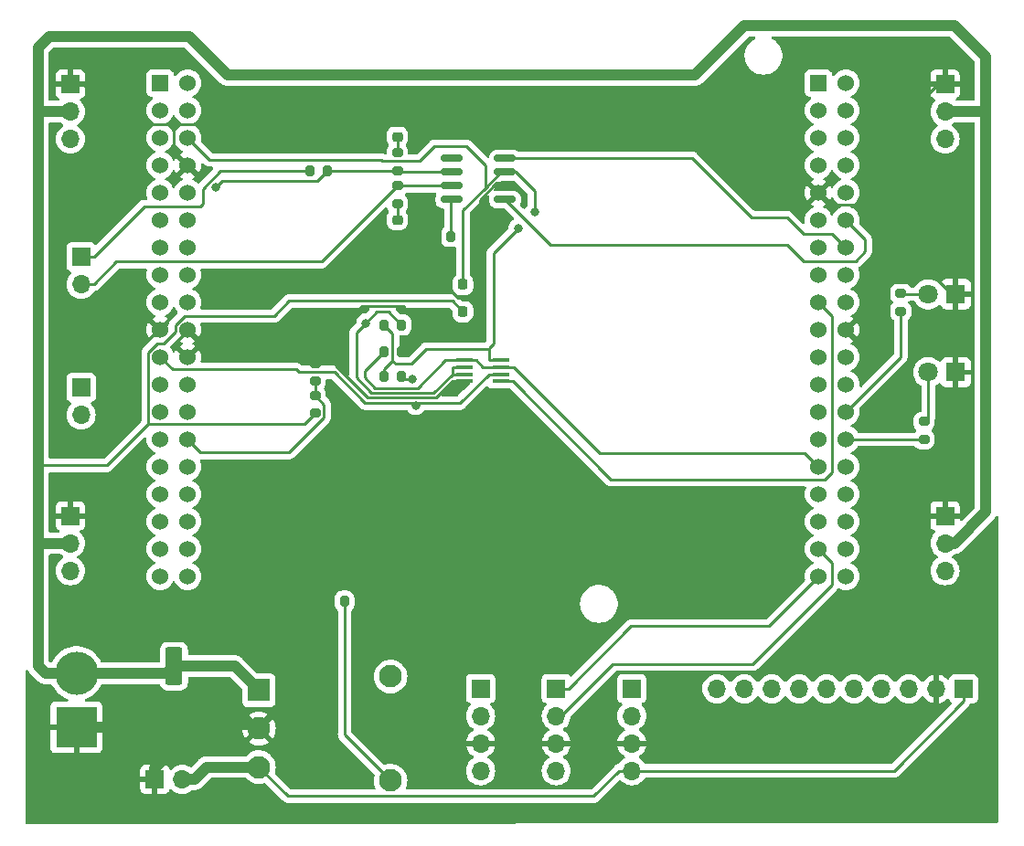
<source format=gbr>
%TF.GenerationSoftware,KiCad,Pcbnew,7.0.8*%
%TF.CreationDate,2023-10-27T12:44:35+09:00*%
%TF.ProjectId,doggedness_schemetic,646f6767-6564-46e6-9573-735f73636865,rev?*%
%TF.SameCoordinates,Original*%
%TF.FileFunction,Copper,L1,Top*%
%TF.FilePolarity,Positive*%
%FSLAX46Y46*%
G04 Gerber Fmt 4.6, Leading zero omitted, Abs format (unit mm)*
G04 Created by KiCad (PCBNEW 7.0.8) date 2023-10-27 12:44:35*
%MOMM*%
%LPD*%
G01*
G04 APERTURE LIST*
G04 Aperture macros list*
%AMRoundRect*
0 Rectangle with rounded corners*
0 $1 Rounding radius*
0 $2 $3 $4 $5 $6 $7 $8 $9 X,Y pos of 4 corners*
0 Add a 4 corners polygon primitive as box body*
4,1,4,$2,$3,$4,$5,$6,$7,$8,$9,$2,$3,0*
0 Add four circle primitives for the rounded corners*
1,1,$1+$1,$2,$3*
1,1,$1+$1,$4,$5*
1,1,$1+$1,$6,$7*
1,1,$1+$1,$8,$9*
0 Add four rect primitives between the rounded corners*
20,1,$1+$1,$2,$3,$4,$5,0*
20,1,$1+$1,$4,$5,$6,$7,0*
20,1,$1+$1,$6,$7,$8,$9,0*
20,1,$1+$1,$8,$9,$2,$3,0*%
G04 Aperture macros list end*
%TA.AperFunction,SMDPad,CuDef*%
%ADD10RoundRect,0.225000X0.250000X-0.225000X0.250000X0.225000X-0.250000X0.225000X-0.250000X-0.225000X0*%
%TD*%
%TA.AperFunction,SMDPad,CuDef*%
%ADD11RoundRect,0.225000X-0.225000X-0.250000X0.225000X-0.250000X0.225000X0.250000X-0.225000X0.250000X0*%
%TD*%
%TA.AperFunction,SMDPad,CuDef*%
%ADD12RoundRect,0.200000X-0.275000X0.200000X-0.275000X-0.200000X0.275000X-0.200000X0.275000X0.200000X0*%
%TD*%
%TA.AperFunction,SMDPad,CuDef*%
%ADD13RoundRect,0.200000X0.275000X-0.200000X0.275000X0.200000X-0.275000X0.200000X-0.275000X-0.200000X0*%
%TD*%
%TA.AperFunction,SMDPad,CuDef*%
%ADD14RoundRect,0.200000X-0.200000X-0.275000X0.200000X-0.275000X0.200000X0.275000X-0.200000X0.275000X0*%
%TD*%
%TA.AperFunction,ComponentPad*%
%ADD15R,1.700000X1.700000*%
%TD*%
%TA.AperFunction,ComponentPad*%
%ADD16O,1.700000X1.700000*%
%TD*%
%TA.AperFunction,SMDPad,CuDef*%
%ADD17RoundRect,0.200000X0.200000X0.275000X-0.200000X0.275000X-0.200000X-0.275000X0.200000X-0.275000X0*%
%TD*%
%TA.AperFunction,ComponentPad*%
%ADD18R,2.100000X2.100000*%
%TD*%
%TA.AperFunction,ComponentPad*%
%ADD19C,2.100000*%
%TD*%
%TA.AperFunction,SMDPad,CuDef*%
%ADD20RoundRect,0.150000X0.825000X0.150000X-0.825000X0.150000X-0.825000X-0.150000X0.825000X-0.150000X0*%
%TD*%
%TA.AperFunction,ComponentPad*%
%ADD21R,3.800000X3.800000*%
%TD*%
%TA.AperFunction,ComponentPad*%
%ADD22C,4.000000*%
%TD*%
%TA.AperFunction,ComponentPad*%
%ADD23R,1.800000X1.800000*%
%TD*%
%TA.AperFunction,ComponentPad*%
%ADD24C,1.800000*%
%TD*%
%TA.AperFunction,SMDPad,CuDef*%
%ADD25R,1.562100X0.355600*%
%TD*%
%TA.AperFunction,SMDPad,CuDef*%
%ADD26RoundRect,0.225000X-0.250000X0.225000X-0.250000X-0.225000X0.250000X-0.225000X0.250000X0.225000X0*%
%TD*%
%TA.AperFunction,ComponentPad*%
%ADD27R,1.530000X1.530000*%
%TD*%
%TA.AperFunction,ComponentPad*%
%ADD28C,1.530000*%
%TD*%
%TA.AperFunction,SMDPad,CuDef*%
%ADD29RoundRect,0.250000X-0.550000X1.500000X-0.550000X-1.500000X0.550000X-1.500000X0.550000X1.500000X0*%
%TD*%
%TA.AperFunction,ViaPad*%
%ADD30C,0.800000*%
%TD*%
%TA.AperFunction,Conductor*%
%ADD31C,0.250000*%
%TD*%
%TA.AperFunction,Conductor*%
%ADD32C,1.000000*%
%TD*%
G04 APERTURE END LIST*
D10*
%TO.P,C4,1*%
%TO.N,Net-(C4-Pad1)*%
X153289000Y-61875000D03*
%TO.P,C4,2*%
%TO.N,GND*%
X153289000Y-60325000D03*
%TD*%
D11*
%TO.P,C2,1*%
%TO.N,+5V*%
X159359000Y-75565000D03*
%TO.P,C2,2*%
%TO.N,GND*%
X160909000Y-75565000D03*
%TD*%
D12*
%TO.P,R11,1*%
%TO.N,Net-(U1A-PA0)*%
X145669000Y-85852000D03*
%TO.P,R11,2*%
%TO.N,+BATT*%
X145669000Y-87502000D03*
%TD*%
D13*
%TO.P,R8,1*%
%TO.N,Net-(J7-CANL)*%
X153289000Y-65023000D03*
%TO.P,R8,2*%
%TO.N,Net-(C4-Pad1)*%
X153289000Y-63373000D03*
%TD*%
D14*
%TO.P,R2,1*%
%TO.N,+5V*%
X152020000Y-79308000D03*
%TO.P,R2,2*%
%TO.N,Net-(J2-DATA)*%
X153670000Y-79308000D03*
%TD*%
D15*
%TO.P,J10,1,RX*%
%TO.N,Net-(J10-RX)*%
X175000000Y-113000000D03*
D16*
%TO.P,J10,2,TX*%
%TO.N,Net-(J10-TX)*%
X175000000Y-115540000D03*
%TO.P,J10,3,GND*%
%TO.N,GND*%
X175000000Y-118080000D03*
%TO.P,J10,4,VCC*%
%TO.N,+5V*%
X175000000Y-120620000D03*
%TD*%
D12*
%TO.P,R5,1*%
%TO.N,Net-(D1-A)*%
X199898000Y-76391000D03*
%TO.P,R5,2*%
%TO.N,LED_ERR*%
X199898000Y-78041000D03*
%TD*%
D15*
%TO.P,J9,1,RX*%
%TO.N,Net-(J9-RX)*%
X168000000Y-113000000D03*
D16*
%TO.P,J9,2,TX*%
%TO.N,Net-(J9-TX)*%
X168000000Y-115540000D03*
%TO.P,J9,3,GND*%
%TO.N,GND*%
X168000000Y-118080000D03*
%TO.P,J9,4,VCC*%
%TO.N,+3.3V*%
X168000000Y-120620000D03*
%TD*%
D15*
%TO.P,JP1,1,A*%
%TO.N,Net-(JP1-A)*%
X124000000Y-73000000D03*
D16*
%TO.P,JP1,2,B*%
%TO.N,Net-(J7-CANH)*%
X124000000Y-75540000D03*
%TD*%
D15*
%TO.P,J5,1,GND*%
%TO.N,GND*%
X204000000Y-97000000D03*
D16*
%TO.P,J5,2,VDD*%
%TO.N,+BATT*%
X204000000Y-99540000D03*
%TO.P,J5,3,DATA*%
%TO.N,Net-(J2-DATA)*%
X204000000Y-102080000D03*
%TD*%
D15*
%TO.P,J7,1,CANH*%
%TO.N,Net-(J7-CANH)*%
X124000000Y-85110000D03*
D16*
%TO.P,J7,2,CANL*%
%TO.N,Net-(J7-CANL)*%
X124000000Y-87650000D03*
%TD*%
D17*
%TO.P,R10,1*%
%TO.N,Net-(U3-Rs)*%
X158242000Y-71120000D03*
%TO.P,R10,2*%
%TO.N,GND*%
X156592000Y-71120000D03*
%TD*%
D18*
%TO.P,VR1,1,VI*%
%TO.N,+BATT*%
X140464000Y-113154000D03*
D19*
%TO.P,VR1,2,GND*%
%TO.N,GND*%
X140464000Y-116714000D03*
%TO.P,VR1,3,VO*%
%TO.N,+5V*%
X140464000Y-120274000D03*
%TO.P,VR1,4,VO_ADJ*%
%TO.N,Net-(VR1-VO_ADJ)*%
X152654000Y-121539000D03*
%TO.P,VR1,5,~{INHIBIT}*%
%TO.N,unconnected-(VR1-~{INHIBIT}-Pad5)*%
X152654000Y-111889000D03*
%TD*%
D15*
%TO.P,J2,1,GND*%
%TO.N,GND*%
X123000000Y-57000000D03*
D16*
%TO.P,J2,2,VDD*%
%TO.N,+BATT*%
X123000000Y-59540000D03*
%TO.P,J2,3,DATA*%
%TO.N,Net-(J2-DATA)*%
X123000000Y-62080000D03*
%TD*%
D15*
%TO.P,J4,1,GND*%
%TO.N,GND*%
X123000000Y-97000000D03*
D16*
%TO.P,J4,2,VDD*%
%TO.N,+BATT*%
X123000000Y-99540000D03*
%TO.P,J4,3,DATA*%
%TO.N,Net-(J2-DATA)*%
X123000000Y-102080000D03*
%TD*%
D15*
%TO.P,J3,1,GND*%
%TO.N,GND*%
X204000000Y-57000000D03*
D16*
%TO.P,J3,2,VDD*%
%TO.N,+BATT*%
X204000000Y-59540000D03*
%TO.P,J3,3,DATA*%
%TO.N,Net-(J2-DATA)*%
X204000000Y-62080000D03*
%TD*%
D20*
%TO.P,U3,1,TXD*%
%TO.N,CAN_TX*%
X163257000Y-67691000D03*
%TO.P,U3,2,VSS*%
%TO.N,GND*%
X163257000Y-66421000D03*
%TO.P,U3,3,VDD*%
%TO.N,+5V*%
X163257000Y-65151000D03*
%TO.P,U3,4,RXD*%
%TO.N,CAN_RX*%
X163257000Y-63881000D03*
%TO.P,U3,5,Vref*%
%TO.N,unconnected-(U3-Vref-Pad5)*%
X158307000Y-63881000D03*
%TO.P,U3,6,CANL*%
%TO.N,Net-(J7-CANL)*%
X158307000Y-65151000D03*
%TO.P,U3,7,CANH*%
%TO.N,Net-(J7-CANH)*%
X158307000Y-66421000D03*
%TO.P,U3,8,Rs*%
%TO.N,Net-(U3-Rs)*%
X158307000Y-67691000D03*
%TD*%
D15*
%TO.P,J11,1,-*%
%TO.N,GND*%
X130830000Y-121412000D03*
D16*
%TO.P,J11,2,+*%
%TO.N,+5V*%
X133370000Y-121412000D03*
%TD*%
D21*
%TO.P,J1,1,-*%
%TO.N,GND*%
X123571000Y-116586000D03*
D22*
%TO.P,J1,2,+*%
%TO.N,+BATT*%
X123571000Y-111586000D03*
%TD*%
D12*
%TO.P,R9,1*%
%TO.N,Net-(J7-CANH)*%
X153289000Y-66422000D03*
%TO.P,R9,2*%
%TO.N,Net-(C5-Pad1)*%
X153289000Y-68072000D03*
%TD*%
D23*
%TO.P,D2,1,K*%
%TO.N,GND*%
X205000000Y-83693000D03*
D24*
%TO.P,D2,2,A*%
%TO.N,Net-(D2-A)*%
X202460000Y-83693000D03*
%TD*%
D25*
%TO.P,U2,1,\u002A1OE*%
%TO.N,MOTOR_TXE*%
X159467550Y-82591001D03*
%TO.P,U2,2,1A*%
%TO.N,Net-(J2-DATA)*%
X159467550Y-83240999D03*
%TO.P,U2,3,2Y*%
X159467550Y-83891001D03*
%TO.P,U2,4,GND*%
%TO.N,GND*%
X159467550Y-84540999D03*
%TO.P,U2,5,2A*%
%TO.N,MOTOR_TX*%
X162858450Y-84540999D03*
%TO.P,U2,6,1Y*%
%TO.N,MOTOR_RX*%
X162858450Y-83891001D03*
%TO.P,U2,7,2OE*%
%TO.N,MOTOR_TXE*%
X162858450Y-83240999D03*
%TO.P,U2,8,VCC*%
%TO.N,+5V*%
X162858450Y-82591001D03*
%TD*%
D15*
%TO.P,J8,1,TX*%
%TO.N,Net-(J8-TX)*%
X161000000Y-113000000D03*
D16*
%TO.P,J8,2,RX*%
%TO.N,Net-(J8-RX)*%
X161000000Y-115540000D03*
%TO.P,J8,3,GND*%
%TO.N,GND*%
X161000000Y-118080000D03*
%TO.P,J8,4*%
%TO.N,N/C*%
X161000000Y-120620000D03*
%TD*%
D26*
%TO.P,C5,1*%
%TO.N,Net-(C5-Pad1)*%
X153289000Y-69570000D03*
%TO.P,C5,2*%
%TO.N,GND*%
X153289000Y-71120000D03*
%TD*%
D15*
%TO.P,J6,1,VCC*%
%TO.N,+5V*%
X205740000Y-113030000D03*
D16*
%TO.P,J6,2,GND*%
%TO.N,GND*%
X203200000Y-113030000D03*
%TO.P,J6,3,SCL*%
%TO.N,GY_SCL*%
X200660000Y-113030000D03*
%TO.P,J6,4,SDA*%
%TO.N,GY_SDA*%
X198120000Y-113030000D03*
%TO.P,J6,5,EDA*%
%TO.N,unconnected-(J6-EDA-Pad5)*%
X195580000Y-113030000D03*
%TO.P,J6,6,ECL*%
%TO.N,unconnected-(J6-ECL-Pad6)*%
X193040000Y-113030000D03*
%TO.P,J6,7,AD0*%
%TO.N,unconnected-(J6-AD0-Pad7)*%
X190500000Y-113030000D03*
%TO.P,J6,8,INT*%
%TO.N,GY_INT*%
X187960000Y-113030000D03*
%TO.P,J6,9,NCS*%
%TO.N,unconnected-(J6-NCS-Pad9)*%
X185420000Y-113030000D03*
%TO.P,J6,10,FSYNC*%
%TO.N,unconnected-(J6-FSYNC-Pad10)*%
X182880000Y-113030000D03*
%TD*%
D27*
%TO.P,U1,CN7_1,PC10*%
%TO.N,unconnected-(U1A-PC10-PadCN7_1)*%
X131318000Y-56896000D03*
D28*
%TO.P,U1,CN7_2,PC11*%
%TO.N,unconnected-(U1A-PC11-PadCN7_2)*%
X133858000Y-56896000D03*
%TO.P,U1,CN7_3,PC12*%
%TO.N,unconnected-(U1A-PC12-PadCN7_3)*%
X131318000Y-59436000D03*
%TO.P,U1,CN7_4,PD2*%
%TO.N,unconnected-(U1A-PD2-PadCN7_4)*%
X133858000Y-59436000D03*
%TO.P,U1,CN7_5,VDD*%
%TO.N,unconnected-(U1A-VDD-PadCN7_5)*%
X131318000Y-61976000D03*
%TO.P,U1,CN7_6,E5V*%
%TO.N,+5V*%
X133858000Y-61976000D03*
%TO.P,U1,CN7_7,BOOT0*%
%TO.N,unconnected-(U1A-BOOT0-PadCN7_7)*%
X131318000Y-64516000D03*
%TO.P,U1,CN7_8,CN7_GND*%
%TO.N,GND*%
X133858000Y-64516000D03*
%TO.P,U1,CN7_9*%
%TO.N,N/C*%
X131318000Y-67056000D03*
%TO.P,U1,CN7_10*%
X133858000Y-67056000D03*
%TO.P,U1,CN7_11*%
X131318000Y-69596000D03*
%TO.P,U1,CN7_12,CN7_IOREF*%
%TO.N,unconnected-(U1A-CN7_IOREF-PadCN7_12)*%
X133858000Y-69596000D03*
%TO.P,U1,CN7_13,PA13*%
%TO.N,unconnected-(U1A-PA13-PadCN7_13)*%
X131318000Y-72136000D03*
%TO.P,U1,CN7_14,CN7_RESET*%
%TO.N,unconnected-(U1A-CN7_RESET-PadCN7_14)*%
X133858000Y-72136000D03*
%TO.P,U1,CN7_15,PA14*%
%TO.N,unconnected-(U1A-PA14-PadCN7_15)*%
X131318000Y-74676000D03*
%TO.P,U1,CN7_16,CN7_+3V3*%
%TO.N,+3.3V*%
X133858000Y-74676000D03*
%TO.P,U1,CN7_17,PA15*%
%TO.N,unconnected-(U1A-PA15-PadCN7_17)*%
X131318000Y-77216000D03*
%TO.P,U1,CN7_18,CN7_+5V*%
%TO.N,unconnected-(U1A-CN7_+5V-PadCN7_18)*%
X133858000Y-77216000D03*
%TO.P,U1,CN7_19,CN7_GND*%
%TO.N,GND*%
X131318000Y-79756000D03*
%TO.P,U1,CN7_20,CN7_GND*%
X133858000Y-79756000D03*
%TO.P,U1,CN7_21,PB7*%
%TO.N,MOTOR_RX*%
X131318000Y-82296000D03*
%TO.P,U1,CN7_22,CN7_GND*%
%TO.N,GND*%
X133858000Y-82296000D03*
%TO.P,U1,CN7_23,PC13*%
%TO.N,unconnected-(U1A-PC13-PadCN7_23)*%
X131318000Y-84836000D03*
%TO.P,U1,CN7_24,CN7_VIN*%
%TO.N,unconnected-(U1A-CN7_VIN-PadCN7_24)*%
X133858000Y-84836000D03*
%TO.P,U1,CN7_25,PC14*%
%TO.N,unconnected-(U1A-PC14-PadCN7_25)*%
X131318000Y-87376000D03*
%TO.P,U1,CN7_26*%
%TO.N,N/C*%
X133858000Y-87376000D03*
%TO.P,U1,CN7_27,PC15*%
%TO.N,unconnected-(U1A-PC15-PadCN7_27)*%
X131318000Y-89916000D03*
%TO.P,U1,CN7_28,PA0*%
%TO.N,Net-(U1A-PA0)*%
X133858000Y-89916000D03*
%TO.P,U1,CN7_29,PH0*%
%TO.N,unconnected-(U1A-PH0-PadCN7_29)*%
X131318000Y-92456000D03*
%TO.P,U1,CN7_30,PA1*%
%TO.N,unconnected-(U1A-PA1-PadCN7_30)*%
X133858000Y-92456000D03*
%TO.P,U1,CN7_31,PH1*%
%TO.N,unconnected-(U1A-PH1-PadCN7_31)*%
X131318000Y-94996000D03*
%TO.P,U1,CN7_32,PA4*%
%TO.N,unconnected-(U1A-PA4-PadCN7_32)*%
X133858000Y-94996000D03*
%TO.P,U1,CN7_33,VBAT*%
%TO.N,unconnected-(U1A-VBAT-PadCN7_33)*%
X131318000Y-97536000D03*
%TO.P,U1,CN7_34,PB0*%
%TO.N,unconnected-(U1A-PB0-PadCN7_34)*%
X133858000Y-97536000D03*
%TO.P,U1,CN7_35,PC2*%
%TO.N,unconnected-(U1A-PC2-PadCN7_35)*%
X131318000Y-100076000D03*
%TO.P,U1,CN7_36,PC1/PB9*%
%TO.N,unconnected-(U1A-PC1{slash}PB9-PadCN7_36)*%
X133858000Y-100076000D03*
%TO.P,U1,CN7_37,PC3*%
%TO.N,unconnected-(U1A-PC3-PadCN7_37)*%
X131318000Y-102616000D03*
%TO.P,U1,CN7_38,PC0/PB8*%
%TO.N,unconnected-(U1A-PC0{slash}PB8-PadCN7_38)*%
X133858000Y-102616000D03*
D27*
%TO.P,U1,CN10_1,PC9*%
%TO.N,unconnected-(U1B-PC9-PadCN10_1)*%
X192278000Y-56896000D03*
D28*
%TO.P,U1,CN10_2,PC8*%
%TO.N,unconnected-(U1B-PC8-PadCN10_2)*%
X194818000Y-56896000D03*
%TO.P,U1,CN10_3,PB8*%
%TO.N,GY_SCL*%
X192278000Y-59436000D03*
%TO.P,U1,CN10_4,PC6*%
%TO.N,Net-(J8-TX)*%
X194818000Y-59436000D03*
%TO.P,U1,CN10_5,PB9*%
%TO.N,GY_SDA*%
X192278000Y-61976000D03*
%TO.P,U1,CN10_6,PC5*%
%TO.N,Net-(J10-RX)*%
X194818000Y-61976000D03*
%TO.P,U1,CN10_7,AVDD*%
%TO.N,unconnected-(U1B-AVDD-PadCN10_7)*%
X192278000Y-64516000D03*
%TO.P,U1,CN10_8,U5V*%
%TO.N,unconnected-(U1B-U5V-PadCN10_8)*%
X194818000Y-64516000D03*
%TO.P,U1,CN10_9,CN10_GND*%
%TO.N,GND*%
X192278000Y-67056000D03*
%TO.P,U1,CN10_10*%
%TO.N,N/C*%
X194818000Y-67056000D03*
%TO.P,U1,CN10_11,PA5*%
%TO.N,unconnected-(U1B-PA5-PadCN10_11)*%
X192278000Y-69596000D03*
%TO.P,U1,CN10_12,PA12*%
%TO.N,CAN_TX*%
X194818000Y-69596000D03*
%TO.P,U1,CN10_13,PA6*%
%TO.N,unconnected-(U1B-PA6-PadCN10_13)*%
X192278000Y-72136000D03*
%TO.P,U1,CN10_14,PA11*%
%TO.N,CAN_RX*%
X194818000Y-72136000D03*
%TO.P,U1,CN10_15,PA7*%
%TO.N,unconnected-(U1B-PA7-PadCN10_15)*%
X192278000Y-74676000D03*
%TO.P,U1,CN10_16,PB12*%
%TO.N,unconnected-(U1B-PB12-PadCN10_16)*%
X194818000Y-74676000D03*
%TO.P,U1,CN10_17,PB6*%
%TO.N,MOTOR_TX*%
X192278000Y-77216000D03*
%TO.P,U1,CN10_18*%
%TO.N,N/C*%
X194818000Y-77216000D03*
%TO.P,U1,CN10_19,PC7*%
%TO.N,Net-(J8-RX)*%
X192278000Y-79756000D03*
%TO.P,U1,CN10_20,CN10_GND*%
%TO.N,GND*%
X194818000Y-79756000D03*
%TO.P,U1,CN10_21,PA9*%
%TO.N,unconnected-(U1B-PA9-PadCN10_21)*%
X192278000Y-82296000D03*
%TO.P,U1,CN10_22,PB2*%
%TO.N,unconnected-(U1B-PB2-PadCN10_22)*%
X194818000Y-82296000D03*
%TO.P,U1,CN10_23,PA8*%
%TO.N,unconnected-(U1B-PA8-PadCN10_23)*%
X192278000Y-84836000D03*
%TO.P,U1,CN10_24,PB1*%
%TO.N,unconnected-(U1B-PB1-PadCN10_24)*%
X194818000Y-84836000D03*
%TO.P,U1,CN10_25,PB10*%
%TO.N,Net-(J10-TX)*%
X192278000Y-87376000D03*
%TO.P,U1,CN10_26,PB15*%
%TO.N,LED_ERR*%
X194818000Y-87376000D03*
%TO.P,U1,CN10_27,PB4*%
%TO.N,GY_INT*%
X192278000Y-89916000D03*
%TO.P,U1,CN10_28,PB14*%
%TO.N,LED_RUN*%
X194818000Y-89916000D03*
%TO.P,U1,CN10_29,PB5*%
%TO.N,MOTOR_TXE*%
X192278000Y-92456000D03*
%TO.P,U1,CN10_30,PB13*%
%TO.N,unconnected-(U1B-PB13-PadCN10_30)*%
X194818000Y-92456000D03*
%TO.P,U1,CN10_31,PB3*%
%TO.N,unconnected-(U1B-PB3-PadCN10_31)*%
X192278000Y-94996000D03*
%TO.P,U1,CN10_32,AGND*%
%TO.N,unconnected-(U1B-AGND-PadCN10_32)*%
X194818000Y-94996000D03*
%TO.P,U1,CN10_33,PA10*%
%TO.N,unconnected-(U1B-PA10-PadCN10_33)*%
X192278000Y-97536000D03*
%TO.P,U1,CN10_34,PC4*%
%TO.N,unconnected-(U1B-PC4-PadCN10_34)*%
X194818000Y-97536000D03*
%TO.P,U1,CN10_35,PA2*%
%TO.N,Net-(J9-TX)*%
X192278000Y-100076000D03*
%TO.P,U1,CN10_36*%
%TO.N,N/C*%
X194818000Y-100076000D03*
%TO.P,U1,CN10_37,PA3*%
%TO.N,Net-(J9-RX)*%
X192278000Y-102616000D03*
%TO.P,U1,CN10_38*%
%TO.N,N/C*%
X194818000Y-102616000D03*
%TD*%
D12*
%TO.P,R6,1*%
%TO.N,Net-(D2-A)*%
X202057000Y-88265000D03*
%TO.P,R6,2*%
%TO.N,LED_RUN*%
X202057000Y-89915000D03*
%TD*%
D23*
%TO.P,D1,1,K*%
%TO.N,GND*%
X205000000Y-76454000D03*
D24*
%TO.P,D1,2,A*%
%TO.N,Net-(D1-A)*%
X202460000Y-76454000D03*
%TD*%
D11*
%TO.P,C3,1*%
%TO.N,+BATT*%
X159359000Y-78075000D03*
%TO.P,C3,2*%
%TO.N,GND*%
X160909000Y-78075000D03*
%TD*%
D29*
%TO.P,C1,1*%
%TO.N,+BATT*%
X132588000Y-110932000D03*
%TO.P,C1,2*%
%TO.N,GND*%
X132588000Y-116332000D03*
%TD*%
D12*
%TO.P,R12,1*%
%TO.N,GND*%
X145669000Y-82867000D03*
%TO.P,R12,2*%
%TO.N,Net-(U1A-PA0)*%
X145669000Y-84517000D03*
%TD*%
D14*
%TO.P,R4,1*%
%TO.N,+5V*%
X152020000Y-84074000D03*
%TO.P,R4,2*%
%TO.N,MOTOR_RX*%
X153670000Y-84074000D03*
%TD*%
%TO.P,R3,1*%
%TO.N,MOTOR_TXE*%
X152020000Y-81818000D03*
%TO.P,R3,2*%
%TO.N,GND*%
X153670000Y-81818000D03*
%TD*%
D17*
%TO.P,R1,1*%
%TO.N,Net-(VR1-VO_ADJ)*%
X148399000Y-104902000D03*
%TO.P,R1,2*%
%TO.N,GND*%
X146749000Y-104902000D03*
%TD*%
D14*
%TO.P,R7,1*%
%TO.N,Net-(JP1-A)*%
X145162000Y-65024000D03*
%TO.P,R7,2*%
%TO.N,Net-(J7-CANL)*%
X146812000Y-65024000D03*
%TD*%
D30*
%TO.N,+5V*%
X165989000Y-68834000D03*
X164465000Y-70358000D03*
%TO.N,Net-(J7-CANL)*%
X136430000Y-66546700D03*
%TO.N,Net-(J2-DATA)*%
X150372000Y-79125300D03*
%TO.N,MOTOR_RX*%
X154694000Y-84328000D03*
X154979000Y-86771900D03*
%TD*%
D31*
%TO.N,GND*%
X199350000Y-75223700D02*
X199350000Y-75057000D01*
X145669000Y-82867000D02*
X146085000Y-82450700D01*
X147585000Y-82450700D02*
X147585000Y-79999000D01*
X152908000Y-60706000D02*
X132588000Y-60706000D01*
X158360000Y-84541000D02*
X159467600Y-84541000D01*
X154686000Y-78486000D02*
X154686000Y-80802000D01*
X154686000Y-80802000D02*
X153670000Y-81818000D01*
X149987000Y-77597000D02*
X153797000Y-77597000D01*
X203200000Y-113030000D02*
X203200000Y-114427000D01*
X156592000Y-71120000D02*
X153289000Y-71120000D01*
X159467600Y-84541000D02*
X159468000Y-84541000D01*
X199350000Y-75057000D02*
X199350000Y-75223700D01*
D32*
X130830000Y-120376000D02*
X132588000Y-118618000D01*
D31*
X203073000Y-74930000D02*
X199477000Y-74930000D01*
X160909000Y-76388700D02*
X160909000Y-75565000D01*
X162235000Y-66421000D02*
X163257000Y-66421000D01*
X160909000Y-76388700D02*
X160909000Y-78075000D01*
X199350000Y-75223700D02*
X194818000Y-79756000D01*
X168000000Y-118080000D02*
X161000000Y-118080000D01*
X205000000Y-76454000D02*
X204597000Y-76454000D01*
X147585000Y-83069100D02*
X150561000Y-86045000D01*
X197326000Y-68167200D02*
X197326000Y-63024100D01*
X197326000Y-63024100D02*
X203350000Y-57000000D01*
X199477000Y-74930000D02*
X199350000Y-75057000D01*
X146749000Y-110047000D02*
X146749000Y-104902000D01*
X158877000Y-76835000D02*
X156592000Y-74550000D01*
D32*
X132588000Y-118618000D02*
X132588000Y-116332000D01*
D31*
X154686000Y-78486000D02*
X155448000Y-79248000D01*
X127883000Y-60706000D02*
X124177000Y-57000000D01*
X132588000Y-63246000D02*
X132588000Y-60706000D01*
X146085000Y-82450700D02*
X147585000Y-82450700D01*
X204597000Y-76454000D02*
X203073000Y-74930000D01*
X192278000Y-67056000D02*
X193389000Y-68167200D01*
X203200000Y-114427000D02*
X199547000Y-118080000D01*
X193389000Y-68167200D02*
X197326000Y-68167200D01*
X147585000Y-79999000D02*
X149987000Y-77597000D01*
X160909000Y-75565000D02*
X160909000Y-67747400D01*
X156592000Y-74550000D02*
X156592000Y-71120000D01*
X159736000Y-79248000D02*
X160909000Y-78075000D01*
X155448000Y-79248000D02*
X159736000Y-79248000D01*
D32*
X132588000Y-116332000D02*
X140082000Y-116332000D01*
D31*
X160909000Y-76388700D02*
X160463000Y-76835000D01*
X160463000Y-76835000D02*
X158877000Y-76835000D01*
X133858000Y-64516000D02*
X132588000Y-63246000D01*
D32*
X140273000Y-116523000D02*
X140464000Y-116714000D01*
D31*
X168000000Y-118080000D02*
X175000000Y-118080000D01*
X135128000Y-81026000D02*
X143828000Y-81026000D01*
X199350000Y-70191600D02*
X197326000Y-68167200D01*
X153289000Y-60325000D02*
X152908000Y-60706000D01*
D32*
X132334000Y-116586000D02*
X132588000Y-116332000D01*
D31*
X156856000Y-86045000D02*
X158360000Y-84541000D01*
X199547000Y-118080000D02*
X175000000Y-118080000D01*
X153797000Y-77597000D02*
X154686000Y-78486000D01*
X150561000Y-86045000D02*
X156856000Y-86045000D01*
X124177000Y-57000000D02*
X123000000Y-57000000D01*
X160909000Y-67747400D02*
X162235000Y-66421000D01*
X143828000Y-81026000D02*
X145669000Y-82867000D01*
D32*
X140082000Y-116332000D02*
X140273000Y-116523000D01*
X123571000Y-116586000D02*
X132334000Y-116586000D01*
D31*
X203350000Y-57000000D02*
X204000000Y-57000000D01*
X132588000Y-60706000D02*
X127883000Y-60706000D01*
X140273000Y-116523000D02*
X146749000Y-110047000D01*
X199350000Y-75057000D02*
X199350000Y-70191600D01*
X133858000Y-79756000D02*
X135128000Y-81026000D01*
X147585000Y-82450700D02*
X147585000Y-83069100D01*
D32*
X130830000Y-121412000D02*
X130830000Y-120376000D01*
D31*
%TO.N,Net-(D1-A)*%
X199961000Y-76454000D02*
X199898000Y-76391000D01*
X202460000Y-76454000D02*
X199961000Y-76454000D01*
%TO.N,Net-(D2-A)*%
X202460000Y-87862000D02*
X202057000Y-88265000D01*
X202460000Y-83693000D02*
X202460000Y-87862000D01*
%TO.N,+5V*%
X163696000Y-65151000D02*
X163257000Y-65151000D01*
X153133000Y-82931000D02*
X152823000Y-82620700D01*
X161751000Y-81454400D02*
X162179000Y-81026000D01*
X161751000Y-81534000D02*
X161751000Y-81454400D01*
X161751000Y-82063700D02*
X161751000Y-82591000D01*
D32*
X134488000Y-121412000D02*
X133370000Y-121412000D01*
D31*
X155956000Y-81534000D02*
X154559000Y-82931000D01*
X143165000Y-122975000D02*
X171468000Y-122975000D01*
X152823000Y-82620700D02*
X152823000Y-80111100D01*
X161420000Y-66595100D02*
X159359000Y-68656100D01*
X152020000Y-84074000D02*
X152020000Y-83438000D01*
X161420000Y-64519000D02*
X161420000Y-66595100D01*
X135890000Y-64008000D02*
X151765000Y-64008000D01*
X165989000Y-66908000D02*
X164232000Y-65151000D01*
X152823000Y-82634900D02*
X152823000Y-82620700D01*
X199293000Y-120620000D02*
X205740000Y-114173000D01*
X164232000Y-65151000D02*
X163696000Y-65151000D01*
X161751000Y-82591000D02*
X162858000Y-82591000D01*
X152020000Y-84328000D02*
X152020000Y-84074000D01*
X162179000Y-81026000D02*
X162179000Y-72644000D01*
X162179000Y-72644000D02*
X164465000Y-70358000D01*
X205740000Y-114173000D02*
X205740000Y-113030000D01*
X161751000Y-82063700D02*
X161751000Y-81534000D01*
X156720000Y-62738000D02*
X159639000Y-62738000D01*
X151892000Y-64135000D02*
X155323000Y-64135000D01*
X175000000Y-120620000D02*
X199293000Y-120620000D01*
D32*
X135626000Y-120274000D02*
X134488000Y-121412000D01*
D31*
X163696000Y-65151000D02*
X163257000Y-65151000D01*
X161751000Y-81534000D02*
X155956000Y-81534000D01*
X165989000Y-68834000D02*
X165989000Y-66908000D01*
X155323000Y-64135000D02*
X156720000Y-62738000D01*
X151765000Y-64008000D02*
X151892000Y-64135000D01*
X152020000Y-83438000D02*
X152823000Y-82634900D01*
X173823000Y-120620000D02*
X175000000Y-120620000D01*
X159639000Y-62738000D02*
X161420000Y-64519000D01*
X154559000Y-82931000D02*
X153133000Y-82931000D01*
X133858000Y-61976000D02*
X135890000Y-64008000D01*
X152823000Y-80111100D02*
X152020000Y-79308000D01*
X162864000Y-65151000D02*
X161420000Y-66595100D01*
X163257000Y-65151000D02*
X162864000Y-65151000D01*
X161751000Y-82063700D02*
X161751000Y-81534000D01*
X162858000Y-82591000D02*
X162858500Y-82591000D01*
D32*
X140464000Y-120274000D02*
X135626000Y-120274000D01*
D31*
X171468000Y-122975000D02*
X173823000Y-120620000D01*
X140464000Y-120274000D02*
X143165000Y-122975000D01*
X159359000Y-68656100D02*
X159359000Y-75565000D01*
%TO.N,Net-(J9-RX)*%
X187663000Y-107231000D02*
X192278000Y-102616000D01*
X168000000Y-113000000D02*
X169177000Y-113000000D01*
X174946000Y-107231000D02*
X187663000Y-107231000D01*
X169177000Y-113000000D02*
X174946000Y-107231000D01*
%TO.N,Net-(J9-TX)*%
X168432000Y-115540000D02*
X168000000Y-115540000D01*
X192278000Y-100076000D02*
X193548000Y-101346000D01*
X193548000Y-103378000D02*
X186182000Y-110744000D01*
X173228000Y-110744000D02*
X168432000Y-115540000D01*
X186182000Y-110744000D02*
X173228000Y-110744000D01*
X193548000Y-101346000D02*
X193548000Y-103378000D01*
%TO.N,LED_ERR*%
X199898000Y-82296000D02*
X199898000Y-78041000D01*
X194818000Y-87376000D02*
X199898000Y-82296000D01*
%TO.N,LED_RUN*%
X194818000Y-89916000D02*
X202056000Y-89916000D01*
X202056000Y-89916000D02*
X202057000Y-89915000D01*
%TO.N,Net-(JP1-A)*%
X135256000Y-66692200D02*
X135256000Y-68070800D01*
X145162000Y-65024000D02*
X136924000Y-65024000D01*
X135256000Y-68070800D02*
X135001000Y-68326000D01*
X136924000Y-65024000D02*
X135256000Y-66692200D01*
X135001000Y-68326000D02*
X129851000Y-68326000D01*
X125177000Y-73000000D02*
X124000000Y-73000000D01*
X129851000Y-68326000D02*
X125177000Y-73000000D01*
%TO.N,Net-(J7-CANL)*%
X153417000Y-65151000D02*
X153289000Y-65023000D01*
X146812000Y-65024000D02*
X145909000Y-65926600D01*
X158307000Y-65151000D02*
X153417000Y-65151000D01*
X137050000Y-65926600D02*
X136430000Y-66546700D01*
X145909000Y-65926600D02*
X137050000Y-65926600D01*
X153289000Y-65023000D02*
X153288000Y-65024000D01*
X153288000Y-65024000D02*
X146812000Y-65024000D01*
%TO.N,Net-(C4-Pad1)*%
X153289000Y-63373000D02*
X153289000Y-61875000D01*
%TO.N,Net-(J7-CANH)*%
X124000000Y-75540000D02*
X125177000Y-75540000D01*
X146261000Y-73450400D02*
X153289000Y-66422000D01*
X158307000Y-66421000D02*
X153290000Y-66421000D01*
X125177000Y-75540000D02*
X127266000Y-73450400D01*
X153290000Y-66421000D02*
X153289000Y-66422000D01*
X127266000Y-73450400D02*
X146261000Y-73450400D01*
%TO.N,Net-(C5-Pad1)*%
X153289000Y-68072000D02*
X153289000Y-69570000D01*
%TO.N,Net-(U3-Rs)*%
X158242000Y-67756000D02*
X158242000Y-71120000D01*
X158307000Y-67691000D02*
X158242000Y-67756000D01*
%TO.N,Net-(U1A-PA0)*%
X143280000Y-91114900D02*
X146477000Y-87917500D01*
X146477000Y-87917500D02*
X146477000Y-86660300D01*
X146477000Y-86660300D02*
X145669000Y-85852000D01*
X135057000Y-91114900D02*
X143280000Y-91114900D01*
X145669000Y-84517000D02*
X145669000Y-85852000D01*
X133858000Y-89916000D02*
X135057000Y-91114900D01*
%TO.N,+BATT*%
X141862000Y-78486000D02*
X143259000Y-77089000D01*
X131042000Y-81026000D02*
X131650000Y-81026000D01*
D32*
X120015000Y-59563000D02*
X120015000Y-53594000D01*
X207772000Y-96618000D02*
X204850000Y-99540000D01*
X120690000Y-111586000D02*
X120015000Y-110911000D01*
D31*
X158373000Y-77089000D02*
X159359000Y-78075000D01*
X130207000Y-88503000D02*
X144668000Y-88503000D01*
D32*
X123000000Y-59540000D02*
X120038000Y-59540000D01*
X123571000Y-111586000D02*
X131934000Y-111586000D01*
D31*
X143259000Y-77089000D02*
X158373000Y-77089000D01*
D32*
X123571000Y-111586000D02*
X120690000Y-111586000D01*
X121031000Y-52578000D02*
X133985000Y-52578000D01*
D31*
X130207000Y-81861100D02*
X131042000Y-81026000D01*
X120015000Y-92325000D02*
X126385000Y-92325000D01*
D32*
X207772000Y-59182000D02*
X207414000Y-59540000D01*
X185420000Y-51562000D02*
X204851000Y-51562000D01*
X120015000Y-99568000D02*
X120015000Y-97917000D01*
D31*
X133552000Y-78486000D02*
X141862000Y-78486000D01*
D32*
X207772000Y-59182000D02*
X207772000Y-96618000D01*
X133985000Y-52578000D02*
X137541000Y-56134000D01*
X120038000Y-59540000D02*
X120015000Y-59563000D01*
X120015000Y-92325000D02*
X120015000Y-59563000D01*
X207414000Y-59540000D02*
X204000000Y-59540000D01*
X207772000Y-54483000D02*
X207772000Y-59182000D01*
X120015000Y-97917000D02*
X120015000Y-97790000D01*
X120015000Y-53594000D02*
X121031000Y-52578000D01*
D31*
X132730000Y-79307300D02*
X133552000Y-78486000D01*
D32*
X180848000Y-56134000D02*
X185420000Y-51562000D01*
X204850000Y-99540000D02*
X204000000Y-99540000D01*
D31*
X130207000Y-88503000D02*
X130207000Y-81861100D01*
D32*
X138242000Y-110932000D02*
X140464000Y-113154000D01*
X204851000Y-51562000D02*
X207772000Y-54483000D01*
X120015000Y-110911000D02*
X120015000Y-99568000D01*
D31*
X132730000Y-79946200D02*
X132730000Y-79307300D01*
D32*
X132588000Y-110932000D02*
X138242000Y-110932000D01*
X120043000Y-99540000D02*
X123000000Y-99540000D01*
D31*
X120015000Y-97790000D02*
X120015000Y-97917000D01*
X126385000Y-92325000D02*
X130207000Y-88503000D01*
D32*
X131934000Y-111586000D02*
X132588000Y-110932000D01*
X120015000Y-97790000D02*
X120015000Y-92325000D01*
D31*
X131650000Y-81026000D02*
X132730000Y-79946200D01*
D32*
X137541000Y-56134000D02*
X180848000Y-56134000D01*
X120015000Y-99568000D02*
X120043000Y-99540000D01*
D31*
X144668000Y-88503000D02*
X145669000Y-87502000D01*
%TO.N,CAN_TX*%
X190870000Y-73406000D02*
X189350000Y-71886000D01*
X196596000Y-71374000D02*
X196596000Y-72517000D01*
X167452000Y-71886000D02*
X163257000Y-67691000D01*
X189350000Y-71886000D02*
X167452000Y-71886000D01*
X195707000Y-73406000D02*
X190870000Y-73406000D01*
X196596000Y-72517000D02*
X195707000Y-73406000D01*
X194818000Y-69596000D02*
X196596000Y-71374000D01*
%TO.N,CAN_RX*%
X194818000Y-72136000D02*
X193548000Y-70866000D01*
X193548000Y-70866000D02*
X190870000Y-70866000D01*
X190870000Y-70866000D02*
X189350000Y-69346000D01*
X189350000Y-69346000D02*
X186059000Y-69346000D01*
X186059000Y-69346000D02*
X180594000Y-63881000D01*
X180594000Y-63881000D02*
X163257000Y-63881000D01*
%TO.N,MOTOR_TXE*%
X150241000Y-83597000D02*
X152020000Y-81818000D01*
X164048000Y-83241000D02*
X162858500Y-83241000D01*
X160576000Y-82591000D02*
X159467600Y-82591000D01*
X162858500Y-83241000D02*
X161226000Y-83241000D01*
X155163000Y-85139600D02*
X151180000Y-85139600D01*
X159467600Y-82591000D02*
X157711000Y-82591000D01*
X151180000Y-85139600D02*
X150241000Y-84201000D01*
X171994000Y-91186000D02*
X164048000Y-83241000D01*
X161226000Y-83241000D02*
X160576000Y-82591000D01*
X192278000Y-92456000D02*
X191008000Y-91186000D01*
X150241000Y-84201000D02*
X150241000Y-83597000D01*
X157711000Y-82591000D02*
X155163000Y-85139600D01*
X191008000Y-91186000D02*
X171994000Y-91186000D01*
%TO.N,Net-(J2-DATA)*%
X156656000Y-85593000D02*
X158360000Y-83889300D01*
X152467000Y-78105000D02*
X153670000Y-79308000D01*
X149479000Y-84201000D02*
X150871000Y-85593000D01*
X150372000Y-79125300D02*
X151393000Y-78105000D01*
X151393000Y-78105000D02*
X152467000Y-78105000D01*
X150372000Y-79125300D02*
X149479000Y-80018600D01*
X158360000Y-83241000D02*
X159467600Y-83241000D01*
X158361000Y-83891000D02*
X158360000Y-83889300D01*
X159468000Y-83891000D02*
X159467600Y-83891000D01*
X150871000Y-85593000D02*
X156656000Y-85593000D01*
X159467600Y-83891000D02*
X158361000Y-83891000D01*
X158360000Y-83889300D02*
X158360000Y-83241000D01*
X159467600Y-83241000D02*
X159468000Y-83241000D01*
X149479000Y-80018600D02*
X149479000Y-84201000D01*
%TO.N,MOTOR_TX*%
X193548000Y-78486000D02*
X193548000Y-92964000D01*
X193548000Y-92964000D02*
X192876000Y-93636200D01*
X173062000Y-93636200D02*
X163966000Y-84541000D01*
X192278000Y-77216000D02*
X193548000Y-78486000D01*
X163966000Y-84541000D02*
X162858500Y-84541000D01*
X162858500Y-84541000D02*
X162858000Y-84541000D01*
X192876000Y-93636200D02*
X173062000Y-93636200D01*
%TO.N,MOTOR_RX*%
X161751000Y-83891000D02*
X162858000Y-83891000D01*
X150302000Y-86548500D02*
X154979000Y-86548500D01*
X143891000Y-83439000D02*
X144145000Y-83693000D01*
X162858000Y-83891000D02*
X162858500Y-83891000D01*
X153670000Y-84328000D02*
X154694000Y-84328000D01*
X132461000Y-83439000D02*
X143891000Y-83439000D01*
X131318000Y-82296000D02*
X132461000Y-83439000D01*
X154979000Y-86548500D02*
X154979000Y-86771900D01*
X154979000Y-86548500D02*
X159093000Y-86548500D01*
X147447000Y-83693000D02*
X150302000Y-86548500D01*
X144145000Y-83693000D02*
X147447000Y-83693000D01*
X153670000Y-84074000D02*
X153670000Y-84328000D01*
X159093000Y-86548500D02*
X161751000Y-83891000D01*
%TO.N,Net-(VR1-VO_ADJ)*%
X152654000Y-121539000D02*
X148399000Y-117284000D01*
X148399000Y-117284000D02*
X148399000Y-104902000D01*
%TD*%
%TA.AperFunction,Conductor*%
%TO.N,GND*%
G36*
X186407699Y-52582185D02*
G01*
X186453454Y-52634989D01*
X186463398Y-52704147D01*
X186434373Y-52767703D01*
X186402660Y-52793886D01*
X186257755Y-52877548D01*
X186209143Y-52905614D01*
X186004014Y-53069198D01*
X185825567Y-53261520D01*
X185677768Y-53478302D01*
X185677767Y-53478303D01*
X185563938Y-53714673D01*
X185486606Y-53965376D01*
X185486605Y-53965381D01*
X185486604Y-53965385D01*
X185478766Y-54017387D01*
X185447500Y-54224812D01*
X185447500Y-54487187D01*
X185454916Y-54536385D01*
X185486604Y-54746615D01*
X185486605Y-54746617D01*
X185486606Y-54746623D01*
X185563938Y-54997326D01*
X185677767Y-55233696D01*
X185677768Y-55233697D01*
X185677770Y-55233700D01*
X185677772Y-55233704D01*
X185825567Y-55450479D01*
X186004014Y-55642801D01*
X186004018Y-55642804D01*
X186004019Y-55642805D01*
X186209143Y-55806386D01*
X186436357Y-55937568D01*
X186680584Y-56033420D01*
X186936370Y-56091802D01*
X186936376Y-56091802D01*
X186936379Y-56091803D01*
X187132500Y-56106500D01*
X187132506Y-56106500D01*
X187263500Y-56106500D01*
X187459620Y-56091803D01*
X187459622Y-56091802D01*
X187459630Y-56091802D01*
X187715416Y-56033420D01*
X187959643Y-55937568D01*
X188186857Y-55806386D01*
X188391981Y-55642805D01*
X188403398Y-55630501D01*
X188431945Y-55599733D01*
X188570433Y-55450479D01*
X188718228Y-55233704D01*
X188832063Y-54997323D01*
X188909396Y-54746615D01*
X188948500Y-54487182D01*
X188948500Y-54224818D01*
X188909396Y-53965385D01*
X188832063Y-53714677D01*
X188783974Y-53614819D01*
X188718232Y-53478303D01*
X188718231Y-53478302D01*
X188718230Y-53478301D01*
X188718228Y-53478296D01*
X188570433Y-53261521D01*
X188528808Y-53216660D01*
X188391985Y-53069198D01*
X188352533Y-53037736D01*
X188186857Y-52905614D01*
X187993339Y-52793886D01*
X187945124Y-52743320D01*
X187931901Y-52674713D01*
X187957869Y-52609848D01*
X188014784Y-52569320D01*
X188055340Y-52562500D01*
X204385217Y-52562500D01*
X204452256Y-52582185D01*
X204472898Y-52598819D01*
X206735181Y-54861101D01*
X206768666Y-54922424D01*
X206771500Y-54948782D01*
X206771500Y-58415500D01*
X206751815Y-58482539D01*
X206699011Y-58528294D01*
X206647500Y-58539500D01*
X205119430Y-58539500D01*
X205052391Y-58519815D01*
X205006636Y-58467011D01*
X204996692Y-58397853D01*
X205025717Y-58334297D01*
X205076097Y-58299318D01*
X205092086Y-58293354D01*
X205092093Y-58293350D01*
X205207187Y-58207190D01*
X205207190Y-58207187D01*
X205293350Y-58092093D01*
X205293354Y-58092086D01*
X205343596Y-57957379D01*
X205343598Y-57957372D01*
X205349999Y-57897844D01*
X205350000Y-57897827D01*
X205350000Y-57250000D01*
X204433686Y-57250000D01*
X204459493Y-57209844D01*
X204500000Y-57071889D01*
X204500000Y-56928111D01*
X204459493Y-56790156D01*
X204433686Y-56750000D01*
X205350000Y-56750000D01*
X205350000Y-56102172D01*
X205349999Y-56102155D01*
X205343598Y-56042627D01*
X205343596Y-56042620D01*
X205293354Y-55907913D01*
X205293350Y-55907906D01*
X205207190Y-55792812D01*
X205207187Y-55792809D01*
X205092093Y-55706649D01*
X205092086Y-55706645D01*
X204957379Y-55656403D01*
X204957372Y-55656401D01*
X204897844Y-55650000D01*
X204250000Y-55650000D01*
X204250000Y-56564498D01*
X204142315Y-56515320D01*
X204035763Y-56500000D01*
X203964237Y-56500000D01*
X203857685Y-56515320D01*
X203750000Y-56564498D01*
X203750000Y-55650000D01*
X203102155Y-55650000D01*
X203042627Y-55656401D01*
X203042620Y-55656403D01*
X202907913Y-55706645D01*
X202907906Y-55706649D01*
X202792812Y-55792809D01*
X202792809Y-55792812D01*
X202706649Y-55907906D01*
X202706645Y-55907913D01*
X202656403Y-56042620D01*
X202656401Y-56042627D01*
X202650000Y-56102155D01*
X202650000Y-56750000D01*
X203566314Y-56750000D01*
X203540507Y-56790156D01*
X203500000Y-56928111D01*
X203500000Y-57071889D01*
X203540507Y-57209844D01*
X203566314Y-57250000D01*
X202650000Y-57250000D01*
X202650000Y-57897844D01*
X202656401Y-57957372D01*
X202656403Y-57957379D01*
X202706645Y-58092086D01*
X202706649Y-58092093D01*
X202792809Y-58207187D01*
X202792812Y-58207190D01*
X202907906Y-58293350D01*
X202907913Y-58293354D01*
X203039470Y-58342421D01*
X203095403Y-58384292D01*
X203119821Y-58449756D01*
X203104970Y-58518029D01*
X203083819Y-58546284D01*
X202961503Y-58668600D01*
X202825965Y-58862169D01*
X202825964Y-58862171D01*
X202726098Y-59076335D01*
X202726094Y-59076344D01*
X202664938Y-59304586D01*
X202664936Y-59304596D01*
X202644341Y-59539999D01*
X202644341Y-59540000D01*
X202664936Y-59775403D01*
X202664938Y-59775413D01*
X202726094Y-60003655D01*
X202726096Y-60003659D01*
X202726097Y-60003663D01*
X202757573Y-60071163D01*
X202825965Y-60217830D01*
X202825967Y-60217834D01*
X202961501Y-60411395D01*
X202961506Y-60411402D01*
X203128597Y-60578493D01*
X203128603Y-60578498D01*
X203314158Y-60708425D01*
X203357783Y-60763002D01*
X203364977Y-60832500D01*
X203333454Y-60894855D01*
X203314158Y-60911575D01*
X203128597Y-61041505D01*
X202961505Y-61208597D01*
X202825965Y-61402169D01*
X202825964Y-61402171D01*
X202726098Y-61616335D01*
X202726094Y-61616344D01*
X202664938Y-61844586D01*
X202664936Y-61844596D01*
X202644341Y-62079999D01*
X202644341Y-62080000D01*
X202664936Y-62315403D01*
X202664938Y-62315413D01*
X202726094Y-62543655D01*
X202726096Y-62543659D01*
X202726097Y-62543663D01*
X202816630Y-62737811D01*
X202825965Y-62757830D01*
X202825967Y-62757834D01*
X202913885Y-62883393D01*
X202961505Y-62951401D01*
X203128599Y-63118495D01*
X203150197Y-63133618D01*
X203322165Y-63254032D01*
X203322167Y-63254033D01*
X203322170Y-63254035D01*
X203536337Y-63353903D01*
X203536343Y-63353904D01*
X203536344Y-63353905D01*
X203569597Y-63362815D01*
X203764592Y-63415063D01*
X203952918Y-63431539D01*
X203999999Y-63435659D01*
X204000000Y-63435659D01*
X204000001Y-63435659D01*
X204044416Y-63431773D01*
X204235408Y-63415063D01*
X204463663Y-63353903D01*
X204677830Y-63254035D01*
X204871401Y-63118495D01*
X205038495Y-62951401D01*
X205174035Y-62757830D01*
X205273903Y-62543663D01*
X205335063Y-62315408D01*
X205355659Y-62080000D01*
X205335063Y-61844592D01*
X205273903Y-61616337D01*
X205174035Y-61402171D01*
X205131417Y-61341305D01*
X205038494Y-61208597D01*
X204871402Y-61041506D01*
X204871396Y-61041501D01*
X204685842Y-60911575D01*
X204642217Y-60856998D01*
X204635023Y-60787500D01*
X204666546Y-60725145D01*
X204685842Y-60708425D01*
X204748573Y-60664500D01*
X204871401Y-60578495D01*
X204873077Y-60576819D01*
X204873995Y-60576317D01*
X204875544Y-60575018D01*
X204875805Y-60575329D01*
X204934400Y-60543334D01*
X204960758Y-60540500D01*
X206647500Y-60540500D01*
X206714539Y-60560185D01*
X206760294Y-60612989D01*
X206771500Y-60664500D01*
X206771500Y-96152217D01*
X206751815Y-96219256D01*
X206735181Y-96239898D01*
X205561681Y-97413398D01*
X205500358Y-97446883D01*
X205430666Y-97441899D01*
X205374733Y-97400027D01*
X205350316Y-97334563D01*
X205350000Y-97325717D01*
X205350000Y-97250000D01*
X204433686Y-97250000D01*
X204459493Y-97209844D01*
X204500000Y-97071889D01*
X204500000Y-96928111D01*
X204459493Y-96790156D01*
X204433686Y-96750000D01*
X205350000Y-96750000D01*
X205350000Y-96102172D01*
X205349999Y-96102155D01*
X205343598Y-96042627D01*
X205343596Y-96042620D01*
X205293354Y-95907913D01*
X205293350Y-95907906D01*
X205207190Y-95792812D01*
X205207187Y-95792809D01*
X205092093Y-95706649D01*
X205092086Y-95706645D01*
X204957379Y-95656403D01*
X204957372Y-95656401D01*
X204897844Y-95650000D01*
X204250000Y-95650000D01*
X204250000Y-96564498D01*
X204142315Y-96515320D01*
X204035763Y-96500000D01*
X203964237Y-96500000D01*
X203857685Y-96515320D01*
X203750000Y-96564498D01*
X203750000Y-95650000D01*
X203102155Y-95650000D01*
X203042627Y-95656401D01*
X203042620Y-95656403D01*
X202907913Y-95706645D01*
X202907906Y-95706649D01*
X202792812Y-95792809D01*
X202792809Y-95792812D01*
X202706649Y-95907906D01*
X202706645Y-95907913D01*
X202656403Y-96042620D01*
X202656401Y-96042627D01*
X202650000Y-96102155D01*
X202650000Y-96750000D01*
X203566314Y-96750000D01*
X203540507Y-96790156D01*
X203500000Y-96928111D01*
X203500000Y-97071889D01*
X203540507Y-97209844D01*
X203566314Y-97250000D01*
X202650000Y-97250000D01*
X202650000Y-97897844D01*
X202656401Y-97957372D01*
X202656403Y-97957379D01*
X202706645Y-98092086D01*
X202706649Y-98092093D01*
X202792809Y-98207187D01*
X202792812Y-98207190D01*
X202907906Y-98293350D01*
X202907913Y-98293354D01*
X203039470Y-98342421D01*
X203095403Y-98384292D01*
X203119821Y-98449756D01*
X203104970Y-98518029D01*
X203083819Y-98546284D01*
X202961503Y-98668600D01*
X202825965Y-98862169D01*
X202825964Y-98862171D01*
X202726098Y-99076335D01*
X202726094Y-99076344D01*
X202664938Y-99304586D01*
X202664936Y-99304596D01*
X202644341Y-99539999D01*
X202644341Y-99540000D01*
X202664936Y-99775403D01*
X202664938Y-99775413D01*
X202726094Y-100003655D01*
X202726096Y-100003659D01*
X202726097Y-100003663D01*
X202817560Y-100199805D01*
X202825965Y-100217830D01*
X202825967Y-100217834D01*
X202910319Y-100338300D01*
X202961505Y-100411401D01*
X203128599Y-100578495D01*
X203128601Y-100578496D01*
X203128603Y-100578498D01*
X203314158Y-100708425D01*
X203357783Y-100763002D01*
X203364977Y-100832500D01*
X203333454Y-100894855D01*
X203314158Y-100911575D01*
X203128597Y-101041505D01*
X202961505Y-101208597D01*
X202825965Y-101402169D01*
X202825964Y-101402171D01*
X202726098Y-101616335D01*
X202726094Y-101616344D01*
X202664938Y-101844586D01*
X202664936Y-101844596D01*
X202644341Y-102079999D01*
X202644341Y-102080000D01*
X202664936Y-102315403D01*
X202664938Y-102315413D01*
X202726094Y-102543655D01*
X202726096Y-102543659D01*
X202726097Y-102543663D01*
X202825965Y-102757830D01*
X202825967Y-102757834D01*
X202881115Y-102836593D01*
X202961505Y-102951401D01*
X203128599Y-103118495D01*
X203225384Y-103186265D01*
X203322165Y-103254032D01*
X203322167Y-103254033D01*
X203322170Y-103254035D01*
X203536337Y-103353903D01*
X203764592Y-103415063D01*
X203952918Y-103431539D01*
X203999999Y-103435659D01*
X204000000Y-103435659D01*
X204000001Y-103435659D01*
X204039234Y-103432226D01*
X204235408Y-103415063D01*
X204463663Y-103353903D01*
X204677830Y-103254035D01*
X204871401Y-103118495D01*
X205038495Y-102951401D01*
X205174035Y-102757830D01*
X205273903Y-102543663D01*
X205335063Y-102315408D01*
X205355659Y-102080000D01*
X205335063Y-101844592D01*
X205273903Y-101616337D01*
X205174035Y-101402171D01*
X205147984Y-101364965D01*
X205038494Y-101208597D01*
X204871402Y-101041506D01*
X204871401Y-101041505D01*
X204685842Y-100911575D01*
X204685841Y-100911574D01*
X204642216Y-100856997D01*
X204635024Y-100787498D01*
X204666546Y-100725144D01*
X204685836Y-100708428D01*
X204871401Y-100578495D01*
X204875426Y-100574468D01*
X204936746Y-100540981D01*
X204941195Y-100540098D01*
X204986779Y-100531928D01*
X204991379Y-100531282D01*
X205052438Y-100525074D01*
X205085227Y-100514786D01*
X205092840Y-100512918D01*
X205126653Y-100506858D01*
X205183621Y-100484101D01*
X205188053Y-100482524D01*
X205246588Y-100464159D01*
X205276627Y-100447484D01*
X205283708Y-100444122D01*
X205315617Y-100431377D01*
X205366854Y-100397608D01*
X205370851Y-100395187D01*
X205424502Y-100365409D01*
X205450568Y-100343030D01*
X205456843Y-100338300D01*
X205485519Y-100319402D01*
X205528892Y-100276027D01*
X205532350Y-100272823D01*
X205535613Y-100270020D01*
X205578895Y-100232866D01*
X205599928Y-100205691D01*
X205605098Y-100199821D01*
X208470467Y-97334452D01*
X208535053Y-97273059D01*
X208570099Y-97222706D01*
X208572938Y-97218941D01*
X208580356Y-97209844D01*
X208611698Y-97171407D01*
X208627601Y-97140960D01*
X208631674Y-97134239D01*
X208636489Y-97127320D01*
X208651295Y-97106049D01*
X208675496Y-97049651D01*
X208677501Y-97045431D01*
X208681099Y-97038543D01*
X208729591Y-96988244D01*
X208797581Y-96972145D01*
X208863481Y-96995359D01*
X208906369Y-97050517D01*
X208915000Y-97095970D01*
X208915000Y-125352174D01*
X208895315Y-125419213D01*
X208842511Y-125464968D01*
X208791175Y-125476174D01*
X118996175Y-125602824D01*
X118929108Y-125583234D01*
X118883278Y-125530494D01*
X118872000Y-125478824D01*
X118872000Y-122309844D01*
X129480000Y-122309844D01*
X129486401Y-122369372D01*
X129486403Y-122369379D01*
X129536645Y-122504086D01*
X129536649Y-122504093D01*
X129622809Y-122619187D01*
X129622812Y-122619190D01*
X129737906Y-122705350D01*
X129737913Y-122705354D01*
X129872620Y-122755596D01*
X129872627Y-122755598D01*
X129932155Y-122761999D01*
X129932172Y-122762000D01*
X130580000Y-122762000D01*
X130580000Y-121847501D01*
X130687685Y-121896680D01*
X130794237Y-121912000D01*
X130865763Y-121912000D01*
X130972315Y-121896680D01*
X131080000Y-121847501D01*
X131080000Y-122762000D01*
X131727828Y-122762000D01*
X131727844Y-122761999D01*
X131787372Y-122755598D01*
X131787379Y-122755596D01*
X131922086Y-122705354D01*
X131922093Y-122705350D01*
X132037187Y-122619190D01*
X132037190Y-122619187D01*
X132123350Y-122504093D01*
X132123354Y-122504086D01*
X132172422Y-122372529D01*
X132214293Y-122316595D01*
X132279757Y-122292178D01*
X132348030Y-122307030D01*
X132376285Y-122328181D01*
X132498599Y-122450495D01*
X132575135Y-122504086D01*
X132692165Y-122586032D01*
X132692167Y-122586033D01*
X132692170Y-122586035D01*
X132906337Y-122685903D01*
X133134592Y-122747063D01*
X133305319Y-122762000D01*
X133369999Y-122767659D01*
X133370000Y-122767659D01*
X133370001Y-122767659D01*
X133434681Y-122762000D01*
X133605408Y-122747063D01*
X133833663Y-122685903D01*
X134047830Y-122586035D01*
X134241401Y-122450495D01*
X134243077Y-122448819D01*
X134243995Y-122448317D01*
X134245544Y-122447018D01*
X134245805Y-122447329D01*
X134304400Y-122415334D01*
X134330758Y-122412500D01*
X134475284Y-122412500D01*
X134564358Y-122414757D01*
X134564358Y-122414756D01*
X134564363Y-122414757D01*
X134624753Y-122403932D01*
X134629412Y-122403280D01*
X134671607Y-122398988D01*
X134690438Y-122397074D01*
X134723227Y-122386786D01*
X134730840Y-122384918D01*
X134764653Y-122378858D01*
X134821621Y-122356101D01*
X134826053Y-122354524D01*
X134842066Y-122349500D01*
X134884588Y-122336159D01*
X134914627Y-122319484D01*
X134921708Y-122316122D01*
X134953617Y-122303377D01*
X135004854Y-122269608D01*
X135008851Y-122267187D01*
X135062502Y-122237409D01*
X135088568Y-122215030D01*
X135094843Y-122210300D01*
X135098556Y-122207853D01*
X135123519Y-122191402D01*
X135166892Y-122148027D01*
X135170350Y-122144823D01*
X135173613Y-122142020D01*
X135216895Y-122104866D01*
X135237928Y-122077691D01*
X135243098Y-122071821D01*
X136004101Y-121310819D01*
X136065424Y-121277334D01*
X136091782Y-121274500D01*
X139222302Y-121274500D01*
X139289341Y-121294185D01*
X139316588Y-121317965D01*
X139364241Y-121373759D01*
X139549823Y-121532261D01*
X139549826Y-121532262D01*
X139757910Y-121659777D01*
X139939347Y-121734930D01*
X139961307Y-121744026D01*
X139983381Y-121753169D01*
X139983378Y-121753169D01*
X139983384Y-121753170D01*
X139983388Y-121753172D01*
X140220698Y-121810146D01*
X140464000Y-121829294D01*
X140707302Y-121810146D01*
X140944612Y-121753172D01*
X140948642Y-121751502D01*
X141018107Y-121744026D01*
X141080590Y-121775293D01*
X141083786Y-121778377D01*
X142664197Y-123358788D01*
X142674022Y-123371051D01*
X142674243Y-123370869D01*
X142679214Y-123376878D01*
X142700043Y-123396437D01*
X142729635Y-123424226D01*
X142750529Y-123445120D01*
X142756011Y-123449373D01*
X142760443Y-123453157D01*
X142794418Y-123485062D01*
X142811976Y-123494714D01*
X142828233Y-123505393D01*
X142844064Y-123517673D01*
X142863737Y-123526186D01*
X142886833Y-123536182D01*
X142892077Y-123538750D01*
X142932908Y-123561197D01*
X142945523Y-123564435D01*
X142952305Y-123566177D01*
X142970719Y-123572481D01*
X142989104Y-123580438D01*
X143035157Y-123587732D01*
X143040826Y-123588906D01*
X143085981Y-123600500D01*
X143106016Y-123600500D01*
X143125413Y-123602026D01*
X143145196Y-123605160D01*
X143191584Y-123600775D01*
X143197422Y-123600500D01*
X171385257Y-123600500D01*
X171400877Y-123602224D01*
X171400904Y-123601939D01*
X171408660Y-123602671D01*
X171408667Y-123602673D01*
X171477814Y-123600500D01*
X171507350Y-123600500D01*
X171514228Y-123599630D01*
X171520041Y-123599172D01*
X171566627Y-123597709D01*
X171585869Y-123592117D01*
X171604912Y-123588174D01*
X171624792Y-123585664D01*
X171668122Y-123568507D01*
X171673646Y-123566617D01*
X171677396Y-123565527D01*
X171718390Y-123553618D01*
X171735629Y-123543422D01*
X171753103Y-123534862D01*
X171771727Y-123527488D01*
X171771727Y-123527487D01*
X171771732Y-123527486D01*
X171809449Y-123500082D01*
X171814305Y-123496892D01*
X171854420Y-123473170D01*
X171868589Y-123458999D01*
X171883379Y-123446368D01*
X171899587Y-123434594D01*
X171929299Y-123398676D01*
X171933212Y-123394376D01*
X173811169Y-121516420D01*
X173872488Y-121482938D01*
X173942180Y-121487922D01*
X173986527Y-121516423D01*
X174128599Y-121658495D01*
X174133605Y-121662000D01*
X174322165Y-121794032D01*
X174322167Y-121794033D01*
X174322170Y-121794035D01*
X174536337Y-121893903D01*
X174764592Y-121955063D01*
X174952918Y-121971539D01*
X174999999Y-121975659D01*
X175000000Y-121975659D01*
X175000001Y-121975659D01*
X175039234Y-121972226D01*
X175235408Y-121955063D01*
X175463663Y-121893903D01*
X175677830Y-121794035D01*
X175871401Y-121658495D01*
X176038495Y-121491401D01*
X176173652Y-121298377D01*
X176228229Y-121254752D01*
X176275227Y-121245500D01*
X199210257Y-121245500D01*
X199225877Y-121247224D01*
X199225904Y-121246939D01*
X199233660Y-121247671D01*
X199233667Y-121247673D01*
X199302814Y-121245500D01*
X199332350Y-121245500D01*
X199339228Y-121244630D01*
X199345041Y-121244172D01*
X199391627Y-121242709D01*
X199410869Y-121237117D01*
X199429912Y-121233174D01*
X199449792Y-121230664D01*
X199493122Y-121213507D01*
X199498646Y-121211617D01*
X199502396Y-121210527D01*
X199543390Y-121198618D01*
X199560629Y-121188422D01*
X199578103Y-121179862D01*
X199596727Y-121172488D01*
X199596727Y-121172487D01*
X199596732Y-121172486D01*
X199634449Y-121145082D01*
X199639305Y-121141892D01*
X199679420Y-121118170D01*
X199693589Y-121103999D01*
X199708379Y-121091368D01*
X199724587Y-121079594D01*
X199754299Y-121043676D01*
X199758212Y-121039376D01*
X206123788Y-114673801D01*
X206136042Y-114663986D01*
X206135859Y-114663764D01*
X206141866Y-114658792D01*
X206141877Y-114658786D01*
X206172775Y-114625882D01*
X206189227Y-114608364D01*
X206199671Y-114597918D01*
X206210120Y-114587471D01*
X206214379Y-114581978D01*
X206218152Y-114577561D01*
X206250062Y-114543582D01*
X206259715Y-114526020D01*
X206270389Y-114509770D01*
X206282673Y-114493936D01*
X206299412Y-114455252D01*
X206344103Y-114401545D01*
X206410735Y-114380524D01*
X206413214Y-114380499D01*
X206637871Y-114380499D01*
X206637872Y-114380499D01*
X206697483Y-114374091D01*
X206832331Y-114323796D01*
X206947546Y-114237546D01*
X207033796Y-114122331D01*
X207084091Y-113987483D01*
X207090500Y-113927873D01*
X207090499Y-112132128D01*
X207084091Y-112072517D01*
X207083002Y-112069598D01*
X207033797Y-111937671D01*
X207033793Y-111937664D01*
X206947547Y-111822455D01*
X206947544Y-111822452D01*
X206832335Y-111736206D01*
X206832328Y-111736202D01*
X206697482Y-111685908D01*
X206697483Y-111685908D01*
X206637883Y-111679501D01*
X206637881Y-111679500D01*
X206637873Y-111679500D01*
X206637864Y-111679500D01*
X204842129Y-111679500D01*
X204842123Y-111679501D01*
X204782516Y-111685908D01*
X204647671Y-111736202D01*
X204647664Y-111736206D01*
X204532455Y-111822452D01*
X204532452Y-111822455D01*
X204446206Y-111937664D01*
X204446202Y-111937671D01*
X204396997Y-112069598D01*
X204355126Y-112125532D01*
X204289661Y-112149949D01*
X204221388Y-112135097D01*
X204193134Y-112113946D01*
X204071082Y-111991894D01*
X203877578Y-111856399D01*
X203663492Y-111756570D01*
X203663486Y-111756567D01*
X203450000Y-111699364D01*
X203450000Y-112594498D01*
X203342315Y-112545320D01*
X203235763Y-112530000D01*
X203164237Y-112530000D01*
X203057685Y-112545320D01*
X202950000Y-112594498D01*
X202950000Y-111699364D01*
X202949999Y-111699364D01*
X202736513Y-111756567D01*
X202736507Y-111756570D01*
X202522422Y-111856399D01*
X202522420Y-111856400D01*
X202328926Y-111991886D01*
X202328920Y-111991891D01*
X202161891Y-112158920D01*
X202161890Y-112158922D01*
X202031880Y-112344595D01*
X201977303Y-112388219D01*
X201907804Y-112395412D01*
X201845450Y-112363890D01*
X201828730Y-112344594D01*
X201698494Y-112158597D01*
X201531402Y-111991506D01*
X201531395Y-111991501D01*
X201337834Y-111855967D01*
X201337830Y-111855965D01*
X201314571Y-111845119D01*
X201123663Y-111756097D01*
X201123659Y-111756096D01*
X201123655Y-111756094D01*
X200895413Y-111694938D01*
X200895403Y-111694936D01*
X200660001Y-111674341D01*
X200659999Y-111674341D01*
X200424596Y-111694936D01*
X200424586Y-111694938D01*
X200196344Y-111756094D01*
X200196335Y-111756098D01*
X199982171Y-111855964D01*
X199982169Y-111855965D01*
X199788597Y-111991505D01*
X199621505Y-112158597D01*
X199491575Y-112344158D01*
X199436998Y-112387783D01*
X199367500Y-112394977D01*
X199305145Y-112363454D01*
X199288425Y-112344158D01*
X199158494Y-112158597D01*
X198991402Y-111991506D01*
X198991395Y-111991501D01*
X198797834Y-111855967D01*
X198797830Y-111855965D01*
X198774571Y-111845119D01*
X198583663Y-111756097D01*
X198583659Y-111756096D01*
X198583655Y-111756094D01*
X198355413Y-111694938D01*
X198355403Y-111694936D01*
X198120001Y-111674341D01*
X198119999Y-111674341D01*
X197884596Y-111694936D01*
X197884586Y-111694938D01*
X197656344Y-111756094D01*
X197656335Y-111756098D01*
X197442171Y-111855964D01*
X197442169Y-111855965D01*
X197248597Y-111991505D01*
X197081505Y-112158597D01*
X196951575Y-112344158D01*
X196896998Y-112387783D01*
X196827500Y-112394977D01*
X196765145Y-112363454D01*
X196748425Y-112344158D01*
X196618494Y-112158597D01*
X196451402Y-111991506D01*
X196451395Y-111991501D01*
X196257834Y-111855967D01*
X196257830Y-111855965D01*
X196234571Y-111845119D01*
X196043663Y-111756097D01*
X196043659Y-111756096D01*
X196043655Y-111756094D01*
X195815413Y-111694938D01*
X195815403Y-111694936D01*
X195580001Y-111674341D01*
X195579999Y-111674341D01*
X195344596Y-111694936D01*
X195344586Y-111694938D01*
X195116344Y-111756094D01*
X195116335Y-111756098D01*
X194902171Y-111855964D01*
X194902169Y-111855965D01*
X194708597Y-111991505D01*
X194541505Y-112158597D01*
X194411575Y-112344158D01*
X194356998Y-112387783D01*
X194287500Y-112394977D01*
X194225145Y-112363454D01*
X194208425Y-112344158D01*
X194078494Y-112158597D01*
X193911402Y-111991506D01*
X193911395Y-111991501D01*
X193717834Y-111855967D01*
X193717830Y-111855965D01*
X193694571Y-111845119D01*
X193503663Y-111756097D01*
X193503659Y-111756096D01*
X193503655Y-111756094D01*
X193275413Y-111694938D01*
X193275403Y-111694936D01*
X193040001Y-111674341D01*
X193039999Y-111674341D01*
X192804596Y-111694936D01*
X192804586Y-111694938D01*
X192576344Y-111756094D01*
X192576335Y-111756098D01*
X192362171Y-111855964D01*
X192362169Y-111855965D01*
X192168597Y-111991505D01*
X192001505Y-112158597D01*
X191871575Y-112344158D01*
X191816998Y-112387783D01*
X191747500Y-112394977D01*
X191685145Y-112363454D01*
X191668425Y-112344158D01*
X191538494Y-112158597D01*
X191371402Y-111991506D01*
X191371395Y-111991501D01*
X191177834Y-111855967D01*
X191177830Y-111855965D01*
X191154571Y-111845119D01*
X190963663Y-111756097D01*
X190963659Y-111756096D01*
X190963655Y-111756094D01*
X190735413Y-111694938D01*
X190735403Y-111694936D01*
X190500001Y-111674341D01*
X190499999Y-111674341D01*
X190264596Y-111694936D01*
X190264586Y-111694938D01*
X190036344Y-111756094D01*
X190036335Y-111756098D01*
X189822171Y-111855964D01*
X189822169Y-111855965D01*
X189628597Y-111991505D01*
X189461505Y-112158597D01*
X189331575Y-112344158D01*
X189276998Y-112387783D01*
X189207500Y-112394977D01*
X189145145Y-112363454D01*
X189128425Y-112344158D01*
X188998494Y-112158597D01*
X188831402Y-111991506D01*
X188831395Y-111991501D01*
X188637834Y-111855967D01*
X188637830Y-111855965D01*
X188614571Y-111845119D01*
X188423663Y-111756097D01*
X188423659Y-111756096D01*
X188423655Y-111756094D01*
X188195413Y-111694938D01*
X188195403Y-111694936D01*
X187960001Y-111674341D01*
X187959999Y-111674341D01*
X187724596Y-111694936D01*
X187724586Y-111694938D01*
X187496344Y-111756094D01*
X187496335Y-111756098D01*
X187282171Y-111855964D01*
X187282169Y-111855965D01*
X187088597Y-111991505D01*
X186921505Y-112158597D01*
X186791575Y-112344158D01*
X186736998Y-112387783D01*
X186667500Y-112394977D01*
X186605145Y-112363454D01*
X186588425Y-112344158D01*
X186458494Y-112158597D01*
X186291402Y-111991506D01*
X186291395Y-111991501D01*
X186097834Y-111855967D01*
X186097830Y-111855965D01*
X186074571Y-111845119D01*
X185883663Y-111756097D01*
X185883659Y-111756096D01*
X185883655Y-111756094D01*
X185655413Y-111694938D01*
X185655403Y-111694936D01*
X185420001Y-111674341D01*
X185419999Y-111674341D01*
X185184596Y-111694936D01*
X185184586Y-111694938D01*
X184956344Y-111756094D01*
X184956335Y-111756098D01*
X184742171Y-111855964D01*
X184742169Y-111855965D01*
X184548597Y-111991505D01*
X184381505Y-112158597D01*
X184251575Y-112344158D01*
X184196998Y-112387783D01*
X184127500Y-112394977D01*
X184065145Y-112363454D01*
X184048425Y-112344158D01*
X183918494Y-112158597D01*
X183751402Y-111991506D01*
X183751395Y-111991501D01*
X183557834Y-111855967D01*
X183557830Y-111855965D01*
X183534571Y-111845119D01*
X183343663Y-111756097D01*
X183343659Y-111756096D01*
X183343655Y-111756094D01*
X183115413Y-111694938D01*
X183115403Y-111694936D01*
X182880001Y-111674341D01*
X182879999Y-111674341D01*
X182644596Y-111694936D01*
X182644586Y-111694938D01*
X182416344Y-111756094D01*
X182416335Y-111756098D01*
X182202171Y-111855964D01*
X182202169Y-111855965D01*
X182008597Y-111991505D01*
X181841505Y-112158597D01*
X181705965Y-112352169D01*
X181705964Y-112352171D01*
X181606098Y-112566335D01*
X181606094Y-112566344D01*
X181544938Y-112794586D01*
X181544936Y-112794596D01*
X181524341Y-113029999D01*
X181524341Y-113030000D01*
X181544936Y-113265403D01*
X181544938Y-113265413D01*
X181606094Y-113493655D01*
X181606096Y-113493659D01*
X181606097Y-113493663D01*
X181686004Y-113665023D01*
X181705965Y-113707830D01*
X181705967Y-113707834D01*
X181726326Y-113736909D01*
X181841505Y-113901401D01*
X182008599Y-114068495D01*
X182087284Y-114123591D01*
X182202165Y-114204032D01*
X182202167Y-114204033D01*
X182202170Y-114204035D01*
X182416337Y-114303903D01*
X182416343Y-114303904D01*
X182416344Y-114303905D01*
X182444626Y-114311483D01*
X182644592Y-114365063D01*
X182821308Y-114380524D01*
X182879999Y-114385659D01*
X182880000Y-114385659D01*
X182880001Y-114385659D01*
X182919234Y-114382226D01*
X183115408Y-114365063D01*
X183343663Y-114303903D01*
X183557830Y-114204035D01*
X183751401Y-114068495D01*
X183918495Y-113901401D01*
X184048425Y-113715842D01*
X184103002Y-113672217D01*
X184172500Y-113665023D01*
X184234855Y-113696546D01*
X184251575Y-113715842D01*
X184381500Y-113901395D01*
X184381505Y-113901401D01*
X184548599Y-114068495D01*
X184627284Y-114123591D01*
X184742165Y-114204032D01*
X184742167Y-114204033D01*
X184742170Y-114204035D01*
X184956337Y-114303903D01*
X184956343Y-114303904D01*
X184956344Y-114303905D01*
X184984626Y-114311483D01*
X185184592Y-114365063D01*
X185361308Y-114380524D01*
X185419999Y-114385659D01*
X185420000Y-114385659D01*
X185420001Y-114385659D01*
X185459234Y-114382226D01*
X185655408Y-114365063D01*
X185883663Y-114303903D01*
X186097830Y-114204035D01*
X186291401Y-114068495D01*
X186458495Y-113901401D01*
X186588425Y-113715842D01*
X186643002Y-113672217D01*
X186712500Y-113665023D01*
X186774855Y-113696546D01*
X186791575Y-113715842D01*
X186921500Y-113901395D01*
X186921505Y-113901401D01*
X187088599Y-114068495D01*
X187167284Y-114123591D01*
X187282165Y-114204032D01*
X187282167Y-114204033D01*
X187282170Y-114204035D01*
X187496337Y-114303903D01*
X187496343Y-114303904D01*
X187496344Y-114303905D01*
X187524626Y-114311483D01*
X187724592Y-114365063D01*
X187901308Y-114380524D01*
X187959999Y-114385659D01*
X187960000Y-114385659D01*
X187960001Y-114385659D01*
X187999234Y-114382226D01*
X188195408Y-114365063D01*
X188423663Y-114303903D01*
X188637830Y-114204035D01*
X188831401Y-114068495D01*
X188998495Y-113901401D01*
X189128425Y-113715842D01*
X189183002Y-113672217D01*
X189252500Y-113665023D01*
X189314855Y-113696546D01*
X189331575Y-113715842D01*
X189461500Y-113901395D01*
X189461505Y-113901401D01*
X189628599Y-114068495D01*
X189707284Y-114123591D01*
X189822165Y-114204032D01*
X189822167Y-114204033D01*
X189822170Y-114204035D01*
X190036337Y-114303903D01*
X190036343Y-114303904D01*
X190036344Y-114303905D01*
X190064626Y-114311483D01*
X190264592Y-114365063D01*
X190441308Y-114380524D01*
X190499999Y-114385659D01*
X190500000Y-114385659D01*
X190500001Y-114385659D01*
X190539234Y-114382226D01*
X190735408Y-114365063D01*
X190963663Y-114303903D01*
X191177830Y-114204035D01*
X191371401Y-114068495D01*
X191538495Y-113901401D01*
X191668425Y-113715842D01*
X191723002Y-113672217D01*
X191792500Y-113665023D01*
X191854855Y-113696546D01*
X191871575Y-113715842D01*
X192001500Y-113901395D01*
X192001505Y-113901401D01*
X192168599Y-114068495D01*
X192247284Y-114123591D01*
X192362165Y-114204032D01*
X192362167Y-114204033D01*
X192362170Y-114204035D01*
X192576337Y-114303903D01*
X192576343Y-114303904D01*
X192576344Y-114303905D01*
X192604626Y-114311483D01*
X192804592Y-114365063D01*
X192981308Y-114380524D01*
X193039999Y-114385659D01*
X193040000Y-114385659D01*
X193040001Y-114385659D01*
X193079234Y-114382226D01*
X193275408Y-114365063D01*
X193503663Y-114303903D01*
X193717830Y-114204035D01*
X193911401Y-114068495D01*
X194078495Y-113901401D01*
X194208425Y-113715842D01*
X194263002Y-113672217D01*
X194332500Y-113665023D01*
X194394855Y-113696546D01*
X194411575Y-113715842D01*
X194541500Y-113901395D01*
X194541505Y-113901401D01*
X194708599Y-114068495D01*
X194787284Y-114123591D01*
X194902165Y-114204032D01*
X194902167Y-114204033D01*
X194902170Y-114204035D01*
X195116337Y-114303903D01*
X195116343Y-114303904D01*
X195116344Y-114303905D01*
X195144626Y-114311483D01*
X195344592Y-114365063D01*
X195521308Y-114380524D01*
X195579999Y-114385659D01*
X195580000Y-114385659D01*
X195580001Y-114385659D01*
X195619234Y-114382226D01*
X195815408Y-114365063D01*
X196043663Y-114303903D01*
X196257830Y-114204035D01*
X196451401Y-114068495D01*
X196618495Y-113901401D01*
X196748425Y-113715842D01*
X196803002Y-113672217D01*
X196872500Y-113665023D01*
X196934855Y-113696546D01*
X196951575Y-113715842D01*
X197081500Y-113901395D01*
X197081505Y-113901401D01*
X197248599Y-114068495D01*
X197327284Y-114123591D01*
X197442165Y-114204032D01*
X197442167Y-114204033D01*
X197442170Y-114204035D01*
X197656337Y-114303903D01*
X197656343Y-114303904D01*
X197656344Y-114303905D01*
X197684626Y-114311483D01*
X197884592Y-114365063D01*
X198061308Y-114380524D01*
X198119999Y-114385659D01*
X198120000Y-114385659D01*
X198120001Y-114385659D01*
X198159234Y-114382226D01*
X198355408Y-114365063D01*
X198583663Y-114303903D01*
X198797830Y-114204035D01*
X198991401Y-114068495D01*
X199158495Y-113901401D01*
X199288425Y-113715842D01*
X199343002Y-113672217D01*
X199412500Y-113665023D01*
X199474855Y-113696546D01*
X199491575Y-113715842D01*
X199621500Y-113901395D01*
X199621505Y-113901401D01*
X199788599Y-114068495D01*
X199867284Y-114123591D01*
X199982165Y-114204032D01*
X199982167Y-114204033D01*
X199982170Y-114204035D01*
X200196337Y-114303903D01*
X200196343Y-114303904D01*
X200196344Y-114303905D01*
X200224626Y-114311483D01*
X200424592Y-114365063D01*
X200601308Y-114380524D01*
X200659999Y-114385659D01*
X200660000Y-114385659D01*
X200660001Y-114385659D01*
X200699234Y-114382226D01*
X200895408Y-114365063D01*
X201123663Y-114303903D01*
X201337830Y-114204035D01*
X201531401Y-114068495D01*
X201698495Y-113901401D01*
X201828730Y-113715405D01*
X201883307Y-113671781D01*
X201952805Y-113664587D01*
X202015160Y-113696110D01*
X202031879Y-113715405D01*
X202161890Y-113901078D01*
X202328917Y-114068105D01*
X202522421Y-114203600D01*
X202736507Y-114303429D01*
X202736516Y-114303433D01*
X202950000Y-114360634D01*
X202950000Y-113465501D01*
X203057685Y-113514680D01*
X203164237Y-113530000D01*
X203235763Y-113530000D01*
X203342315Y-113514680D01*
X203450000Y-113465501D01*
X203450000Y-114360633D01*
X203663483Y-114303433D01*
X203663492Y-114303429D01*
X203877578Y-114203600D01*
X204071078Y-114068108D01*
X204193133Y-113946053D01*
X204254456Y-113912568D01*
X204324148Y-113917552D01*
X204380082Y-113959423D01*
X204396997Y-113990401D01*
X204446202Y-114122328D01*
X204446206Y-114122335D01*
X204532452Y-114237544D01*
X204532453Y-114237544D01*
X204532454Y-114237546D01*
X204551606Y-114251883D01*
X204565676Y-114262416D01*
X204607546Y-114318350D01*
X204612530Y-114388042D01*
X204579045Y-114449363D01*
X199070228Y-119958181D01*
X199008905Y-119991666D01*
X198982547Y-119994500D01*
X176275227Y-119994500D01*
X176208188Y-119974815D01*
X176173652Y-119941623D01*
X176038494Y-119748597D01*
X175871402Y-119581506D01*
X175871401Y-119581505D01*
X175685405Y-119451269D01*
X175641781Y-119396692D01*
X175634588Y-119327193D01*
X175666110Y-119264839D01*
X175685405Y-119248119D01*
X175871082Y-119118105D01*
X176038105Y-118951082D01*
X176173600Y-118757578D01*
X176273429Y-118543492D01*
X176273432Y-118543486D01*
X176330636Y-118330000D01*
X175433686Y-118330000D01*
X175459493Y-118289844D01*
X175500000Y-118151889D01*
X175500000Y-118008111D01*
X175459493Y-117870156D01*
X175433686Y-117830000D01*
X176330636Y-117830000D01*
X176330635Y-117829999D01*
X176273432Y-117616513D01*
X176273429Y-117616507D01*
X176173600Y-117402422D01*
X176173599Y-117402420D01*
X176038113Y-117208926D01*
X176038108Y-117208920D01*
X175871078Y-117041890D01*
X175685405Y-116911879D01*
X175641780Y-116857302D01*
X175634588Y-116787804D01*
X175666110Y-116725449D01*
X175685406Y-116708730D01*
X175799265Y-116629005D01*
X175871401Y-116578495D01*
X176038495Y-116411401D01*
X176174035Y-116217830D01*
X176273903Y-116003663D01*
X176335063Y-115775408D01*
X176355659Y-115540000D01*
X176335063Y-115304592D01*
X176273903Y-115076337D01*
X176174035Y-114862171D01*
X176063632Y-114704499D01*
X176038496Y-114668600D01*
X175978260Y-114608364D01*
X175916567Y-114546671D01*
X175883084Y-114485351D01*
X175888068Y-114415659D01*
X175929939Y-114359725D01*
X175960915Y-114342810D01*
X176092331Y-114293796D01*
X176207546Y-114207546D01*
X176293796Y-114092331D01*
X176344091Y-113957483D01*
X176350500Y-113897873D01*
X176350499Y-112102128D01*
X176344091Y-112042517D01*
X176325063Y-111991501D01*
X176293797Y-111907671D01*
X176293793Y-111907664D01*
X176207547Y-111792455D01*
X176207544Y-111792452D01*
X176092335Y-111706206D01*
X176092328Y-111706202D01*
X175957482Y-111655908D01*
X175957483Y-111655908D01*
X175897883Y-111649501D01*
X175897881Y-111649500D01*
X175897873Y-111649500D01*
X175897864Y-111649500D01*
X174102129Y-111649500D01*
X174102123Y-111649501D01*
X174042516Y-111655908D01*
X173907671Y-111706202D01*
X173907664Y-111706206D01*
X173792455Y-111792452D01*
X173792452Y-111792455D01*
X173706206Y-111907664D01*
X173706202Y-111907671D01*
X173655908Y-112042517D01*
X173649501Y-112102116D01*
X173649501Y-112102123D01*
X173649500Y-112102135D01*
X173649500Y-113897870D01*
X173649501Y-113897876D01*
X173655908Y-113957483D01*
X173706202Y-114092328D01*
X173706206Y-114092335D01*
X173792452Y-114207544D01*
X173792455Y-114207547D01*
X173907664Y-114293793D01*
X173907671Y-114293797D01*
X174039081Y-114342810D01*
X174095015Y-114384681D01*
X174119432Y-114450145D01*
X174104580Y-114518418D01*
X174083430Y-114546673D01*
X173961503Y-114668600D01*
X173825965Y-114862169D01*
X173825964Y-114862171D01*
X173726098Y-115076335D01*
X173726094Y-115076344D01*
X173664938Y-115304586D01*
X173664936Y-115304596D01*
X173644341Y-115539999D01*
X173644341Y-115540000D01*
X173664936Y-115775403D01*
X173664938Y-115775413D01*
X173726094Y-116003655D01*
X173726096Y-116003659D01*
X173726097Y-116003663D01*
X173738075Y-116029349D01*
X173825965Y-116217830D01*
X173825967Y-116217834D01*
X173961501Y-116411395D01*
X173961506Y-116411402D01*
X174128597Y-116578493D01*
X174128603Y-116578498D01*
X174314594Y-116708730D01*
X174358219Y-116763307D01*
X174365413Y-116832805D01*
X174333890Y-116895160D01*
X174314595Y-116911880D01*
X174128922Y-117041890D01*
X174128920Y-117041891D01*
X173961891Y-117208920D01*
X173961886Y-117208926D01*
X173826400Y-117402420D01*
X173826399Y-117402422D01*
X173726570Y-117616507D01*
X173726567Y-117616513D01*
X173669364Y-117829999D01*
X173669364Y-117830000D01*
X174566314Y-117830000D01*
X174540507Y-117870156D01*
X174500000Y-118008111D01*
X174500000Y-118151889D01*
X174540507Y-118289844D01*
X174566314Y-118330000D01*
X173669364Y-118330000D01*
X173726567Y-118543486D01*
X173726570Y-118543492D01*
X173826399Y-118757578D01*
X173961894Y-118951082D01*
X174128917Y-119118105D01*
X174314595Y-119248119D01*
X174358219Y-119302696D01*
X174365412Y-119372195D01*
X174333890Y-119434549D01*
X174314595Y-119451269D01*
X174128594Y-119581508D01*
X173961508Y-119748594D01*
X173824403Y-119944401D01*
X173769826Y-119988025D01*
X173726736Y-119997215D01*
X173724383Y-119997289D01*
X173724373Y-119997290D01*
X173705129Y-120002881D01*
X173686079Y-120006825D01*
X173666211Y-120009334D01*
X173622884Y-120026488D01*
X173617358Y-120028379D01*
X173572614Y-120041379D01*
X173572610Y-120041381D01*
X173555366Y-120051579D01*
X173537905Y-120060133D01*
X173519274Y-120067510D01*
X173519262Y-120067517D01*
X173481570Y-120094902D01*
X173476687Y-120098109D01*
X173436580Y-120121829D01*
X173422414Y-120135995D01*
X173407624Y-120148627D01*
X173391414Y-120160404D01*
X173391411Y-120160407D01*
X173361710Y-120196309D01*
X173357777Y-120200631D01*
X171245228Y-122313181D01*
X171183905Y-122346666D01*
X171157547Y-122349500D01*
X154182108Y-122349500D01*
X154115069Y-122329815D01*
X154069314Y-122277011D01*
X154059370Y-122207853D01*
X154067547Y-122178047D01*
X154133169Y-122019619D01*
X154133168Y-122019619D01*
X154133172Y-122019612D01*
X154190146Y-121782302D01*
X154209294Y-121539000D01*
X154190146Y-121295698D01*
X154133172Y-121058388D01*
X154126151Y-121041437D01*
X154039777Y-120832910D01*
X153912262Y-120624826D01*
X153912261Y-120624823D01*
X153908142Y-120620000D01*
X159644341Y-120620000D01*
X159664936Y-120855403D01*
X159664938Y-120855413D01*
X159726094Y-121083655D01*
X159726096Y-121083659D01*
X159726097Y-121083663D01*
X159785763Y-121211617D01*
X159825965Y-121297830D01*
X159825967Y-121297834D01*
X159879131Y-121373759D01*
X159961505Y-121491401D01*
X160128599Y-121658495D01*
X160133605Y-121662000D01*
X160322165Y-121794032D01*
X160322167Y-121794033D01*
X160322170Y-121794035D01*
X160536337Y-121893903D01*
X160764592Y-121955063D01*
X160952918Y-121971539D01*
X160999999Y-121975659D01*
X161000000Y-121975659D01*
X161000001Y-121975659D01*
X161039234Y-121972226D01*
X161235408Y-121955063D01*
X161463663Y-121893903D01*
X161677830Y-121794035D01*
X161871401Y-121658495D01*
X162038495Y-121491401D01*
X162174035Y-121297830D01*
X162273903Y-121083663D01*
X162335063Y-120855408D01*
X162355659Y-120620000D01*
X162335063Y-120384592D01*
X162273903Y-120156337D01*
X162174035Y-119942171D01*
X162173652Y-119941623D01*
X162038494Y-119748597D01*
X161871402Y-119581506D01*
X161871401Y-119581505D01*
X161685405Y-119451269D01*
X161641781Y-119396692D01*
X161634588Y-119327193D01*
X161666110Y-119264839D01*
X161685405Y-119248119D01*
X161871082Y-119118105D01*
X162038105Y-118951082D01*
X162173600Y-118757578D01*
X162273429Y-118543492D01*
X162273432Y-118543486D01*
X162330636Y-118330000D01*
X161433686Y-118330000D01*
X161459493Y-118289844D01*
X161500000Y-118151889D01*
X161500000Y-118008111D01*
X161459493Y-117870156D01*
X161433686Y-117830000D01*
X162330636Y-117830000D01*
X162330635Y-117829999D01*
X162273432Y-117616513D01*
X162273429Y-117616507D01*
X162173600Y-117402422D01*
X162173599Y-117402420D01*
X162038113Y-117208926D01*
X162038108Y-117208920D01*
X161871078Y-117041890D01*
X161685405Y-116911879D01*
X161641780Y-116857302D01*
X161634588Y-116787804D01*
X161666110Y-116725449D01*
X161685406Y-116708730D01*
X161799265Y-116629005D01*
X161871401Y-116578495D01*
X162038495Y-116411401D01*
X162174035Y-116217830D01*
X162273903Y-116003663D01*
X162335063Y-115775408D01*
X162355659Y-115540000D01*
X162335063Y-115304592D01*
X162273903Y-115076337D01*
X162174035Y-114862171D01*
X162063632Y-114704499D01*
X162038496Y-114668600D01*
X161978260Y-114608364D01*
X161916567Y-114546671D01*
X161883084Y-114485351D01*
X161888068Y-114415659D01*
X161929939Y-114359725D01*
X161960915Y-114342810D01*
X162092331Y-114293796D01*
X162207546Y-114207546D01*
X162293796Y-114092331D01*
X162344091Y-113957483D01*
X162350500Y-113897873D01*
X162350499Y-112102128D01*
X162344091Y-112042517D01*
X162325063Y-111991501D01*
X162293797Y-111907671D01*
X162293793Y-111907664D01*
X162207547Y-111792455D01*
X162207544Y-111792452D01*
X162092335Y-111706206D01*
X162092328Y-111706202D01*
X161957482Y-111655908D01*
X161957483Y-111655908D01*
X161897883Y-111649501D01*
X161897881Y-111649500D01*
X161897873Y-111649500D01*
X161897864Y-111649500D01*
X160102129Y-111649500D01*
X160102123Y-111649501D01*
X160042516Y-111655908D01*
X159907671Y-111706202D01*
X159907664Y-111706206D01*
X159792455Y-111792452D01*
X159792452Y-111792455D01*
X159706206Y-111907664D01*
X159706202Y-111907671D01*
X159655908Y-112042517D01*
X159649501Y-112102116D01*
X159649501Y-112102123D01*
X159649500Y-112102135D01*
X159649500Y-113897870D01*
X159649501Y-113897876D01*
X159655908Y-113957483D01*
X159706202Y-114092328D01*
X159706206Y-114092335D01*
X159792452Y-114207544D01*
X159792455Y-114207547D01*
X159907664Y-114293793D01*
X159907671Y-114293797D01*
X160039081Y-114342810D01*
X160095015Y-114384681D01*
X160119432Y-114450145D01*
X160104580Y-114518418D01*
X160083430Y-114546673D01*
X159961503Y-114668600D01*
X159825965Y-114862169D01*
X159825964Y-114862171D01*
X159726098Y-115076335D01*
X159726094Y-115076344D01*
X159664938Y-115304586D01*
X159664936Y-115304596D01*
X159644341Y-115539999D01*
X159644341Y-115540000D01*
X159664936Y-115775403D01*
X159664938Y-115775413D01*
X159726094Y-116003655D01*
X159726096Y-116003659D01*
X159726097Y-116003663D01*
X159738075Y-116029349D01*
X159825965Y-116217830D01*
X159825967Y-116217834D01*
X159961501Y-116411395D01*
X159961506Y-116411402D01*
X160128597Y-116578493D01*
X160128603Y-116578498D01*
X160314594Y-116708730D01*
X160358219Y-116763307D01*
X160365413Y-116832805D01*
X160333890Y-116895160D01*
X160314595Y-116911880D01*
X160128922Y-117041890D01*
X160128920Y-117041891D01*
X159961891Y-117208920D01*
X159961886Y-117208926D01*
X159826400Y-117402420D01*
X159826399Y-117402422D01*
X159726570Y-117616507D01*
X159726567Y-117616513D01*
X159669364Y-117829999D01*
X159669364Y-117830000D01*
X160566314Y-117830000D01*
X160540507Y-117870156D01*
X160500000Y-118008111D01*
X160500000Y-118151889D01*
X160540507Y-118289844D01*
X160566314Y-118330000D01*
X159669364Y-118330000D01*
X159726567Y-118543486D01*
X159726570Y-118543492D01*
X159826399Y-118757578D01*
X159961894Y-118951082D01*
X160128917Y-119118105D01*
X160314595Y-119248119D01*
X160358219Y-119302696D01*
X160365412Y-119372195D01*
X160333890Y-119434549D01*
X160314595Y-119451269D01*
X160128594Y-119581508D01*
X159961505Y-119748597D01*
X159825965Y-119942169D01*
X159825964Y-119942171D01*
X159726098Y-120156335D01*
X159726094Y-120156344D01*
X159664938Y-120384586D01*
X159664936Y-120384596D01*
X159644341Y-120619999D01*
X159644341Y-120620000D01*
X153908142Y-120620000D01*
X153876453Y-120582897D01*
X153753759Y-120439241D01*
X153614044Y-120319913D01*
X153568176Y-120280738D01*
X153568173Y-120280737D01*
X153360089Y-120153222D01*
X153134618Y-120059830D01*
X153134621Y-120059830D01*
X153013279Y-120030698D01*
X152897302Y-120002854D01*
X152897300Y-120002853D01*
X152897297Y-120002853D01*
X152654000Y-119983706D01*
X152410701Y-120002853D01*
X152173387Y-120059827D01*
X152173385Y-120059828D01*
X152169334Y-120061506D01*
X152099864Y-120068967D01*
X152037388Y-120037686D01*
X152034212Y-120034621D01*
X149060819Y-117061228D01*
X149027334Y-116999905D01*
X149024500Y-116973547D01*
X149024500Y-111889000D01*
X151098706Y-111889000D01*
X151117853Y-112132297D01*
X151117853Y-112132300D01*
X151117854Y-112132302D01*
X151173454Y-112363890D01*
X151174830Y-112369619D01*
X151268222Y-112595089D01*
X151395737Y-112803173D01*
X151395738Y-112803176D01*
X151449449Y-112866063D01*
X151554241Y-112988759D01*
X151697897Y-113111453D01*
X151739823Y-113147261D01*
X151739826Y-113147262D01*
X151947910Y-113274777D01*
X152011441Y-113301092D01*
X152155585Y-113360798D01*
X152173381Y-113368169D01*
X152173378Y-113368169D01*
X152173384Y-113368170D01*
X152173388Y-113368172D01*
X152410698Y-113425146D01*
X152654000Y-113444294D01*
X152897302Y-113425146D01*
X153134612Y-113368172D01*
X153360089Y-113274777D01*
X153568179Y-113147259D01*
X153753759Y-112988759D01*
X153912259Y-112803179D01*
X154039777Y-112595089D01*
X154133172Y-112369612D01*
X154190146Y-112132302D01*
X154209294Y-111889000D01*
X154190146Y-111645698D01*
X154133172Y-111408388D01*
X154132108Y-111405819D01*
X154039777Y-111182910D01*
X153912262Y-110974826D01*
X153912261Y-110974823D01*
X153846890Y-110898284D01*
X153753759Y-110789241D01*
X153631063Y-110684449D01*
X153568176Y-110630738D01*
X153568173Y-110630737D01*
X153360089Y-110503222D01*
X153134618Y-110409830D01*
X153134621Y-110409830D01*
X153028992Y-110384470D01*
X152897302Y-110352854D01*
X152897300Y-110352853D01*
X152897297Y-110352853D01*
X152654000Y-110333706D01*
X152410702Y-110352853D01*
X152410698Y-110352854D01*
X152301811Y-110378996D01*
X152173380Y-110409830D01*
X151947910Y-110503222D01*
X151739826Y-110630737D01*
X151739823Y-110630738D01*
X151554241Y-110789241D01*
X151395738Y-110974823D01*
X151395737Y-110974826D01*
X151268222Y-111182910D01*
X151174830Y-111408380D01*
X151117853Y-111645702D01*
X151098706Y-111889000D01*
X149024500Y-111889000D01*
X149024500Y-105793519D01*
X149044185Y-105726480D01*
X149060814Y-105705842D01*
X149154472Y-105612185D01*
X149242478Y-105466606D01*
X149293086Y-105304196D01*
X149294632Y-105287187D01*
X170207500Y-105287187D01*
X170210064Y-105304196D01*
X170246604Y-105546615D01*
X170246605Y-105546617D01*
X170246606Y-105546623D01*
X170323938Y-105797326D01*
X170437767Y-106033696D01*
X170437768Y-106033697D01*
X170437770Y-106033700D01*
X170437772Y-106033704D01*
X170585567Y-106250479D01*
X170764014Y-106442801D01*
X170764018Y-106442804D01*
X170764019Y-106442805D01*
X170969143Y-106606386D01*
X171196357Y-106737568D01*
X171440584Y-106833420D01*
X171696370Y-106891802D01*
X171696376Y-106891802D01*
X171696379Y-106891803D01*
X171892500Y-106906500D01*
X171892506Y-106906500D01*
X172023500Y-106906500D01*
X172219620Y-106891803D01*
X172219622Y-106891802D01*
X172219630Y-106891802D01*
X172475416Y-106833420D01*
X172719643Y-106737568D01*
X172946857Y-106606386D01*
X173151981Y-106442805D01*
X173330433Y-106250479D01*
X173478228Y-106033704D01*
X173592063Y-105797323D01*
X173669396Y-105546615D01*
X173708500Y-105287182D01*
X173708500Y-105024818D01*
X173669396Y-104765385D01*
X173592063Y-104514677D01*
X173580121Y-104489880D01*
X173478232Y-104278303D01*
X173478231Y-104278302D01*
X173478230Y-104278301D01*
X173478228Y-104278296D01*
X173330433Y-104061521D01*
X173258061Y-103983522D01*
X173151985Y-103869198D01*
X173077407Y-103809724D01*
X172946857Y-103705614D01*
X172719643Y-103574432D01*
X172475416Y-103478580D01*
X172475411Y-103478578D01*
X172475402Y-103478576D01*
X172257818Y-103428914D01*
X172219630Y-103420198D01*
X172219629Y-103420197D01*
X172219625Y-103420197D01*
X172219620Y-103420196D01*
X172023500Y-103405500D01*
X172023494Y-103405500D01*
X171892506Y-103405500D01*
X171892500Y-103405500D01*
X171696379Y-103420196D01*
X171696374Y-103420197D01*
X171440597Y-103478576D01*
X171440578Y-103478582D01*
X171196356Y-103574432D01*
X170969143Y-103705614D01*
X170764014Y-103869198D01*
X170585567Y-104061520D01*
X170437768Y-104278302D01*
X170437767Y-104278303D01*
X170323938Y-104514673D01*
X170246606Y-104765376D01*
X170246605Y-104765381D01*
X170246604Y-104765385D01*
X170231853Y-104863247D01*
X170207500Y-105024812D01*
X170207500Y-105287187D01*
X149294632Y-105287187D01*
X149299500Y-105233616D01*
X149299500Y-104570384D01*
X149293086Y-104499804D01*
X149242478Y-104337394D01*
X149154472Y-104191815D01*
X149154470Y-104191813D01*
X149154469Y-104191811D01*
X149034188Y-104071530D01*
X148888606Y-103983522D01*
X148726196Y-103932914D01*
X148726194Y-103932913D01*
X148726192Y-103932913D01*
X148676778Y-103928423D01*
X148655616Y-103926500D01*
X148142384Y-103926500D01*
X148123145Y-103928248D01*
X148071807Y-103932913D01*
X147909393Y-103983522D01*
X147763811Y-104071530D01*
X147643530Y-104191811D01*
X147555522Y-104337393D01*
X147504913Y-104499807D01*
X147498500Y-104570386D01*
X147498500Y-105233613D01*
X147504913Y-105304192D01*
X147504913Y-105304194D01*
X147504914Y-105304196D01*
X147555522Y-105466606D01*
X147643528Y-105612185D01*
X147737182Y-105705839D01*
X147770666Y-105767160D01*
X147773500Y-105793519D01*
X147773500Y-117201255D01*
X147771775Y-117216872D01*
X147772061Y-117216899D01*
X147771326Y-117224665D01*
X147773500Y-117293814D01*
X147773500Y-117323343D01*
X147773501Y-117323360D01*
X147774368Y-117330231D01*
X147774826Y-117336050D01*
X147776290Y-117382624D01*
X147776291Y-117382627D01*
X147781880Y-117401867D01*
X147785824Y-117420911D01*
X147788336Y-117440791D01*
X147805490Y-117484119D01*
X147807382Y-117489647D01*
X147820381Y-117534388D01*
X147830580Y-117551634D01*
X147839136Y-117569100D01*
X147846514Y-117587732D01*
X147867424Y-117616513D01*
X147873898Y-117625423D01*
X147877106Y-117630307D01*
X147900827Y-117670416D01*
X147900833Y-117670424D01*
X147914990Y-117684580D01*
X147927628Y-117699376D01*
X147939405Y-117715586D01*
X147939406Y-117715587D01*
X147975309Y-117745288D01*
X147979620Y-117749210D01*
X149576507Y-119346097D01*
X151149622Y-120919212D01*
X151183107Y-120980535D01*
X151178123Y-121050227D01*
X151176504Y-121054341D01*
X151174827Y-121058388D01*
X151117853Y-121295701D01*
X151098706Y-121539000D01*
X151117853Y-121782297D01*
X151117853Y-121782300D01*
X151117854Y-121782302D01*
X151159330Y-121955061D01*
X151174830Y-122019619D01*
X151240453Y-122178047D01*
X151247922Y-122247517D01*
X151216647Y-122309996D01*
X151156558Y-122345648D01*
X151125892Y-122349500D01*
X143475452Y-122349500D01*
X143408413Y-122329815D01*
X143387771Y-122313181D01*
X141968377Y-120893786D01*
X141934892Y-120832463D01*
X141939876Y-120762771D01*
X141941476Y-120758704D01*
X141943172Y-120754612D01*
X142000146Y-120517302D01*
X142019294Y-120274000D01*
X142000146Y-120030698D01*
X141943172Y-119793388D01*
X141855409Y-119581508D01*
X141849777Y-119567910D01*
X141722262Y-119359826D01*
X141722261Y-119359823D01*
X141656407Y-119282718D01*
X141563759Y-119174241D01*
X141441063Y-119069449D01*
X141378176Y-119015738D01*
X141378173Y-119015737D01*
X141170089Y-118888222D01*
X140944618Y-118794830D01*
X140944621Y-118794830D01*
X140789457Y-118757578D01*
X140707302Y-118737854D01*
X140707300Y-118737853D01*
X140707297Y-118737853D01*
X140464000Y-118718706D01*
X140220702Y-118737853D01*
X139983380Y-118794830D01*
X139757910Y-118888222D01*
X139549826Y-119015737D01*
X139549823Y-119015738D01*
X139364241Y-119174240D01*
X139342890Y-119199239D01*
X139316590Y-119230032D01*
X139258086Y-119268224D01*
X139222302Y-119273500D01*
X135638699Y-119273500D01*
X135549639Y-119271242D01*
X135549635Y-119271242D01*
X135497823Y-119280529D01*
X135489254Y-119282064D01*
X135484595Y-119282718D01*
X135423564Y-119288925D01*
X135423562Y-119288926D01*
X135390780Y-119299210D01*
X135383156Y-119301081D01*
X135375308Y-119302488D01*
X135349349Y-119307141D01*
X135292381Y-119329895D01*
X135287945Y-119331474D01*
X135229414Y-119349840D01*
X135229410Y-119349842D01*
X135199378Y-119366510D01*
X135192284Y-119369879D01*
X135160382Y-119382623D01*
X135160377Y-119382625D01*
X135109156Y-119416381D01*
X135105128Y-119418822D01*
X135051501Y-119448588D01*
X135025434Y-119470965D01*
X135019165Y-119475692D01*
X134990484Y-119494595D01*
X134990478Y-119494600D01*
X134947109Y-119537968D01*
X134943655Y-119541169D01*
X134897102Y-119581136D01*
X134876076Y-119608298D01*
X134870885Y-119614192D01*
X134238614Y-120246463D01*
X134177291Y-120279948D01*
X134107599Y-120274964D01*
X134079810Y-120260357D01*
X134047834Y-120237968D01*
X134047830Y-120237965D01*
X133963330Y-120198562D01*
X133833663Y-120138097D01*
X133833659Y-120138096D01*
X133833655Y-120138094D01*
X133605413Y-120076938D01*
X133605403Y-120076936D01*
X133370001Y-120056341D01*
X133369999Y-120056341D01*
X133134596Y-120076936D01*
X133134586Y-120076938D01*
X132906344Y-120138094D01*
X132906335Y-120138098D01*
X132692171Y-120237964D01*
X132692169Y-120237965D01*
X132498600Y-120373503D01*
X132376284Y-120495819D01*
X132314961Y-120529303D01*
X132245269Y-120524319D01*
X132189336Y-120482447D01*
X132172421Y-120451470D01*
X132123354Y-120319913D01*
X132123350Y-120319906D01*
X132037190Y-120204812D01*
X132037187Y-120204809D01*
X131922093Y-120118649D01*
X131922086Y-120118645D01*
X131787379Y-120068403D01*
X131787372Y-120068401D01*
X131727844Y-120062000D01*
X131080000Y-120062000D01*
X131080000Y-120976498D01*
X130972315Y-120927320D01*
X130865763Y-120912000D01*
X130794237Y-120912000D01*
X130687685Y-120927320D01*
X130580000Y-120976498D01*
X130580000Y-120062000D01*
X129932155Y-120062000D01*
X129872627Y-120068401D01*
X129872620Y-120068403D01*
X129737913Y-120118645D01*
X129737906Y-120118649D01*
X129622812Y-120204809D01*
X129622809Y-120204812D01*
X129536649Y-120319906D01*
X129536645Y-120319913D01*
X129486403Y-120454620D01*
X129486401Y-120454627D01*
X129480000Y-120514155D01*
X129480000Y-121162000D01*
X130396314Y-121162000D01*
X130370507Y-121202156D01*
X130330000Y-121340111D01*
X130330000Y-121483889D01*
X130370507Y-121621844D01*
X130396314Y-121662000D01*
X129480000Y-121662000D01*
X129480000Y-122309844D01*
X118872000Y-122309844D01*
X118872000Y-111392228D01*
X118891685Y-111325189D01*
X118944489Y-111279434D01*
X119013647Y-111269490D01*
X119077203Y-111298515D01*
X119104429Y-111332069D01*
X119107516Y-111337632D01*
X119110881Y-111344719D01*
X119123622Y-111376614D01*
X119123627Y-111376624D01*
X119157377Y-111427833D01*
X119159818Y-111431863D01*
X119189588Y-111485498D01*
X119189589Y-111485499D01*
X119189591Y-111485502D01*
X119211968Y-111511567D01*
X119216693Y-111517835D01*
X119235599Y-111546520D01*
X119235600Y-111546522D01*
X119278965Y-111589887D01*
X119282168Y-111593343D01*
X119322133Y-111639894D01*
X119349299Y-111660923D01*
X119355186Y-111666107D01*
X119973548Y-112284468D01*
X120034941Y-112349053D01*
X120034944Y-112349055D01*
X120034947Y-112349058D01*
X120056258Y-112363890D01*
X120085303Y-112384106D01*
X120089044Y-112386926D01*
X120136593Y-112425698D01*
X120167045Y-112441604D01*
X120173756Y-112445671D01*
X120201951Y-112465295D01*
X120258332Y-112489490D01*
X120262567Y-112491501D01*
X120316951Y-112519909D01*
X120349973Y-112529356D01*
X120357365Y-112531989D01*
X120383732Y-112543304D01*
X120388429Y-112545320D01*
X120388940Y-112545539D01*
X120388941Y-112545540D01*
X120402054Y-112548234D01*
X120449055Y-112557892D01*
X120453595Y-112559006D01*
X120512582Y-112575886D01*
X120546841Y-112578494D01*
X120554609Y-112579585D01*
X120588255Y-112586500D01*
X120588259Y-112586500D01*
X120649601Y-112586500D01*
X120654308Y-112586678D01*
X120690651Y-112589446D01*
X120715475Y-112591337D01*
X120715475Y-112591336D01*
X120715476Y-112591337D01*
X120749559Y-112586996D01*
X120757389Y-112586500D01*
X121199595Y-112586500D01*
X121266634Y-112606185D01*
X121311793Y-112657703D01*
X121375460Y-112793003D01*
X121375464Y-112793009D01*
X121544051Y-113058661D01*
X121544054Y-113058665D01*
X121744606Y-113301090D01*
X121744608Y-113301092D01*
X121744610Y-113301094D01*
X121816038Y-113368169D01*
X121973968Y-113516476D01*
X121973978Y-113516484D01*
X122228504Y-113701408D01*
X122228509Y-113701410D01*
X122228516Y-113701416D01*
X122504234Y-113852994D01*
X122504239Y-113852996D01*
X122504241Y-113852997D01*
X122504242Y-113852998D01*
X122740927Y-113946708D01*
X122796013Y-113989689D01*
X122819116Y-114055628D01*
X122802903Y-114123591D01*
X122752519Y-114171998D01*
X122695280Y-114186000D01*
X121623155Y-114186000D01*
X121563627Y-114192401D01*
X121563620Y-114192403D01*
X121428913Y-114242645D01*
X121428906Y-114242649D01*
X121313812Y-114328809D01*
X121313809Y-114328812D01*
X121227649Y-114443906D01*
X121227645Y-114443913D01*
X121177403Y-114578620D01*
X121177401Y-114578627D01*
X121171000Y-114638155D01*
X121171000Y-116336000D01*
X122240364Y-116336000D01*
X122236431Y-116350679D01*
X122215843Y-116586000D01*
X122236431Y-116821321D01*
X122240364Y-116836000D01*
X121171000Y-116836000D01*
X121171000Y-118533844D01*
X121177401Y-118593372D01*
X121177403Y-118593379D01*
X121227645Y-118728086D01*
X121227649Y-118728093D01*
X121313809Y-118843187D01*
X121313812Y-118843190D01*
X121428906Y-118929350D01*
X121428913Y-118929354D01*
X121563620Y-118979596D01*
X121563627Y-118979598D01*
X121623155Y-118985999D01*
X121623172Y-118986000D01*
X123321000Y-118986000D01*
X123321000Y-117916635D01*
X123335679Y-117920569D01*
X123512055Y-117936000D01*
X123629945Y-117936000D01*
X123806321Y-117920569D01*
X123821000Y-117916635D01*
X123821000Y-118986000D01*
X125518828Y-118986000D01*
X125518844Y-118985999D01*
X125578372Y-118979598D01*
X125578379Y-118979596D01*
X125713086Y-118929354D01*
X125713093Y-118929350D01*
X125828187Y-118843190D01*
X125828190Y-118843187D01*
X125914350Y-118728093D01*
X125914354Y-118728086D01*
X125964596Y-118593379D01*
X125964598Y-118593372D01*
X125970999Y-118533844D01*
X125971000Y-118533827D01*
X125971000Y-116836000D01*
X124901636Y-116836000D01*
X124905569Y-116821321D01*
X124914958Y-116714000D01*
X138909207Y-116714000D01*
X138928348Y-116957219D01*
X138985303Y-117194457D01*
X139078668Y-117419861D01*
X139202504Y-117621942D01*
X139823859Y-117000586D01*
X139883680Y-117114566D01*
X139996405Y-117241806D01*
X140136305Y-117338371D01*
X140177541Y-117354010D01*
X139556056Y-117975494D01*
X139758138Y-118099331D01*
X139983542Y-118192696D01*
X140220780Y-118249651D01*
X140220779Y-118249651D01*
X140464000Y-118268792D01*
X140707219Y-118249651D01*
X140944457Y-118192696D01*
X141169861Y-118099331D01*
X141371942Y-117975494D01*
X140750457Y-117354010D01*
X140791695Y-117338371D01*
X140931595Y-117241806D01*
X141044320Y-117114566D01*
X141104139Y-117000587D01*
X141725494Y-117621942D01*
X141849331Y-117419861D01*
X141942696Y-117194457D01*
X141999651Y-116957219D01*
X142018792Y-116714000D01*
X141999651Y-116470780D01*
X141942696Y-116233542D01*
X141849331Y-116008138D01*
X141725494Y-115806056D01*
X141104139Y-116427411D01*
X141044320Y-116313434D01*
X140931595Y-116186194D01*
X140791695Y-116089629D01*
X140750457Y-116073989D01*
X141371942Y-115452504D01*
X141169861Y-115328668D01*
X140944457Y-115235303D01*
X140707219Y-115178348D01*
X140707220Y-115178348D01*
X140464000Y-115159207D01*
X140220780Y-115178348D01*
X139983542Y-115235303D01*
X139758146Y-115328665D01*
X139758141Y-115328668D01*
X139556056Y-115452504D01*
X140177542Y-116073989D01*
X140136305Y-116089629D01*
X139996405Y-116186194D01*
X139883680Y-116313434D01*
X139823860Y-116427412D01*
X139202504Y-115806056D01*
X139078668Y-116008141D01*
X139078665Y-116008146D01*
X138985303Y-116233542D01*
X138928348Y-116470780D01*
X138909207Y-116714000D01*
X124914958Y-116714000D01*
X124926157Y-116586000D01*
X124905569Y-116350679D01*
X124901636Y-116336000D01*
X125971000Y-116336000D01*
X125971000Y-114638172D01*
X125970999Y-114638155D01*
X125964598Y-114578627D01*
X125964596Y-114578620D01*
X125914354Y-114443913D01*
X125914350Y-114443906D01*
X125828190Y-114328812D01*
X125828187Y-114328809D01*
X125713093Y-114242649D01*
X125713086Y-114242645D01*
X125578379Y-114192403D01*
X125578372Y-114192401D01*
X125518844Y-114186000D01*
X124446720Y-114186000D01*
X124379681Y-114166315D01*
X124333926Y-114113511D01*
X124323982Y-114044353D01*
X124353007Y-113980797D01*
X124401073Y-113946708D01*
X124637757Y-113852998D01*
X124637758Y-113852997D01*
X124637756Y-113852997D01*
X124637766Y-113852994D01*
X124913484Y-113701416D01*
X125168030Y-113516478D01*
X125397390Y-113301094D01*
X125597947Y-113058663D01*
X125766537Y-112793007D01*
X125786147Y-112751334D01*
X125830207Y-112657703D01*
X125876562Y-112605425D01*
X125942405Y-112586500D01*
X131209024Y-112586500D01*
X131276063Y-112606185D01*
X131321818Y-112658989D01*
X131326728Y-112671491D01*
X131353186Y-112751334D01*
X131445288Y-112900656D01*
X131569344Y-113024712D01*
X131718666Y-113116814D01*
X131885203Y-113171999D01*
X131987991Y-113182500D01*
X133188008Y-113182499D01*
X133290797Y-113171999D01*
X133457334Y-113116814D01*
X133606656Y-113024712D01*
X133730712Y-112900656D01*
X133822814Y-112751334D01*
X133877999Y-112584797D01*
X133888500Y-112482009D01*
X133888500Y-112056500D01*
X133908185Y-111989461D01*
X133960989Y-111943706D01*
X134012500Y-111932500D01*
X137776217Y-111932500D01*
X137843256Y-111952185D01*
X137863898Y-111968819D01*
X138877181Y-112982102D01*
X138910666Y-113043425D01*
X138913500Y-113069783D01*
X138913500Y-114251870D01*
X138913501Y-114251876D01*
X138919908Y-114311483D01*
X138970202Y-114446328D01*
X138970206Y-114446335D01*
X139056452Y-114561544D01*
X139056455Y-114561547D01*
X139171664Y-114647793D01*
X139171671Y-114647797D01*
X139306517Y-114698091D01*
X139306516Y-114698091D01*
X139313444Y-114698835D01*
X139366127Y-114704500D01*
X141561872Y-114704499D01*
X141621483Y-114698091D01*
X141756331Y-114647796D01*
X141871546Y-114561546D01*
X141957796Y-114446331D01*
X142008091Y-114311483D01*
X142014500Y-114251873D01*
X142014499Y-112056128D01*
X142008091Y-111996517D01*
X142006220Y-111991501D01*
X141957797Y-111861671D01*
X141957793Y-111861664D01*
X141871547Y-111746455D01*
X141871544Y-111746452D01*
X141756335Y-111660206D01*
X141756328Y-111660202D01*
X141621482Y-111609908D01*
X141621483Y-111609908D01*
X141561883Y-111603501D01*
X141561881Y-111603500D01*
X141561873Y-111603500D01*
X141561865Y-111603500D01*
X140379782Y-111603500D01*
X140312743Y-111583815D01*
X140292101Y-111567181D01*
X138958452Y-110233532D01*
X138897061Y-110168949D01*
X138897060Y-110168948D01*
X138897059Y-110168947D01*
X138869204Y-110149559D01*
X138846709Y-110133902D01*
X138842946Y-110131064D01*
X138795413Y-110092305D01*
X138795406Y-110092300D01*
X138764959Y-110076397D01*
X138758251Y-110072334D01*
X138730049Y-110052705D01*
X138730046Y-110052703D01*
X138730045Y-110052703D01*
X138730041Y-110052701D01*
X138673680Y-110028514D01*
X138669424Y-110026493D01*
X138615057Y-109998094D01*
X138615050Y-109998091D01*
X138615049Y-109998091D01*
X138609008Y-109996362D01*
X138582030Y-109988642D01*
X138574630Y-109986008D01*
X138543057Y-109972459D01*
X138543058Y-109972459D01*
X138482966Y-109960109D01*
X138478391Y-109958986D01*
X138419420Y-109942113D01*
X138419425Y-109942113D01*
X138385158Y-109939503D01*
X138377380Y-109938412D01*
X138343742Y-109931500D01*
X138343741Y-109931500D01*
X138282402Y-109931500D01*
X138277695Y-109931321D01*
X138272121Y-109930896D01*
X138216524Y-109926662D01*
X138196589Y-109929201D01*
X138182440Y-109931003D01*
X138174611Y-109931500D01*
X134012499Y-109931500D01*
X133945460Y-109911815D01*
X133899705Y-109859011D01*
X133888499Y-109807500D01*
X133888499Y-109381998D01*
X133888498Y-109381981D01*
X133877999Y-109279203D01*
X133877998Y-109279200D01*
X133822814Y-109112666D01*
X133730712Y-108963344D01*
X133606656Y-108839288D01*
X133457334Y-108747186D01*
X133290797Y-108692001D01*
X133290795Y-108692000D01*
X133188010Y-108681500D01*
X131987998Y-108681500D01*
X131987981Y-108681501D01*
X131885203Y-108692000D01*
X131885200Y-108692001D01*
X131718668Y-108747185D01*
X131718663Y-108747187D01*
X131569342Y-108839289D01*
X131445289Y-108963342D01*
X131353187Y-109112663D01*
X131353185Y-109112668D01*
X131325349Y-109196670D01*
X131298001Y-109279203D01*
X131298001Y-109279204D01*
X131298000Y-109279204D01*
X131287500Y-109381983D01*
X131287500Y-110461500D01*
X131267815Y-110528539D01*
X131215011Y-110574294D01*
X131163500Y-110585500D01*
X125942405Y-110585500D01*
X125875366Y-110565815D01*
X125830207Y-110514297D01*
X125766539Y-110378996D01*
X125766535Y-110378990D01*
X125597948Y-110113338D01*
X125597945Y-110113334D01*
X125397393Y-109870909D01*
X125397391Y-109870907D01*
X125168031Y-109655523D01*
X125168021Y-109655515D01*
X124913495Y-109470591D01*
X124913488Y-109470586D01*
X124913484Y-109470584D01*
X124637766Y-109319006D01*
X124637763Y-109319004D01*
X124637758Y-109319002D01*
X124637757Y-109319001D01*
X124345228Y-109203181D01*
X124345225Y-109203180D01*
X124040476Y-109124934D01*
X124040463Y-109124932D01*
X123728329Y-109085500D01*
X123728318Y-109085500D01*
X123413682Y-109085500D01*
X123413670Y-109085500D01*
X123101536Y-109124932D01*
X123101523Y-109124934D01*
X122796774Y-109203180D01*
X122796771Y-109203181D01*
X122504242Y-109319001D01*
X122504241Y-109319002D01*
X122228516Y-109470584D01*
X122228504Y-109470591D01*
X121973978Y-109655515D01*
X121973968Y-109655523D01*
X121744608Y-109870907D01*
X121744606Y-109870909D01*
X121544054Y-110113334D01*
X121544051Y-110113338D01*
X121375464Y-110378990D01*
X121375460Y-110378996D01*
X121311793Y-110514297D01*
X121265438Y-110566575D01*
X121199595Y-110585500D01*
X121155783Y-110585500D01*
X121088744Y-110565815D01*
X121068102Y-110549181D01*
X121051819Y-110532898D01*
X121018334Y-110471575D01*
X121015500Y-110445217D01*
X121015500Y-100664500D01*
X121035185Y-100597461D01*
X121087989Y-100551706D01*
X121139500Y-100540500D01*
X122039242Y-100540500D01*
X122106281Y-100560185D01*
X122126923Y-100576819D01*
X122128599Y-100578495D01*
X122128601Y-100578496D01*
X122128603Y-100578498D01*
X122314158Y-100708425D01*
X122357783Y-100763002D01*
X122364977Y-100832500D01*
X122333454Y-100894855D01*
X122314158Y-100911575D01*
X122128597Y-101041505D01*
X121961505Y-101208597D01*
X121825965Y-101402169D01*
X121825964Y-101402171D01*
X121726098Y-101616335D01*
X121726094Y-101616344D01*
X121664938Y-101844586D01*
X121664936Y-101844596D01*
X121644341Y-102079999D01*
X121644341Y-102080000D01*
X121664936Y-102315403D01*
X121664938Y-102315413D01*
X121726094Y-102543655D01*
X121726096Y-102543659D01*
X121726097Y-102543663D01*
X121825965Y-102757830D01*
X121825967Y-102757834D01*
X121881115Y-102836593D01*
X121961505Y-102951401D01*
X122128599Y-103118495D01*
X122225384Y-103186265D01*
X122322165Y-103254032D01*
X122322167Y-103254033D01*
X122322170Y-103254035D01*
X122536337Y-103353903D01*
X122764592Y-103415063D01*
X122952918Y-103431539D01*
X122999999Y-103435659D01*
X123000000Y-103435659D01*
X123000001Y-103435659D01*
X123039234Y-103432226D01*
X123235408Y-103415063D01*
X123463663Y-103353903D01*
X123677830Y-103254035D01*
X123871401Y-103118495D01*
X124038495Y-102951401D01*
X124174035Y-102757830D01*
X124273903Y-102543663D01*
X124335063Y-102315408D01*
X124355659Y-102080000D01*
X124335063Y-101844592D01*
X124273903Y-101616337D01*
X124174035Y-101402171D01*
X124147984Y-101364965D01*
X124038494Y-101208597D01*
X123871402Y-101041506D01*
X123871396Y-101041501D01*
X123685842Y-100911575D01*
X123642217Y-100856998D01*
X123635023Y-100787500D01*
X123666546Y-100725145D01*
X123685842Y-100708425D01*
X123748573Y-100664500D01*
X123871401Y-100578495D01*
X124038495Y-100411401D01*
X124174035Y-100217830D01*
X124273903Y-100003663D01*
X124335063Y-99775408D01*
X124355659Y-99540000D01*
X124335063Y-99304592D01*
X124273903Y-99076337D01*
X124174035Y-98862171D01*
X124147983Y-98824965D01*
X124038496Y-98668600D01*
X124006038Y-98636142D01*
X123916179Y-98546283D01*
X123882696Y-98484963D01*
X123887680Y-98415271D01*
X123929551Y-98359337D01*
X123960529Y-98342422D01*
X124092086Y-98293354D01*
X124092093Y-98293350D01*
X124207187Y-98207190D01*
X124207190Y-98207187D01*
X124293350Y-98092093D01*
X124293354Y-98092086D01*
X124343596Y-97957379D01*
X124343598Y-97957372D01*
X124349999Y-97897844D01*
X124350000Y-97897827D01*
X124350000Y-97250000D01*
X123433686Y-97250000D01*
X123459493Y-97209844D01*
X123500000Y-97071889D01*
X123500000Y-96928111D01*
X123459493Y-96790156D01*
X123433686Y-96750000D01*
X124350000Y-96750000D01*
X124350000Y-96102172D01*
X124349999Y-96102155D01*
X124343598Y-96042627D01*
X124343596Y-96042620D01*
X124293354Y-95907913D01*
X124293350Y-95907906D01*
X124207190Y-95792812D01*
X124207187Y-95792809D01*
X124092093Y-95706649D01*
X124092086Y-95706645D01*
X123957379Y-95656403D01*
X123957372Y-95656401D01*
X123897844Y-95650000D01*
X123250000Y-95650000D01*
X123250000Y-96564498D01*
X123142315Y-96515320D01*
X123035763Y-96500000D01*
X122964237Y-96500000D01*
X122857685Y-96515320D01*
X122750000Y-96564498D01*
X122750000Y-95650000D01*
X122102155Y-95650000D01*
X122042627Y-95656401D01*
X122042620Y-95656403D01*
X121907913Y-95706645D01*
X121907906Y-95706649D01*
X121792812Y-95792809D01*
X121792809Y-95792812D01*
X121706649Y-95907906D01*
X121706645Y-95907913D01*
X121656403Y-96042620D01*
X121656401Y-96042627D01*
X121650000Y-96102155D01*
X121650000Y-96750000D01*
X122566314Y-96750000D01*
X122540507Y-96790156D01*
X122500000Y-96928111D01*
X122500000Y-97071889D01*
X122540507Y-97209844D01*
X122566314Y-97250000D01*
X121650000Y-97250000D01*
X121650000Y-97897844D01*
X121656401Y-97957372D01*
X121656403Y-97957379D01*
X121706645Y-98092086D01*
X121706649Y-98092093D01*
X121792809Y-98207187D01*
X121792812Y-98207190D01*
X121907906Y-98293350D01*
X121907913Y-98293354D01*
X121923903Y-98299318D01*
X121979837Y-98341189D01*
X122004254Y-98406653D01*
X121989403Y-98474926D01*
X121939998Y-98524332D01*
X121880570Y-98539500D01*
X121139500Y-98539500D01*
X121072461Y-98519815D01*
X121026706Y-98467011D01*
X121015500Y-98415500D01*
X121015500Y-93074500D01*
X121035185Y-93007461D01*
X121087989Y-92961706D01*
X121139500Y-92950500D01*
X126302257Y-92950500D01*
X126317877Y-92952224D01*
X126317904Y-92951939D01*
X126325660Y-92952671D01*
X126325667Y-92952673D01*
X126394814Y-92950500D01*
X126424350Y-92950500D01*
X126431228Y-92949630D01*
X126437041Y-92949172D01*
X126483627Y-92947709D01*
X126502869Y-92942117D01*
X126521912Y-92938174D01*
X126541792Y-92935664D01*
X126585122Y-92918507D01*
X126590646Y-92916617D01*
X126594601Y-92915468D01*
X126635390Y-92903618D01*
X126652629Y-92893422D01*
X126670103Y-92884862D01*
X126688727Y-92877488D01*
X126688727Y-92877487D01*
X126688732Y-92877486D01*
X126726449Y-92850082D01*
X126731305Y-92846892D01*
X126771420Y-92823170D01*
X126785589Y-92808999D01*
X126800379Y-92796368D01*
X126816587Y-92784594D01*
X126846299Y-92748676D01*
X126850212Y-92744376D01*
X129842151Y-89752438D01*
X129903472Y-89718955D01*
X129973164Y-89723939D01*
X130029097Y-89765811D01*
X130053514Y-89831275D01*
X130053358Y-89850927D01*
X130047666Y-89915996D01*
X130047666Y-89916001D01*
X130066964Y-90136585D01*
X130066965Y-90136592D01*
X130124275Y-90350475D01*
X130124279Y-90350486D01*
X130187734Y-90486565D01*
X130217858Y-90551167D01*
X130344868Y-90732555D01*
X130501445Y-90889132D01*
X130682833Y-91016142D01*
X130744828Y-91045050D01*
X130806091Y-91073618D01*
X130858531Y-91119790D01*
X130877683Y-91186983D01*
X130857467Y-91253865D01*
X130806091Y-91298382D01*
X130682836Y-91355856D01*
X130682834Y-91355857D01*
X130501444Y-91482868D01*
X130344868Y-91639444D01*
X130217857Y-91820834D01*
X130217856Y-91820836D01*
X130124279Y-92021513D01*
X130124275Y-92021524D01*
X130066965Y-92235407D01*
X130066964Y-92235414D01*
X130047666Y-92455998D01*
X130047666Y-92456001D01*
X130066964Y-92676585D01*
X130066965Y-92676592D01*
X130124275Y-92890475D01*
X130124279Y-92890486D01*
X130179927Y-93009823D01*
X130217858Y-93091167D01*
X130344868Y-93272555D01*
X130501445Y-93429132D01*
X130682833Y-93556142D01*
X130744828Y-93585050D01*
X130806091Y-93613618D01*
X130858531Y-93659790D01*
X130877683Y-93726983D01*
X130857467Y-93793865D01*
X130806091Y-93838382D01*
X130682836Y-93895856D01*
X130682834Y-93895857D01*
X130501444Y-94022868D01*
X130344868Y-94179444D01*
X130217857Y-94360834D01*
X130217856Y-94360836D01*
X130124279Y-94561513D01*
X130124275Y-94561524D01*
X130066965Y-94775407D01*
X130066964Y-94775414D01*
X130047666Y-94995998D01*
X130047666Y-94996001D01*
X130066964Y-95216585D01*
X130066965Y-95216592D01*
X130124275Y-95430475D01*
X130124279Y-95430486D01*
X130217856Y-95631163D01*
X130217858Y-95631167D01*
X130344868Y-95812555D01*
X130501445Y-95969132D01*
X130682833Y-96096142D01*
X130744828Y-96125050D01*
X130806091Y-96153618D01*
X130858531Y-96199790D01*
X130877683Y-96266983D01*
X130857467Y-96333865D01*
X130806091Y-96378382D01*
X130682836Y-96435856D01*
X130682834Y-96435857D01*
X130501444Y-96562868D01*
X130344868Y-96719444D01*
X130217857Y-96900834D01*
X130217856Y-96900836D01*
X130124279Y-97101513D01*
X130124275Y-97101524D01*
X130066965Y-97315407D01*
X130066964Y-97315414D01*
X130047666Y-97535998D01*
X130047666Y-97536001D01*
X130066964Y-97756585D01*
X130066965Y-97756592D01*
X130124275Y-97970475D01*
X130124279Y-97970486D01*
X130217856Y-98171163D01*
X130217858Y-98171167D01*
X130344868Y-98352555D01*
X130501445Y-98509132D01*
X130682833Y-98636142D01*
X130744828Y-98665050D01*
X130806091Y-98693618D01*
X130858531Y-98739790D01*
X130877683Y-98806983D01*
X130857467Y-98873865D01*
X130806091Y-98918382D01*
X130682836Y-98975856D01*
X130682834Y-98975857D01*
X130501444Y-99102868D01*
X130344868Y-99259444D01*
X130217857Y-99440834D01*
X130217856Y-99440836D01*
X130124279Y-99641513D01*
X130124275Y-99641524D01*
X130066965Y-99855407D01*
X130066964Y-99855414D01*
X130047666Y-100075998D01*
X130047666Y-100076001D01*
X130066964Y-100296585D01*
X130066965Y-100296592D01*
X130124275Y-100510475D01*
X130124279Y-100510486D01*
X130196097Y-100664500D01*
X130217858Y-100711167D01*
X130344868Y-100892555D01*
X130501445Y-101049132D01*
X130682833Y-101176142D01*
X130744828Y-101205050D01*
X130806091Y-101233618D01*
X130858531Y-101279790D01*
X130877683Y-101346983D01*
X130857467Y-101413865D01*
X130806091Y-101458382D01*
X130682836Y-101515856D01*
X130682834Y-101515857D01*
X130501444Y-101642868D01*
X130344868Y-101799444D01*
X130217857Y-101980834D01*
X130217856Y-101980836D01*
X130124279Y-102181513D01*
X130124275Y-102181524D01*
X130066965Y-102395407D01*
X130066964Y-102395414D01*
X130047666Y-102615998D01*
X130047666Y-102616001D01*
X130066964Y-102836585D01*
X130066965Y-102836592D01*
X130124275Y-103050475D01*
X130124279Y-103050486D01*
X130217856Y-103251163D01*
X130217858Y-103251167D01*
X130344868Y-103432555D01*
X130501445Y-103589132D01*
X130682833Y-103716142D01*
X130803572Y-103772443D01*
X130883513Y-103809720D01*
X130883515Y-103809720D01*
X130883520Y-103809723D01*
X131097409Y-103867035D01*
X131231954Y-103878806D01*
X131317998Y-103886334D01*
X131318000Y-103886334D01*
X131318002Y-103886334D01*
X131373147Y-103881509D01*
X131538591Y-103867035D01*
X131752480Y-103809723D01*
X131953167Y-103716142D01*
X132134555Y-103589132D01*
X132291132Y-103432555D01*
X132418142Y-103251167D01*
X132475618Y-103127907D01*
X132521790Y-103075468D01*
X132588983Y-103056316D01*
X132655864Y-103076531D01*
X132700381Y-103127907D01*
X132757858Y-103251167D01*
X132884868Y-103432555D01*
X133041445Y-103589132D01*
X133222833Y-103716142D01*
X133343572Y-103772443D01*
X133423513Y-103809720D01*
X133423515Y-103809720D01*
X133423520Y-103809723D01*
X133637409Y-103867035D01*
X133771954Y-103878806D01*
X133857998Y-103886334D01*
X133858000Y-103886334D01*
X133858002Y-103886334D01*
X133913147Y-103881509D01*
X134078591Y-103867035D01*
X134292480Y-103809723D01*
X134493167Y-103716142D01*
X134674555Y-103589132D01*
X134831132Y-103432555D01*
X134958142Y-103251167D01*
X135051723Y-103050480D01*
X135109035Y-102836591D01*
X135128334Y-102616000D01*
X135109035Y-102395409D01*
X135051723Y-102181520D01*
X135039574Y-102155467D01*
X134958143Y-101980836D01*
X134958142Y-101980834D01*
X134958142Y-101980833D01*
X134831132Y-101799445D01*
X134674555Y-101642868D01*
X134493167Y-101515858D01*
X134369907Y-101458381D01*
X134317468Y-101412210D01*
X134298316Y-101345017D01*
X134318531Y-101278136D01*
X134369908Y-101233618D01*
X134493167Y-101176142D01*
X134674555Y-101049132D01*
X134831132Y-100892555D01*
X134958142Y-100711167D01*
X135051723Y-100510480D01*
X135109035Y-100296591D01*
X135128334Y-100076000D01*
X135109035Y-99855409D01*
X135051723Y-99641520D01*
X135039574Y-99615467D01*
X134958143Y-99440836D01*
X134958142Y-99440834D01*
X134958142Y-99440833D01*
X134831132Y-99259445D01*
X134674555Y-99102868D01*
X134493167Y-98975858D01*
X134369907Y-98918381D01*
X134317468Y-98872210D01*
X134298316Y-98805017D01*
X134318531Y-98738136D01*
X134369908Y-98693618D01*
X134493167Y-98636142D01*
X134674555Y-98509132D01*
X134831132Y-98352555D01*
X134958142Y-98171167D01*
X135051723Y-97970480D01*
X135109035Y-97756591D01*
X135128334Y-97536000D01*
X135125184Y-97500000D01*
X135116438Y-97400027D01*
X135109035Y-97315409D01*
X135051723Y-97101520D01*
X135039574Y-97075467D01*
X134958143Y-96900836D01*
X134958142Y-96900834D01*
X134958142Y-96900833D01*
X134831132Y-96719445D01*
X134674555Y-96562868D01*
X134493167Y-96435858D01*
X134369907Y-96378381D01*
X134317468Y-96332210D01*
X134298316Y-96265017D01*
X134318531Y-96198136D01*
X134369908Y-96153618D01*
X134493167Y-96096142D01*
X134674555Y-95969132D01*
X134831132Y-95812555D01*
X134958142Y-95631167D01*
X135051723Y-95430480D01*
X135109035Y-95216591D01*
X135128334Y-94996000D01*
X135109035Y-94775409D01*
X135051723Y-94561520D01*
X135039574Y-94535467D01*
X134958143Y-94360836D01*
X134958142Y-94360834D01*
X134958142Y-94360833D01*
X134831132Y-94179445D01*
X134674555Y-94022868D01*
X134493167Y-93895858D01*
X134369907Y-93838381D01*
X134317468Y-93792210D01*
X134298316Y-93725017D01*
X134318531Y-93658136D01*
X134369908Y-93613618D01*
X134493167Y-93556142D01*
X134674555Y-93429132D01*
X134831132Y-93272555D01*
X134958142Y-93091167D01*
X135051723Y-92890480D01*
X135109035Y-92676591D01*
X135128334Y-92456000D01*
X135109035Y-92235409D01*
X135051723Y-92021520D01*
X135040071Y-91996531D01*
X135002894Y-91916804D01*
X134992402Y-91847727D01*
X135020922Y-91783943D01*
X135079399Y-91745704D01*
X135115276Y-91740400D01*
X143197282Y-91740400D01*
X143212911Y-91742124D01*
X143212938Y-91741842D01*
X143220700Y-91742574D01*
X143220707Y-91742576D01*
X143289824Y-91740400D01*
X143319350Y-91740400D01*
X143326252Y-91739527D01*
X143332071Y-91739069D01*
X143378666Y-91737603D01*
X143397883Y-91732017D01*
X143416931Y-91728072D01*
X143436792Y-91725564D01*
X143480147Y-91708397D01*
X143485646Y-91706514D01*
X143530426Y-91693502D01*
X143547653Y-91683311D01*
X143565122Y-91674753D01*
X143583732Y-91667386D01*
X143621457Y-91639975D01*
X143626306Y-91636790D01*
X143666452Y-91613046D01*
X143680597Y-91598899D01*
X143695405Y-91586251D01*
X143711584Y-91574496D01*
X143711583Y-91574496D01*
X143711587Y-91574494D01*
X143741306Y-91538567D01*
X143745201Y-91534285D01*
X146860803Y-88418293D01*
X146873044Y-88408488D01*
X146872859Y-88408264D01*
X146878872Y-88403288D01*
X146878877Y-88403286D01*
X146902562Y-88378064D01*
X146926248Y-88352842D01*
X146947140Y-88331947D01*
X146947139Y-88331947D01*
X146947146Y-88331941D01*
X146951386Y-88326471D01*
X146955169Y-88322042D01*
X146987062Y-88288082D01*
X146996727Y-88270498D01*
X147007397Y-88254255D01*
X147019694Y-88238402D01*
X147038193Y-88195642D01*
X147040764Y-88190395D01*
X147063197Y-88149592D01*
X147068186Y-88130160D01*
X147074481Y-88111771D01*
X147082449Y-88093357D01*
X147089733Y-88047349D01*
X147090919Y-88041621D01*
X147102500Y-87996519D01*
X147102500Y-87976467D01*
X147104025Y-87957080D01*
X147106567Y-87941019D01*
X147107162Y-87937264D01*
X147102776Y-87890893D01*
X147102500Y-87885050D01*
X147102500Y-86743115D01*
X147104220Y-86727547D01*
X147103926Y-86727520D01*
X147104661Y-86719752D01*
X147104662Y-86719749D01*
X147102500Y-86650533D01*
X147102500Y-86620950D01*
X147101640Y-86614141D01*
X147101181Y-86608304D01*
X147100588Y-86589319D01*
X147099728Y-86561789D01*
X147094121Y-86542478D01*
X147090184Y-86523462D01*
X147087664Y-86503508D01*
X147074288Y-86469725D01*
X147070531Y-86460236D01*
X147068634Y-86454694D01*
X147055663Y-86410016D01*
X147055662Y-86410014D01*
X147045436Y-86392715D01*
X147036886Y-86375259D01*
X147029486Y-86356568D01*
X147002134Y-86318921D01*
X146998919Y-86314026D01*
X146975242Y-86273972D01*
X146975222Y-86273952D01*
X146961025Y-86259749D01*
X146948404Y-86244968D01*
X146936596Y-86228715D01*
X146936595Y-86228713D01*
X146900742Y-86199053D01*
X146896412Y-86195112D01*
X146680803Y-85979423D01*
X146647329Y-85918094D01*
X146644500Y-85891758D01*
X146644500Y-85595386D01*
X146638086Y-85524807D01*
X146638086Y-85524804D01*
X146587478Y-85362394D01*
X146518715Y-85248646D01*
X146500880Y-85181096D01*
X146518715Y-85120353D01*
X146587478Y-85006606D01*
X146638086Y-84844196D01*
X146644500Y-84773616D01*
X146644500Y-84442500D01*
X146664185Y-84375461D01*
X146716989Y-84329706D01*
X146768500Y-84318500D01*
X147136508Y-84318500D01*
X147203547Y-84338185D01*
X147224195Y-84354824D01*
X147787875Y-84918603D01*
X149801186Y-86932266D01*
X149811026Y-86944548D01*
X149811244Y-86944369D01*
X149816213Y-86950377D01*
X149858145Y-86989753D01*
X149866629Y-86997720D01*
X149887488Y-87018583D01*
X149892988Y-87022850D01*
X149897422Y-87026637D01*
X149931418Y-87058562D01*
X149948949Y-87068199D01*
X149965212Y-87078883D01*
X149981016Y-87091145D01*
X150023827Y-87109675D01*
X150029035Y-87112227D01*
X150069908Y-87134697D01*
X150069909Y-87134697D01*
X150069911Y-87134698D01*
X150089274Y-87139669D01*
X150107693Y-87145975D01*
X150126051Y-87153922D01*
X150172105Y-87161219D01*
X150177810Y-87162401D01*
X150222981Y-87174000D01*
X150242982Y-87174000D01*
X150262390Y-87175528D01*
X150282141Y-87178658D01*
X150315284Y-87175528D01*
X150328557Y-87174275D01*
X150334389Y-87174000D01*
X154099753Y-87174000D01*
X154166792Y-87193685D01*
X154207140Y-87236000D01*
X154212558Y-87245384D01*
X154246467Y-87304116D01*
X154307754Y-87372182D01*
X154373129Y-87444788D01*
X154526265Y-87556048D01*
X154526270Y-87556051D01*
X154699192Y-87633042D01*
X154699197Y-87633044D01*
X154884354Y-87672400D01*
X154884355Y-87672400D01*
X155073644Y-87672400D01*
X155073646Y-87672400D01*
X155258803Y-87633044D01*
X155431730Y-87556051D01*
X155584871Y-87444788D01*
X155711533Y-87304116D01*
X155745442Y-87245384D01*
X155750860Y-87236000D01*
X155801427Y-87187784D01*
X155858247Y-87174000D01*
X159010220Y-87174000D01*
X159025805Y-87175721D01*
X159025833Y-87175432D01*
X159033604Y-87176166D01*
X159033608Y-87176167D01*
X159100915Y-87174058D01*
X159102789Y-87174000D01*
X159132343Y-87174000D01*
X159132350Y-87174000D01*
X159139214Y-87173132D01*
X159144998Y-87172677D01*
X159191569Y-87171219D01*
X159210843Y-87165620D01*
X159229880Y-87161679D01*
X159249792Y-87159164D01*
X159293101Y-87142016D01*
X159298617Y-87140128D01*
X159343336Y-87127141D01*
X159360616Y-87116923D01*
X159378073Y-87108373D01*
X159396732Y-87100986D01*
X159434415Y-87073606D01*
X159439280Y-87070412D01*
X159479374Y-87046707D01*
X159493566Y-87032516D01*
X159508352Y-87019888D01*
X159524587Y-87008094D01*
X159554260Y-86972223D01*
X159558196Y-86967899D01*
X160546858Y-85979423D01*
X161503196Y-85023264D01*
X161564520Y-84989786D01*
X161634211Y-84994777D01*
X161690133Y-85036643D01*
X161719855Y-85076346D01*
X161835064Y-85162592D01*
X161835071Y-85162596D01*
X161969917Y-85212890D01*
X161969916Y-85212890D01*
X161976844Y-85213634D01*
X162029527Y-85219299D01*
X163687372Y-85219298D01*
X163687375Y-85219297D01*
X163687385Y-85219297D01*
X163693720Y-85218616D01*
X163762479Y-85231020D01*
X163794653Y-85254219D01*
X167561237Y-89020472D01*
X172561202Y-94019998D01*
X172571021Y-94032251D01*
X172571243Y-94032068D01*
X172576213Y-94038076D01*
X172626655Y-94085445D01*
X172647544Y-94106333D01*
X172647548Y-94106336D01*
X172647550Y-94106338D01*
X172653019Y-94110580D01*
X172657460Y-94114373D01*
X172691418Y-94146262D01*
X172708984Y-94155919D01*
X172725248Y-94166601D01*
X172741088Y-94178888D01*
X172765852Y-94189603D01*
X172783844Y-94197388D01*
X172789083Y-94199953D01*
X172829908Y-94222397D01*
X172849333Y-94227384D01*
X172867727Y-94233682D01*
X172886128Y-94241644D01*
X172886129Y-94241644D01*
X172886131Y-94241645D01*
X172932151Y-94248931D01*
X172937842Y-94250110D01*
X172982981Y-94261700D01*
X173003033Y-94261700D01*
X173022424Y-94263225D01*
X173042224Y-94266361D01*
X173077647Y-94263010D01*
X173088592Y-94261976D01*
X173094433Y-94261700D01*
X191029444Y-94261700D01*
X191096483Y-94281385D01*
X191142238Y-94334189D01*
X191152182Y-94403347D01*
X191141826Y-94438104D01*
X191084279Y-94561513D01*
X191084275Y-94561524D01*
X191026965Y-94775407D01*
X191026964Y-94775414D01*
X191007666Y-94995998D01*
X191007666Y-94996001D01*
X191026964Y-95216585D01*
X191026965Y-95216592D01*
X191084275Y-95430475D01*
X191084279Y-95430486D01*
X191177856Y-95631163D01*
X191177858Y-95631167D01*
X191304868Y-95812555D01*
X191461445Y-95969132D01*
X191642833Y-96096142D01*
X191704828Y-96125050D01*
X191766091Y-96153618D01*
X191818531Y-96199790D01*
X191837683Y-96266983D01*
X191817467Y-96333865D01*
X191766091Y-96378382D01*
X191642836Y-96435856D01*
X191642834Y-96435857D01*
X191461444Y-96562868D01*
X191304868Y-96719444D01*
X191177857Y-96900834D01*
X191177856Y-96900836D01*
X191084279Y-97101513D01*
X191084275Y-97101524D01*
X191026965Y-97315407D01*
X191026964Y-97315414D01*
X191007666Y-97535998D01*
X191007666Y-97536001D01*
X191026964Y-97756585D01*
X191026965Y-97756592D01*
X191084275Y-97970475D01*
X191084279Y-97970486D01*
X191177856Y-98171163D01*
X191177858Y-98171167D01*
X191304868Y-98352555D01*
X191461445Y-98509132D01*
X191642833Y-98636142D01*
X191704828Y-98665050D01*
X191766091Y-98693618D01*
X191818531Y-98739790D01*
X191837683Y-98806983D01*
X191817467Y-98873865D01*
X191766091Y-98918382D01*
X191642836Y-98975856D01*
X191642834Y-98975857D01*
X191461444Y-99102868D01*
X191304868Y-99259444D01*
X191177857Y-99440834D01*
X191177856Y-99440836D01*
X191084279Y-99641513D01*
X191084275Y-99641524D01*
X191026965Y-99855407D01*
X191026964Y-99855414D01*
X191007666Y-100075998D01*
X191007666Y-100076001D01*
X191026964Y-100296585D01*
X191026965Y-100296592D01*
X191084275Y-100510475D01*
X191084279Y-100510486D01*
X191156097Y-100664500D01*
X191177858Y-100711167D01*
X191304868Y-100892555D01*
X191461445Y-101049132D01*
X191642833Y-101176142D01*
X191704828Y-101205050D01*
X191766091Y-101233618D01*
X191818531Y-101279790D01*
X191837683Y-101346983D01*
X191817467Y-101413865D01*
X191766091Y-101458382D01*
X191642836Y-101515856D01*
X191642834Y-101515857D01*
X191461444Y-101642868D01*
X191304868Y-101799444D01*
X191177857Y-101980834D01*
X191177856Y-101980836D01*
X191084279Y-102181513D01*
X191084275Y-102181524D01*
X191026965Y-102395407D01*
X191026964Y-102395414D01*
X191008000Y-102612182D01*
X191007666Y-102616000D01*
X191026964Y-102836585D01*
X191026965Y-102836589D01*
X191026965Y-102836593D01*
X191039258Y-102882470D01*
X191037595Y-102952320D01*
X191007164Y-103002244D01*
X187440228Y-106569181D01*
X187378905Y-106602666D01*
X187352547Y-106605500D01*
X175028738Y-106605500D01*
X175013121Y-106603776D01*
X175013094Y-106604062D01*
X175005332Y-106603327D01*
X174936204Y-106605500D01*
X174906650Y-106605500D01*
X174905929Y-106605590D01*
X174899757Y-106606369D01*
X174893945Y-106606826D01*
X174847373Y-106608290D01*
X174847372Y-106608290D01*
X174828129Y-106613881D01*
X174809079Y-106617825D01*
X174789211Y-106620334D01*
X174745884Y-106637488D01*
X174740358Y-106639379D01*
X174695614Y-106652379D01*
X174695610Y-106652381D01*
X174678366Y-106662579D01*
X174660905Y-106671133D01*
X174642274Y-106678510D01*
X174642262Y-106678517D01*
X174604570Y-106705902D01*
X174599687Y-106709109D01*
X174559580Y-106732829D01*
X174545414Y-106746995D01*
X174530624Y-106759627D01*
X174514414Y-106771404D01*
X174514411Y-106771407D01*
X174484710Y-106807309D01*
X174480777Y-106811631D01*
X169433918Y-111858489D01*
X169372595Y-111891974D01*
X169302903Y-111886990D01*
X169246972Y-111845120D01*
X169207546Y-111792454D01*
X169207544Y-111792452D01*
X169207543Y-111792451D01*
X169092335Y-111706206D01*
X169092328Y-111706202D01*
X168957482Y-111655908D01*
X168957483Y-111655908D01*
X168897883Y-111649501D01*
X168897881Y-111649500D01*
X168897873Y-111649500D01*
X168897864Y-111649500D01*
X167102129Y-111649500D01*
X167102123Y-111649501D01*
X167042516Y-111655908D01*
X166907671Y-111706202D01*
X166907664Y-111706206D01*
X166792455Y-111792452D01*
X166792452Y-111792455D01*
X166706206Y-111907664D01*
X166706202Y-111907671D01*
X166655908Y-112042517D01*
X166649501Y-112102116D01*
X166649501Y-112102123D01*
X166649500Y-112102135D01*
X166649500Y-113897870D01*
X166649501Y-113897876D01*
X166655908Y-113957483D01*
X166706202Y-114092328D01*
X166706206Y-114092335D01*
X166792452Y-114207544D01*
X166792455Y-114207547D01*
X166907664Y-114293793D01*
X166907671Y-114293797D01*
X167039081Y-114342810D01*
X167095015Y-114384681D01*
X167119432Y-114450145D01*
X167104580Y-114518418D01*
X167083430Y-114546673D01*
X166961503Y-114668600D01*
X166825965Y-114862169D01*
X166825964Y-114862171D01*
X166726098Y-115076335D01*
X166726094Y-115076344D01*
X166664938Y-115304586D01*
X166664936Y-115304596D01*
X166644341Y-115539999D01*
X166644341Y-115540000D01*
X166664936Y-115775403D01*
X166664938Y-115775413D01*
X166726094Y-116003655D01*
X166726096Y-116003659D01*
X166726097Y-116003663D01*
X166738075Y-116029349D01*
X166825965Y-116217830D01*
X166825967Y-116217834D01*
X166961501Y-116411395D01*
X166961506Y-116411402D01*
X167128597Y-116578493D01*
X167128603Y-116578498D01*
X167314594Y-116708730D01*
X167358219Y-116763307D01*
X167365413Y-116832805D01*
X167333890Y-116895160D01*
X167314595Y-116911880D01*
X167128922Y-117041890D01*
X167128920Y-117041891D01*
X166961891Y-117208920D01*
X166961886Y-117208926D01*
X166826400Y-117402420D01*
X166826399Y-117402422D01*
X166726570Y-117616507D01*
X166726567Y-117616513D01*
X166669364Y-117829999D01*
X166669364Y-117830000D01*
X167566314Y-117830000D01*
X167540507Y-117870156D01*
X167500000Y-118008111D01*
X167500000Y-118151889D01*
X167540507Y-118289844D01*
X167566314Y-118330000D01*
X166669364Y-118330000D01*
X166726567Y-118543486D01*
X166726570Y-118543492D01*
X166826399Y-118757578D01*
X166961894Y-118951082D01*
X167128917Y-119118105D01*
X167314595Y-119248119D01*
X167358219Y-119302696D01*
X167365412Y-119372195D01*
X167333890Y-119434549D01*
X167314595Y-119451269D01*
X167128594Y-119581508D01*
X166961505Y-119748597D01*
X166825965Y-119942169D01*
X166825964Y-119942171D01*
X166726098Y-120156335D01*
X166726094Y-120156344D01*
X166664938Y-120384586D01*
X166664936Y-120384596D01*
X166644341Y-120619999D01*
X166644341Y-120620000D01*
X166664936Y-120855403D01*
X166664938Y-120855413D01*
X166726094Y-121083655D01*
X166726096Y-121083659D01*
X166726097Y-121083663D01*
X166785763Y-121211617D01*
X166825965Y-121297830D01*
X166825967Y-121297834D01*
X166879131Y-121373759D01*
X166961505Y-121491401D01*
X167128599Y-121658495D01*
X167133605Y-121662000D01*
X167322165Y-121794032D01*
X167322167Y-121794033D01*
X167322170Y-121794035D01*
X167536337Y-121893903D01*
X167764592Y-121955063D01*
X167952918Y-121971539D01*
X167999999Y-121975659D01*
X168000000Y-121975659D01*
X168000001Y-121975659D01*
X168039234Y-121972226D01*
X168235408Y-121955063D01*
X168463663Y-121893903D01*
X168677830Y-121794035D01*
X168871401Y-121658495D01*
X169038495Y-121491401D01*
X169174035Y-121297830D01*
X169273903Y-121083663D01*
X169335063Y-120855408D01*
X169355659Y-120620000D01*
X169335063Y-120384592D01*
X169273903Y-120156337D01*
X169174035Y-119942171D01*
X169173652Y-119941623D01*
X169038494Y-119748597D01*
X168871402Y-119581506D01*
X168871401Y-119581505D01*
X168685405Y-119451269D01*
X168641781Y-119396692D01*
X168634588Y-119327193D01*
X168666110Y-119264839D01*
X168685405Y-119248119D01*
X168871082Y-119118105D01*
X169038105Y-118951082D01*
X169173600Y-118757578D01*
X169273429Y-118543492D01*
X169273432Y-118543486D01*
X169330636Y-118330000D01*
X168433686Y-118330000D01*
X168459493Y-118289844D01*
X168500000Y-118151889D01*
X168500000Y-118008111D01*
X168459493Y-117870156D01*
X168433686Y-117830000D01*
X169330636Y-117830000D01*
X169330635Y-117829999D01*
X169273432Y-117616513D01*
X169273429Y-117616507D01*
X169173600Y-117402422D01*
X169173599Y-117402420D01*
X169038113Y-117208926D01*
X169038108Y-117208920D01*
X168871078Y-117041890D01*
X168685405Y-116911879D01*
X168641780Y-116857302D01*
X168634588Y-116787804D01*
X168666110Y-116725449D01*
X168685406Y-116708730D01*
X168799265Y-116629005D01*
X168871401Y-116578495D01*
X169038495Y-116411401D01*
X169174035Y-116217830D01*
X169273903Y-116003663D01*
X169335063Y-115775408D01*
X169355471Y-115542142D01*
X169380923Y-115477075D01*
X169391310Y-115465278D01*
X173450772Y-111405819D01*
X173512095Y-111372334D01*
X173538453Y-111369500D01*
X186099257Y-111369500D01*
X186114877Y-111371224D01*
X186114904Y-111370939D01*
X186122660Y-111371671D01*
X186122667Y-111371673D01*
X186191814Y-111369500D01*
X186221350Y-111369500D01*
X186228228Y-111368630D01*
X186234041Y-111368172D01*
X186280627Y-111366709D01*
X186299869Y-111361117D01*
X186318912Y-111357174D01*
X186338792Y-111354664D01*
X186382122Y-111337507D01*
X186387646Y-111335617D01*
X186399858Y-111332069D01*
X186432390Y-111322618D01*
X186449629Y-111312422D01*
X186467103Y-111303862D01*
X186485727Y-111296488D01*
X186485727Y-111296487D01*
X186485732Y-111296486D01*
X186523449Y-111269082D01*
X186528305Y-111265892D01*
X186568420Y-111242170D01*
X186582589Y-111227999D01*
X186597379Y-111215368D01*
X186613587Y-111203594D01*
X186643299Y-111167676D01*
X186647212Y-111163376D01*
X193931788Y-103878801D01*
X193944042Y-103868986D01*
X193943859Y-103868764D01*
X193949866Y-103863792D01*
X193949877Y-103863786D01*
X193980775Y-103830882D01*
X193997227Y-103813364D01*
X194007671Y-103802918D01*
X194018120Y-103792471D01*
X194022379Y-103786978D01*
X194026151Y-103782562D01*
X194055803Y-103750987D01*
X194116044Y-103715595D01*
X194185857Y-103718389D01*
X194198584Y-103723487D01*
X194383520Y-103809723D01*
X194597409Y-103867035D01*
X194731954Y-103878806D01*
X194817998Y-103886334D01*
X194818000Y-103886334D01*
X194818002Y-103886334D01*
X194873147Y-103881509D01*
X195038591Y-103867035D01*
X195252480Y-103809723D01*
X195453167Y-103716142D01*
X195634555Y-103589132D01*
X195791132Y-103432555D01*
X195918142Y-103251167D01*
X196011723Y-103050480D01*
X196069035Y-102836591D01*
X196088334Y-102616000D01*
X196069035Y-102395409D01*
X196011723Y-102181520D01*
X195999574Y-102155467D01*
X195918143Y-101980836D01*
X195918142Y-101980834D01*
X195918142Y-101980833D01*
X195791132Y-101799445D01*
X195634555Y-101642868D01*
X195453167Y-101515858D01*
X195329907Y-101458381D01*
X195277468Y-101412210D01*
X195258316Y-101345017D01*
X195278531Y-101278136D01*
X195329908Y-101233618D01*
X195453167Y-101176142D01*
X195634555Y-101049132D01*
X195791132Y-100892555D01*
X195918142Y-100711167D01*
X196011723Y-100510480D01*
X196069035Y-100296591D01*
X196088334Y-100076000D01*
X196069035Y-99855409D01*
X196011723Y-99641520D01*
X195999574Y-99615467D01*
X195918143Y-99440836D01*
X195918142Y-99440834D01*
X195918142Y-99440833D01*
X195791132Y-99259445D01*
X195634555Y-99102868D01*
X195453167Y-98975858D01*
X195329907Y-98918381D01*
X195277468Y-98872210D01*
X195258316Y-98805017D01*
X195278531Y-98738136D01*
X195329908Y-98693618D01*
X195453167Y-98636142D01*
X195634555Y-98509132D01*
X195791132Y-98352555D01*
X195918142Y-98171167D01*
X196011723Y-97970480D01*
X196069035Y-97756591D01*
X196088334Y-97536000D01*
X196085184Y-97500000D01*
X196076438Y-97400027D01*
X196069035Y-97315409D01*
X196011723Y-97101520D01*
X195999574Y-97075467D01*
X195918143Y-96900836D01*
X195918142Y-96900834D01*
X195918142Y-96900833D01*
X195791132Y-96719445D01*
X195634555Y-96562868D01*
X195453167Y-96435858D01*
X195329907Y-96378381D01*
X195277468Y-96332210D01*
X195258316Y-96265017D01*
X195278531Y-96198136D01*
X195329908Y-96153618D01*
X195453167Y-96096142D01*
X195634555Y-95969132D01*
X195791132Y-95812555D01*
X195918142Y-95631167D01*
X196011723Y-95430480D01*
X196069035Y-95216591D01*
X196088334Y-94996000D01*
X196069035Y-94775409D01*
X196011723Y-94561520D01*
X195999574Y-94535467D01*
X195918143Y-94360836D01*
X195918142Y-94360834D01*
X195918142Y-94360833D01*
X195791132Y-94179445D01*
X195634555Y-94022868D01*
X195453167Y-93895858D01*
X195329907Y-93838381D01*
X195277468Y-93792210D01*
X195258316Y-93725017D01*
X195278531Y-93658136D01*
X195329908Y-93613618D01*
X195453167Y-93556142D01*
X195634555Y-93429132D01*
X195791132Y-93272555D01*
X195918142Y-93091167D01*
X196011723Y-92890480D01*
X196069035Y-92676591D01*
X196088334Y-92456000D01*
X196069035Y-92235409D01*
X196011723Y-92021520D01*
X195999574Y-91995467D01*
X195962894Y-91916804D01*
X195918142Y-91820833D01*
X195791132Y-91639445D01*
X195634555Y-91482868D01*
X195453167Y-91355858D01*
X195329907Y-91298381D01*
X195277468Y-91252210D01*
X195258316Y-91185017D01*
X195278531Y-91118136D01*
X195329908Y-91073618D01*
X195453167Y-91016142D01*
X195634555Y-90889132D01*
X195791132Y-90732555D01*
X195887887Y-90594374D01*
X195942463Y-90550751D01*
X195989461Y-90541500D01*
X201166481Y-90541500D01*
X201233520Y-90561185D01*
X201254157Y-90577814D01*
X201346815Y-90670472D01*
X201492394Y-90758478D01*
X201654804Y-90809086D01*
X201725384Y-90815500D01*
X201725387Y-90815500D01*
X202388613Y-90815500D01*
X202388616Y-90815500D01*
X202459196Y-90809086D01*
X202621606Y-90758478D01*
X202767185Y-90670472D01*
X202887472Y-90550185D01*
X202975478Y-90404606D01*
X203026086Y-90242196D01*
X203032500Y-90171616D01*
X203032500Y-89658384D01*
X203026086Y-89587804D01*
X202975478Y-89425394D01*
X202887472Y-89279815D01*
X202887470Y-89279813D01*
X202887469Y-89279811D01*
X202785339Y-89177681D01*
X202751854Y-89116358D01*
X202756838Y-89046666D01*
X202785339Y-89002319D01*
X202887468Y-88900189D01*
X202887469Y-88900188D01*
X202887472Y-88900185D01*
X202975478Y-88754606D01*
X203026086Y-88592196D01*
X203032500Y-88521616D01*
X203032500Y-88150843D01*
X203045037Y-88102019D01*
X203043326Y-88101342D01*
X203046192Y-88094099D01*
X203046197Y-88094092D01*
X203051176Y-88074695D01*
X203057478Y-88056288D01*
X203065438Y-88037896D01*
X203072730Y-87991849D01*
X203073911Y-87986152D01*
X203078903Y-87966710D01*
X203085500Y-87941019D01*
X203085500Y-87920983D01*
X203087027Y-87901582D01*
X203088720Y-87890893D01*
X203090160Y-87881804D01*
X203085775Y-87835415D01*
X203085500Y-87829577D01*
X203085500Y-85020814D01*
X203105185Y-84953775D01*
X203150483Y-84911759D01*
X203159200Y-84907041D01*
X203228626Y-84869470D01*
X203271629Y-84836000D01*
X203350640Y-84774503D01*
X203411784Y-84726913D01*
X203420511Y-84717432D01*
X203480394Y-84681441D01*
X203550232Y-84683538D01*
X203607850Y-84723060D01*
X203627924Y-84758080D01*
X203656645Y-84835086D01*
X203656649Y-84835093D01*
X203742809Y-84950187D01*
X203742812Y-84950190D01*
X203857906Y-85036350D01*
X203857913Y-85036354D01*
X203992620Y-85086596D01*
X203992627Y-85086598D01*
X204052155Y-85092999D01*
X204052172Y-85093000D01*
X204750000Y-85093000D01*
X204750000Y-84067189D01*
X204802547Y-84103016D01*
X204932173Y-84143000D01*
X205033724Y-84143000D01*
X205134138Y-84127865D01*
X205250000Y-84072068D01*
X205250000Y-85093000D01*
X205947828Y-85093000D01*
X205947844Y-85092999D01*
X206007372Y-85086598D01*
X206007379Y-85086596D01*
X206142086Y-85036354D01*
X206142093Y-85036350D01*
X206257187Y-84950190D01*
X206257190Y-84950187D01*
X206343350Y-84835093D01*
X206343354Y-84835086D01*
X206393596Y-84700379D01*
X206393598Y-84700372D01*
X206399999Y-84640844D01*
X206400000Y-84640827D01*
X206400000Y-83943000D01*
X205375278Y-83943000D01*
X205423625Y-83859260D01*
X205453810Y-83727008D01*
X205443673Y-83591735D01*
X205394113Y-83465459D01*
X205376203Y-83443000D01*
X206400000Y-83443000D01*
X206400000Y-82745172D01*
X206399999Y-82745155D01*
X206393598Y-82685627D01*
X206393596Y-82685620D01*
X206343354Y-82550913D01*
X206343350Y-82550906D01*
X206257190Y-82435812D01*
X206257187Y-82435809D01*
X206142093Y-82349649D01*
X206142086Y-82349645D01*
X206007379Y-82299403D01*
X206007372Y-82299401D01*
X205947844Y-82293000D01*
X205250000Y-82293000D01*
X205250000Y-83318810D01*
X205197453Y-83282984D01*
X205067827Y-83243000D01*
X204966276Y-83243000D01*
X204865862Y-83258135D01*
X204750000Y-83313931D01*
X204750000Y-82293000D01*
X204052155Y-82293000D01*
X203992627Y-82299401D01*
X203992620Y-82299403D01*
X203857913Y-82349645D01*
X203857906Y-82349649D01*
X203742812Y-82435809D01*
X203742809Y-82435812D01*
X203656649Y-82550906D01*
X203656646Y-82550911D01*
X203627924Y-82627920D01*
X203586052Y-82683853D01*
X203520588Y-82708270D01*
X203452315Y-82693418D01*
X203420514Y-82668571D01*
X203411784Y-82659087D01*
X203411779Y-82659083D01*
X203411777Y-82659081D01*
X203228634Y-82516535D01*
X203228628Y-82516531D01*
X203024504Y-82406064D01*
X203024495Y-82406061D01*
X202804984Y-82330702D01*
X202597011Y-82295998D01*
X202576049Y-82292500D01*
X202343951Y-82292500D01*
X202322989Y-82295998D01*
X202115015Y-82330702D01*
X201895504Y-82406061D01*
X201895495Y-82406064D01*
X201691371Y-82516531D01*
X201691365Y-82516535D01*
X201508222Y-82659081D01*
X201508219Y-82659084D01*
X201508216Y-82659086D01*
X201508216Y-82659087D01*
X201472113Y-82698306D01*
X201351016Y-82829852D01*
X201224075Y-83024151D01*
X201130842Y-83236699D01*
X201073866Y-83461691D01*
X201073864Y-83461702D01*
X201054700Y-83692993D01*
X201054700Y-83693006D01*
X201073864Y-83924297D01*
X201073866Y-83924308D01*
X201130842Y-84149300D01*
X201224075Y-84361848D01*
X201351016Y-84556147D01*
X201351019Y-84556151D01*
X201351021Y-84556153D01*
X201508216Y-84726913D01*
X201508219Y-84726915D01*
X201508222Y-84726918D01*
X201691365Y-84869464D01*
X201691376Y-84869471D01*
X201769517Y-84911759D01*
X201819108Y-84960978D01*
X201834500Y-85020814D01*
X201834500Y-87241342D01*
X201814815Y-87308381D01*
X201762011Y-87354136D01*
X201721723Y-87364832D01*
X201706535Y-87366212D01*
X201654807Y-87370913D01*
X201492393Y-87421522D01*
X201346811Y-87509530D01*
X201226530Y-87629811D01*
X201138522Y-87775393D01*
X201087913Y-87937807D01*
X201081500Y-88008386D01*
X201081500Y-88521613D01*
X201087913Y-88592192D01*
X201087913Y-88592194D01*
X201087914Y-88592196D01*
X201138522Y-88754606D01*
X201180493Y-88824035D01*
X201226530Y-88900188D01*
X201328661Y-89002319D01*
X201362146Y-89063642D01*
X201357162Y-89133334D01*
X201328662Y-89177681D01*
X201252160Y-89254182D01*
X201190840Y-89287666D01*
X201164481Y-89290500D01*
X195989461Y-89290500D01*
X195922422Y-89270815D01*
X195887887Y-89237625D01*
X195791132Y-89099445D01*
X195634555Y-88942868D01*
X195453167Y-88815858D01*
X195329907Y-88758381D01*
X195277468Y-88712210D01*
X195258316Y-88645017D01*
X195278531Y-88578136D01*
X195329908Y-88533618D01*
X195453167Y-88476142D01*
X195634555Y-88349132D01*
X195791132Y-88192555D01*
X195918142Y-88011167D01*
X196011723Y-87810480D01*
X196069035Y-87596591D01*
X196088334Y-87376000D01*
X196069035Y-87155409D01*
X196058724Y-87116928D01*
X196056741Y-87109527D01*
X196058404Y-87039677D01*
X196088833Y-86989755D01*
X200281788Y-82796801D01*
X200294042Y-82786986D01*
X200293859Y-82786764D01*
X200299866Y-82781792D01*
X200299877Y-82781786D01*
X200338167Y-82741011D01*
X200347227Y-82731364D01*
X200357671Y-82720918D01*
X200368120Y-82710471D01*
X200372379Y-82704978D01*
X200376152Y-82700561D01*
X200408062Y-82666582D01*
X200417715Y-82649020D01*
X200428389Y-82632770D01*
X200440673Y-82616936D01*
X200459180Y-82574167D01*
X200461749Y-82568924D01*
X200465626Y-82561871D01*
X200484197Y-82528092D01*
X200489177Y-82508691D01*
X200495478Y-82490288D01*
X200503438Y-82471896D01*
X200510730Y-82425849D01*
X200511911Y-82420152D01*
X200523500Y-82375019D01*
X200523500Y-82354983D01*
X200525027Y-82335582D01*
X200525800Y-82330702D01*
X200528160Y-82315804D01*
X200523775Y-82269415D01*
X200523500Y-82263577D01*
X200523500Y-78917601D01*
X200543185Y-78850562D01*
X200583348Y-78811485D01*
X200608185Y-78796472D01*
X200728472Y-78676185D01*
X200816478Y-78530606D01*
X200867086Y-78368196D01*
X200873500Y-78297616D01*
X200873500Y-77784384D01*
X200867086Y-77713804D01*
X200816478Y-77551394D01*
X200728472Y-77405815D01*
X200728470Y-77405813D01*
X200728469Y-77405811D01*
X200626338Y-77303680D01*
X200592853Y-77242357D01*
X200597837Y-77172665D01*
X200626343Y-77128313D01*
X200632595Y-77122061D01*
X200638846Y-77115812D01*
X200700172Y-77082332D01*
X200726520Y-77079500D01*
X201128649Y-77079500D01*
X201195688Y-77099185D01*
X201232458Y-77135679D01*
X201351016Y-77317147D01*
X201351019Y-77317151D01*
X201351021Y-77317153D01*
X201508216Y-77487913D01*
X201508219Y-77487915D01*
X201508222Y-77487918D01*
X201691365Y-77630464D01*
X201691371Y-77630468D01*
X201691374Y-77630470D01*
X201895497Y-77740936D01*
X201999511Y-77776644D01*
X202115015Y-77816297D01*
X202115017Y-77816297D01*
X202115019Y-77816298D01*
X202343951Y-77854500D01*
X202343952Y-77854500D01*
X202576048Y-77854500D01*
X202576049Y-77854500D01*
X202804981Y-77816298D01*
X203024503Y-77740936D01*
X203228626Y-77630470D01*
X203411784Y-77487913D01*
X203420511Y-77478432D01*
X203480394Y-77442441D01*
X203550232Y-77444538D01*
X203607850Y-77484060D01*
X203627924Y-77519080D01*
X203656645Y-77596086D01*
X203656649Y-77596093D01*
X203742809Y-77711187D01*
X203742812Y-77711190D01*
X203857906Y-77797350D01*
X203857913Y-77797354D01*
X203992620Y-77847596D01*
X203992627Y-77847598D01*
X204052155Y-77853999D01*
X204052172Y-77854000D01*
X204750000Y-77854000D01*
X204750000Y-76828189D01*
X204802547Y-76864016D01*
X204932173Y-76904000D01*
X205033724Y-76904000D01*
X205134138Y-76888865D01*
X205250000Y-76833068D01*
X205250000Y-77854000D01*
X205947828Y-77854000D01*
X205947844Y-77853999D01*
X206007372Y-77847598D01*
X206007379Y-77847596D01*
X206142086Y-77797354D01*
X206142093Y-77797350D01*
X206257187Y-77711190D01*
X206257190Y-77711187D01*
X206343350Y-77596093D01*
X206343354Y-77596086D01*
X206393596Y-77461379D01*
X206393598Y-77461372D01*
X206399999Y-77401844D01*
X206400000Y-77401827D01*
X206400000Y-76704000D01*
X205375278Y-76704000D01*
X205423625Y-76620260D01*
X205453810Y-76488008D01*
X205443673Y-76352735D01*
X205394113Y-76226459D01*
X205376203Y-76204000D01*
X206400000Y-76204000D01*
X206400000Y-75506172D01*
X206399999Y-75506155D01*
X206393598Y-75446627D01*
X206393596Y-75446620D01*
X206343354Y-75311913D01*
X206343350Y-75311906D01*
X206257190Y-75196812D01*
X206257187Y-75196809D01*
X206142093Y-75110649D01*
X206142086Y-75110645D01*
X206007379Y-75060403D01*
X206007372Y-75060401D01*
X205947844Y-75054000D01*
X205250000Y-75054000D01*
X205250000Y-76079810D01*
X205197453Y-76043984D01*
X205067827Y-76004000D01*
X204966276Y-76004000D01*
X204865862Y-76019135D01*
X204750000Y-76074931D01*
X204750000Y-75054000D01*
X204052155Y-75054000D01*
X203992627Y-75060401D01*
X203992620Y-75060403D01*
X203857913Y-75110645D01*
X203857906Y-75110649D01*
X203742812Y-75196809D01*
X203742809Y-75196812D01*
X203656649Y-75311906D01*
X203656646Y-75311911D01*
X203627924Y-75388920D01*
X203586052Y-75444853D01*
X203520588Y-75469270D01*
X203452315Y-75454418D01*
X203420514Y-75429571D01*
X203411784Y-75420087D01*
X203411779Y-75420083D01*
X203411777Y-75420081D01*
X203228634Y-75277535D01*
X203228628Y-75277531D01*
X203024504Y-75167064D01*
X203024495Y-75167061D01*
X202804984Y-75091702D01*
X202617404Y-75060401D01*
X202576049Y-75053500D01*
X202343951Y-75053500D01*
X202302596Y-75060401D01*
X202115015Y-75091702D01*
X201895504Y-75167061D01*
X201895495Y-75167064D01*
X201691371Y-75277531D01*
X201691365Y-75277535D01*
X201508222Y-75420081D01*
X201508219Y-75420084D01*
X201508216Y-75420086D01*
X201508216Y-75420087D01*
X201483791Y-75446620D01*
X201351016Y-75590852D01*
X201232458Y-75772321D01*
X201179311Y-75817678D01*
X201128649Y-75828500D01*
X200842348Y-75828500D01*
X200775309Y-75808815D01*
X200736232Y-75768652D01*
X200728472Y-75755815D01*
X200728470Y-75755813D01*
X200728469Y-75755811D01*
X200608188Y-75635530D01*
X200462606Y-75547522D01*
X200300196Y-75496914D01*
X200300194Y-75496913D01*
X200300192Y-75496913D01*
X200250778Y-75492423D01*
X200229616Y-75490500D01*
X199566384Y-75490500D01*
X199547145Y-75492248D01*
X199495807Y-75496913D01*
X199333393Y-75547522D01*
X199187811Y-75635530D01*
X199067530Y-75755811D01*
X198979522Y-75901393D01*
X198928913Y-76063807D01*
X198925312Y-76103436D01*
X198923471Y-76123705D01*
X198922500Y-76134386D01*
X198922500Y-76647613D01*
X198928913Y-76718192D01*
X198928913Y-76718194D01*
X198928914Y-76718196D01*
X198958736Y-76813901D01*
X198979522Y-76880606D01*
X199067530Y-77026188D01*
X199169661Y-77128319D01*
X199203146Y-77189642D01*
X199198162Y-77259334D01*
X199169661Y-77303681D01*
X199067531Y-77405810D01*
X199067530Y-77405811D01*
X198979522Y-77551393D01*
X198928913Y-77713807D01*
X198922500Y-77784386D01*
X198922500Y-78297613D01*
X198928913Y-78368192D01*
X198928913Y-78368194D01*
X198928914Y-78368196D01*
X198979522Y-78530606D01*
X199020660Y-78598657D01*
X199067530Y-78676188D01*
X199187811Y-78796469D01*
X199187813Y-78796470D01*
X199187815Y-78796472D01*
X199212650Y-78811485D01*
X199259837Y-78863010D01*
X199272500Y-78917601D01*
X199272500Y-81985547D01*
X199252815Y-82052586D01*
X199236181Y-82073228D01*
X196292316Y-85017092D01*
X196230993Y-85050577D01*
X196161301Y-85045593D01*
X196105368Y-85003721D01*
X196080951Y-84938257D01*
X196081107Y-84918603D01*
X196088334Y-84836000D01*
X196088334Y-84835998D01*
X196074812Y-84681441D01*
X196069035Y-84615409D01*
X196011723Y-84401520D01*
X196006812Y-84390989D01*
X195973139Y-84318775D01*
X195918142Y-84200833D01*
X195791132Y-84019445D01*
X195634555Y-83862868D01*
X195453167Y-83735858D01*
X195329907Y-83678381D01*
X195277468Y-83632210D01*
X195258316Y-83565017D01*
X195278531Y-83498136D01*
X195329908Y-83453618D01*
X195332404Y-83452454D01*
X195453167Y-83396142D01*
X195634555Y-83269132D01*
X195791132Y-83112555D01*
X195918142Y-82931167D01*
X196011723Y-82730480D01*
X196069035Y-82516591D01*
X196088036Y-82299403D01*
X196088334Y-82296001D01*
X196088334Y-82295998D01*
X196079569Y-82195819D01*
X196069035Y-82075409D01*
X196011723Y-81861520D01*
X195918142Y-81660833D01*
X195791132Y-81479445D01*
X195634555Y-81322868D01*
X195453167Y-81195858D01*
X195453163Y-81195856D01*
X195329317Y-81138106D01*
X195276877Y-81091934D01*
X195257725Y-81024741D01*
X195277941Y-80957859D01*
X195329317Y-80913342D01*
X195452912Y-80855708D01*
X195452914Y-80855707D01*
X195518342Y-80809894D01*
X194959366Y-80250918D01*
X194963161Y-80250373D01*
X195096562Y-80189451D01*
X195207395Y-80093413D01*
X195286682Y-79970040D01*
X195309132Y-79893580D01*
X195871894Y-80456342D01*
X195917706Y-80390915D01*
X196011250Y-80190309D01*
X196011254Y-80190300D01*
X196068538Y-79976509D01*
X196068540Y-79976499D01*
X196087832Y-79756000D01*
X196087832Y-79755999D01*
X196068540Y-79535500D01*
X196068538Y-79535490D01*
X196011254Y-79321699D01*
X196011250Y-79321690D01*
X195917707Y-79121085D01*
X195917706Y-79121083D01*
X195871894Y-79055657D01*
X195871894Y-79055656D01*
X195309132Y-79618418D01*
X195286682Y-79541960D01*
X195207395Y-79418587D01*
X195096562Y-79322549D01*
X194963161Y-79261627D01*
X194959365Y-79261081D01*
X195518342Y-78702104D01*
X195518341Y-78702103D01*
X195452919Y-78656295D01*
X195329316Y-78598657D01*
X195276877Y-78552484D01*
X195257725Y-78485291D01*
X195277941Y-78418410D01*
X195329312Y-78373895D01*
X195453167Y-78316142D01*
X195634555Y-78189132D01*
X195791132Y-78032555D01*
X195918142Y-77851167D01*
X196011723Y-77650480D01*
X196069035Y-77436591D01*
X196088334Y-77216000D01*
X196069035Y-76995409D01*
X196011723Y-76781520D01*
X195999574Y-76755467D01*
X195935883Y-76618880D01*
X195918142Y-76580833D01*
X195791132Y-76399445D01*
X195634555Y-76242868D01*
X195453167Y-76115858D01*
X195418807Y-76099836D01*
X195341536Y-76063804D01*
X195329907Y-76058381D01*
X195277468Y-76012210D01*
X195258316Y-75945017D01*
X195278531Y-75878136D01*
X195329908Y-75833618D01*
X195340884Y-75828500D01*
X195453167Y-75776142D01*
X195634555Y-75649132D01*
X195791132Y-75492555D01*
X195918142Y-75311167D01*
X196011723Y-75110480D01*
X196069035Y-74896591D01*
X196088334Y-74676000D01*
X196087985Y-74672016D01*
X196082820Y-74612974D01*
X196069035Y-74455409D01*
X196011723Y-74241520D01*
X196009124Y-74235946D01*
X195955510Y-74120969D01*
X195945018Y-74051892D01*
X195973538Y-73988108D01*
X196008154Y-73959903D01*
X196010721Y-73958490D01*
X196010732Y-73958486D01*
X196048449Y-73931082D01*
X196053305Y-73927892D01*
X196093420Y-73904170D01*
X196107589Y-73889999D01*
X196122379Y-73877368D01*
X196138587Y-73865594D01*
X196168299Y-73829676D01*
X196172212Y-73825376D01*
X196979787Y-73017802D01*
X196992042Y-73007986D01*
X196991859Y-73007764D01*
X196997866Y-73002792D01*
X196997877Y-73002786D01*
X197032027Y-72966420D01*
X197045227Y-72952364D01*
X197055671Y-72941918D01*
X197066120Y-72931471D01*
X197070379Y-72925978D01*
X197074152Y-72921561D01*
X197106062Y-72887582D01*
X197115715Y-72870020D01*
X197126389Y-72853770D01*
X197138673Y-72837936D01*
X197157180Y-72795167D01*
X197159749Y-72789924D01*
X197182196Y-72749093D01*
X197182197Y-72749092D01*
X197187177Y-72729691D01*
X197193478Y-72711288D01*
X197201438Y-72692896D01*
X197208730Y-72646849D01*
X197209911Y-72641152D01*
X197221500Y-72596019D01*
X197221500Y-72575983D01*
X197223027Y-72556582D01*
X197224415Y-72547819D01*
X197226160Y-72536804D01*
X197221872Y-72491438D01*
X197221775Y-72490415D01*
X197221500Y-72484577D01*
X197221500Y-71456742D01*
X197223224Y-71441122D01*
X197222939Y-71441095D01*
X197223673Y-71433333D01*
X197221870Y-71375935D01*
X197221500Y-71364171D01*
X197221500Y-71334650D01*
X197220631Y-71327779D01*
X197220173Y-71321952D01*
X197219477Y-71299802D01*
X197218710Y-71275373D01*
X197213119Y-71256130D01*
X197209173Y-71237078D01*
X197206664Y-71217208D01*
X197189504Y-71173867D01*
X197187624Y-71168379D01*
X197174618Y-71123610D01*
X197164422Y-71106370D01*
X197155861Y-71088894D01*
X197148487Y-71070270D01*
X197148486Y-71070268D01*
X197121079Y-71032545D01*
X197117888Y-71027686D01*
X197094172Y-70987583D01*
X197094165Y-70987574D01*
X197080006Y-70973415D01*
X197067368Y-70958619D01*
X197055594Y-70942413D01*
X197045261Y-70933865D01*
X197019688Y-70912709D01*
X197015376Y-70908786D01*
X196088835Y-69982244D01*
X196055350Y-69920921D01*
X196056742Y-69862467D01*
X196058459Y-69856062D01*
X196069035Y-69816591D01*
X196088334Y-69596000D01*
X196086266Y-69572368D01*
X196069035Y-69375414D01*
X196069035Y-69375409D01*
X196011723Y-69161520D01*
X195999574Y-69135467D01*
X195929242Y-68984638D01*
X195918142Y-68960833D01*
X195791132Y-68779445D01*
X195634555Y-68622868D01*
X195453167Y-68495858D01*
X195408970Y-68475249D01*
X195339265Y-68442745D01*
X195329907Y-68438381D01*
X195277468Y-68392210D01*
X195258316Y-68325017D01*
X195278531Y-68258136D01*
X195329908Y-68213618D01*
X195330500Y-68213342D01*
X195453167Y-68156142D01*
X195634555Y-68029132D01*
X195791132Y-67872555D01*
X195918142Y-67691167D01*
X196011723Y-67490480D01*
X196069035Y-67276591D01*
X196085988Y-67082818D01*
X196088334Y-67056001D01*
X196088334Y-67055998D01*
X196081919Y-66982673D01*
X196069035Y-66835409D01*
X196011723Y-66621520D01*
X196003678Y-66604268D01*
X195961092Y-66512940D01*
X195918142Y-66420833D01*
X195791132Y-66239445D01*
X195634555Y-66082868D01*
X195453167Y-65955858D01*
X195329907Y-65898381D01*
X195277468Y-65852210D01*
X195258316Y-65785017D01*
X195278531Y-65718136D01*
X195329908Y-65673618D01*
X195339415Y-65669185D01*
X195453167Y-65616142D01*
X195634555Y-65489132D01*
X195791132Y-65332555D01*
X195918142Y-65151167D01*
X196011723Y-64950480D01*
X196069035Y-64736591D01*
X196085988Y-64542819D01*
X196088334Y-64516001D01*
X196088334Y-64515998D01*
X196081919Y-64442673D01*
X196069035Y-64295409D01*
X196011723Y-64081520D01*
X196004230Y-64065452D01*
X195971802Y-63995909D01*
X195918142Y-63880833D01*
X195791132Y-63699445D01*
X195634555Y-63542868D01*
X195453167Y-63415858D01*
X195424653Y-63402562D01*
X195356835Y-63370938D01*
X195329907Y-63358381D01*
X195277468Y-63312210D01*
X195258316Y-63245017D01*
X195278531Y-63178136D01*
X195329908Y-63133618D01*
X195453167Y-63076142D01*
X195634555Y-62949132D01*
X195791132Y-62792555D01*
X195918142Y-62611167D01*
X196011723Y-62410480D01*
X196069035Y-62196591D01*
X196088334Y-61976000D01*
X196069035Y-61755409D01*
X196011723Y-61541520D01*
X195999574Y-61515467D01*
X195918143Y-61340836D01*
X195918142Y-61340834D01*
X195918142Y-61340833D01*
X195791132Y-61159445D01*
X195634555Y-61002868D01*
X195453167Y-60875858D01*
X195329907Y-60818381D01*
X195277468Y-60772210D01*
X195258316Y-60705017D01*
X195278531Y-60638136D01*
X195329908Y-60593618D01*
X195362333Y-60578498D01*
X195453167Y-60536142D01*
X195634555Y-60409132D01*
X195791132Y-60252555D01*
X195918142Y-60071167D01*
X196011723Y-59870480D01*
X196069035Y-59656591D01*
X196088334Y-59436000D01*
X196069035Y-59215409D01*
X196011723Y-59001520D01*
X195999574Y-58975467D01*
X195918143Y-58800836D01*
X195918142Y-58800834D01*
X195918142Y-58800833D01*
X195791132Y-58619445D01*
X195634555Y-58462868D01*
X195453167Y-58335858D01*
X195449819Y-58334297D01*
X195329908Y-58278382D01*
X195277468Y-58232210D01*
X195258316Y-58165017D01*
X195278531Y-58098136D01*
X195329908Y-58053618D01*
X195453167Y-57996142D01*
X195634555Y-57869132D01*
X195791132Y-57712555D01*
X195918142Y-57531167D01*
X196011723Y-57330480D01*
X196069035Y-57116591D01*
X196088334Y-56896000D01*
X196069035Y-56675409D01*
X196011723Y-56461520D01*
X195918142Y-56260833D01*
X195791132Y-56079445D01*
X195634555Y-55922868D01*
X195453167Y-55795858D01*
X195446635Y-55792812D01*
X195252486Y-55702279D01*
X195252475Y-55702275D01*
X195038592Y-55644965D01*
X195038585Y-55644964D01*
X194818002Y-55625666D01*
X194817998Y-55625666D01*
X194597414Y-55644964D01*
X194597407Y-55644965D01*
X194383524Y-55702275D01*
X194383513Y-55702279D01*
X194182836Y-55795856D01*
X194182834Y-55795857D01*
X194001444Y-55922868D01*
X193844868Y-56079444D01*
X193769074Y-56187690D01*
X193714497Y-56231315D01*
X193644998Y-56238507D01*
X193582644Y-56206985D01*
X193547230Y-56146755D01*
X193543499Y-56116566D01*
X193543499Y-56083129D01*
X193543498Y-56083123D01*
X193543497Y-56083116D01*
X193537091Y-56023517D01*
X193499551Y-55922868D01*
X193486797Y-55888671D01*
X193486793Y-55888664D01*
X193400547Y-55773455D01*
X193400544Y-55773452D01*
X193285335Y-55687206D01*
X193285328Y-55687202D01*
X193150482Y-55636908D01*
X193150483Y-55636908D01*
X193090883Y-55630501D01*
X193090881Y-55630500D01*
X193090873Y-55630500D01*
X193090864Y-55630500D01*
X191465129Y-55630500D01*
X191465123Y-55630501D01*
X191405516Y-55636908D01*
X191270671Y-55687202D01*
X191270664Y-55687206D01*
X191155455Y-55773452D01*
X191155452Y-55773455D01*
X191069206Y-55888664D01*
X191069202Y-55888671D01*
X191018908Y-56023517D01*
X191016854Y-56042627D01*
X191012501Y-56083123D01*
X191012500Y-56083135D01*
X191012500Y-57708870D01*
X191012501Y-57708876D01*
X191018908Y-57768483D01*
X191069202Y-57903328D01*
X191069206Y-57903335D01*
X191155452Y-58018544D01*
X191155455Y-58018547D01*
X191270664Y-58104793D01*
X191270671Y-58104797D01*
X191405517Y-58155091D01*
X191405516Y-58155091D01*
X191412444Y-58155835D01*
X191465127Y-58161500D01*
X191498564Y-58161499D01*
X191565601Y-58181182D01*
X191611357Y-58233984D01*
X191621302Y-58303143D01*
X191592279Y-58366699D01*
X191569689Y-58387073D01*
X191461447Y-58462866D01*
X191461441Y-58462871D01*
X191304868Y-58619444D01*
X191177857Y-58800834D01*
X191177856Y-58800836D01*
X191084279Y-59001513D01*
X191084275Y-59001524D01*
X191026965Y-59215407D01*
X191026964Y-59215414D01*
X191007666Y-59435998D01*
X191007666Y-59436001D01*
X191026964Y-59656585D01*
X191026965Y-59656592D01*
X191084275Y-59870475D01*
X191084279Y-59870486D01*
X191146381Y-60003664D01*
X191177858Y-60071167D01*
X191304868Y-60252555D01*
X191461445Y-60409132D01*
X191642833Y-60536142D01*
X191694394Y-60560185D01*
X191766091Y-60593618D01*
X191818531Y-60639790D01*
X191837683Y-60706983D01*
X191817467Y-60773865D01*
X191766091Y-60818382D01*
X191642836Y-60875856D01*
X191642834Y-60875857D01*
X191461444Y-61002868D01*
X191304868Y-61159444D01*
X191177857Y-61340834D01*
X191177856Y-61340836D01*
X191084279Y-61541513D01*
X191084275Y-61541524D01*
X191026965Y-61755407D01*
X191026964Y-61755414D01*
X191007666Y-61975998D01*
X191007666Y-61976001D01*
X191026964Y-62196585D01*
X191026965Y-62196592D01*
X191084275Y-62410475D01*
X191084279Y-62410486D01*
X191153398Y-62558712D01*
X191177858Y-62611167D01*
X191304868Y-62792555D01*
X191461445Y-62949132D01*
X191642833Y-63076142D01*
X191704828Y-63105050D01*
X191766091Y-63133618D01*
X191818531Y-63179790D01*
X191837683Y-63246983D01*
X191817467Y-63313865D01*
X191766091Y-63358382D01*
X191642836Y-63415856D01*
X191642834Y-63415857D01*
X191461444Y-63542868D01*
X191304868Y-63699444D01*
X191177857Y-63880834D01*
X191177856Y-63880836D01*
X191084279Y-64081513D01*
X191084275Y-64081524D01*
X191026965Y-64295407D01*
X191026964Y-64295414D01*
X191007666Y-64515998D01*
X191007666Y-64516001D01*
X191026964Y-64736585D01*
X191026965Y-64736592D01*
X191084275Y-64950475D01*
X191084279Y-64950486D01*
X191177740Y-65150915D01*
X191177858Y-65151167D01*
X191304868Y-65332555D01*
X191461445Y-65489132D01*
X191642833Y-65616142D01*
X191766682Y-65673893D01*
X191819122Y-65720065D01*
X191838274Y-65787258D01*
X191818059Y-65854139D01*
X191766683Y-65898657D01*
X191643084Y-65956293D01*
X191577657Y-66002104D01*
X192136634Y-66561081D01*
X192132839Y-66561627D01*
X191999438Y-66622549D01*
X191888605Y-66718587D01*
X191809318Y-66841960D01*
X191786866Y-66918419D01*
X191224104Y-66355657D01*
X191178293Y-66421084D01*
X191084749Y-66621690D01*
X191084745Y-66621699D01*
X191027461Y-66835490D01*
X191027459Y-66835500D01*
X191008168Y-67055999D01*
X191008168Y-67056000D01*
X191027459Y-67276499D01*
X191027461Y-67276509D01*
X191084745Y-67490300D01*
X191084749Y-67490309D01*
X191178295Y-67690919D01*
X191224103Y-67756341D01*
X191224105Y-67756342D01*
X191786866Y-67193580D01*
X191809318Y-67270040D01*
X191888605Y-67393413D01*
X191999438Y-67489451D01*
X192132839Y-67550373D01*
X192136633Y-67550918D01*
X191577656Y-68109894D01*
X191643083Y-68155706D01*
X191643085Y-68155707D01*
X191766683Y-68213342D01*
X191819122Y-68259514D01*
X191838274Y-68326708D01*
X191818058Y-68393589D01*
X191766683Y-68438106D01*
X191642833Y-68495857D01*
X191461444Y-68622868D01*
X191304868Y-68779444D01*
X191177857Y-68960834D01*
X191177856Y-68960836D01*
X191084279Y-69161513D01*
X191084275Y-69161524D01*
X191026965Y-69375407D01*
X191026964Y-69375414D01*
X191007666Y-69595998D01*
X191007666Y-69596001D01*
X191026965Y-69816592D01*
X191027560Y-69819967D01*
X191027392Y-69821471D01*
X191027437Y-69821985D01*
X191027333Y-69821994D01*
X191019810Y-69889406D01*
X190975750Y-69943631D01*
X190909367Y-69965428D01*
X190841738Y-69947875D01*
X190817761Y-69929171D01*
X190484591Y-69596001D01*
X189850803Y-68962212D01*
X189840980Y-68949950D01*
X189840759Y-68950134D01*
X189835786Y-68944123D01*
X189808382Y-68918389D01*
X189785364Y-68896773D01*
X189774357Y-68885766D01*
X189764475Y-68875883D01*
X189758986Y-68871625D01*
X189754561Y-68867847D01*
X189720582Y-68835938D01*
X189720580Y-68835936D01*
X189720577Y-68835935D01*
X189703029Y-68826288D01*
X189686763Y-68815604D01*
X189670936Y-68803327D01*
X189670935Y-68803326D01*
X189670933Y-68803325D01*
X189628168Y-68784818D01*
X189622922Y-68782248D01*
X189582093Y-68759803D01*
X189582092Y-68759802D01*
X189562693Y-68754822D01*
X189544281Y-68748518D01*
X189525898Y-68740562D01*
X189525892Y-68740560D01*
X189479874Y-68733272D01*
X189474152Y-68732087D01*
X189429021Y-68720500D01*
X189429019Y-68720500D01*
X189408984Y-68720500D01*
X189389586Y-68718973D01*
X189382162Y-68717797D01*
X189369805Y-68715840D01*
X189369804Y-68715840D01*
X189323416Y-68720225D01*
X189317578Y-68720500D01*
X186369453Y-68720500D01*
X186302414Y-68700815D01*
X186281772Y-68684181D01*
X181094803Y-63497212D01*
X181084980Y-63484950D01*
X181084759Y-63485134D01*
X181079786Y-63479123D01*
X181065093Y-63465325D01*
X181029364Y-63431773D01*
X181013884Y-63416293D01*
X181008475Y-63410883D01*
X181002986Y-63406625D01*
X180998561Y-63402847D01*
X180964582Y-63370938D01*
X180964580Y-63370936D01*
X180964577Y-63370935D01*
X180947029Y-63361288D01*
X180930763Y-63350604D01*
X180914933Y-63338325D01*
X180872168Y-63319818D01*
X180866922Y-63317248D01*
X180826093Y-63294803D01*
X180826092Y-63294802D01*
X180806693Y-63289822D01*
X180788281Y-63283518D01*
X180769898Y-63275562D01*
X180769892Y-63275560D01*
X180723874Y-63268272D01*
X180718152Y-63267087D01*
X180673021Y-63255500D01*
X180673019Y-63255500D01*
X180652984Y-63255500D01*
X180633586Y-63253973D01*
X180626162Y-63252797D01*
X180613805Y-63250840D01*
X180613804Y-63250840D01*
X180567416Y-63255225D01*
X180561578Y-63255500D01*
X164577809Y-63255500D01*
X164510770Y-63235815D01*
X164490128Y-63219181D01*
X164483870Y-63212923D01*
X164483862Y-63212917D01*
X164350239Y-63133893D01*
X164342398Y-63129256D01*
X164342397Y-63129255D01*
X164342396Y-63129255D01*
X164342393Y-63129254D01*
X164184573Y-63083402D01*
X164184567Y-63083401D01*
X164147696Y-63080500D01*
X164147694Y-63080500D01*
X162366306Y-63080500D01*
X162366304Y-63080500D01*
X162329432Y-63083401D01*
X162329426Y-63083402D01*
X162171606Y-63129254D01*
X162171603Y-63129255D01*
X162030137Y-63212917D01*
X162030129Y-63212923D01*
X161913923Y-63329129D01*
X161913917Y-63329137D01*
X161830255Y-63470603D01*
X161830254Y-63470606D01*
X161784402Y-63628426D01*
X161784401Y-63628432D01*
X161781500Y-63665304D01*
X161781500Y-63696547D01*
X161761815Y-63763586D01*
X161709011Y-63809341D01*
X161639853Y-63819285D01*
X161576297Y-63790260D01*
X161569819Y-63784228D01*
X160139803Y-62354212D01*
X160129980Y-62341950D01*
X160129759Y-62342134D01*
X160124786Y-62336123D01*
X160106159Y-62318631D01*
X160074364Y-62288773D01*
X160063919Y-62278328D01*
X160053475Y-62267883D01*
X160047986Y-62263625D01*
X160043561Y-62259847D01*
X160009582Y-62227938D01*
X160009580Y-62227936D01*
X160009577Y-62227935D01*
X159992029Y-62218288D01*
X159975763Y-62207604D01*
X159959936Y-62195327D01*
X159959935Y-62195326D01*
X159959933Y-62195325D01*
X159917168Y-62176818D01*
X159911922Y-62174248D01*
X159871093Y-62151803D01*
X159871092Y-62151802D01*
X159851693Y-62146822D01*
X159833281Y-62140518D01*
X159814898Y-62132562D01*
X159814892Y-62132560D01*
X159768874Y-62125272D01*
X159763152Y-62124087D01*
X159718021Y-62112500D01*
X159718019Y-62112500D01*
X159697984Y-62112500D01*
X159678586Y-62110973D01*
X159671162Y-62109797D01*
X159658805Y-62107840D01*
X159658804Y-62107840D01*
X159612416Y-62112225D01*
X159606578Y-62112500D01*
X156802737Y-62112500D01*
X156787120Y-62110776D01*
X156787093Y-62111062D01*
X156779331Y-62110327D01*
X156710203Y-62112500D01*
X156680650Y-62112500D01*
X156679929Y-62112590D01*
X156673757Y-62113369D01*
X156667945Y-62113826D01*
X156621378Y-62115290D01*
X156621367Y-62115292D01*
X156602134Y-62120879D01*
X156583094Y-62124822D01*
X156563217Y-62127334D01*
X156563210Y-62127335D01*
X156563208Y-62127336D01*
X156563206Y-62127336D01*
X156563205Y-62127337D01*
X156519868Y-62144494D01*
X156514342Y-62146386D01*
X156469611Y-62159382D01*
X156469608Y-62159383D01*
X156452363Y-62169581D01*
X156434901Y-62178135D01*
X156416272Y-62185511D01*
X156416267Y-62185513D01*
X156378564Y-62212906D01*
X156373682Y-62216112D01*
X156333580Y-62239828D01*
X156319408Y-62254000D01*
X156304623Y-62266628D01*
X156288412Y-62278407D01*
X156258709Y-62314310D01*
X156254777Y-62318631D01*
X155100228Y-63473181D01*
X155038905Y-63506666D01*
X155012547Y-63509500D01*
X154388500Y-63509500D01*
X154321461Y-63489815D01*
X154275706Y-63437011D01*
X154264500Y-63385500D01*
X154264500Y-63116386D01*
X154261503Y-63083402D01*
X154258086Y-63045804D01*
X154207478Y-62883394D01*
X154119472Y-62737815D01*
X154119470Y-62737813D01*
X154119469Y-62737811D01*
X154111016Y-62729358D01*
X154077531Y-62668035D01*
X154082515Y-62598343D01*
X154107818Y-62558974D01*
X154107487Y-62558712D01*
X154110161Y-62555329D01*
X154111023Y-62553989D01*
X154111032Y-62553979D01*
X154111968Y-62553044D01*
X154201003Y-62408697D01*
X154254349Y-62247708D01*
X154264500Y-62148345D01*
X154264499Y-61601656D01*
X154258355Y-61541513D01*
X154254349Y-61502292D01*
X154254348Y-61502289D01*
X154201003Y-61341303D01*
X154200999Y-61341297D01*
X154200998Y-61341294D01*
X154111970Y-61196959D01*
X154111967Y-61196955D01*
X153992044Y-61077032D01*
X153992040Y-61077029D01*
X153847705Y-60988001D01*
X153847699Y-60987998D01*
X153847697Y-60987997D01*
X153847694Y-60987996D01*
X153686709Y-60934651D01*
X153587346Y-60924500D01*
X152990662Y-60924500D01*
X152990644Y-60924501D01*
X152891292Y-60934650D01*
X152891289Y-60934651D01*
X152730305Y-60987996D01*
X152730294Y-60988001D01*
X152585959Y-61077029D01*
X152585955Y-61077032D01*
X152466032Y-61196955D01*
X152466029Y-61196959D01*
X152377001Y-61341294D01*
X152376996Y-61341305D01*
X152323651Y-61502290D01*
X152313500Y-61601647D01*
X152313500Y-62148337D01*
X152313501Y-62148355D01*
X152323650Y-62247707D01*
X152323651Y-62247710D01*
X152376996Y-62408694D01*
X152377001Y-62408705D01*
X152466029Y-62553040D01*
X152466032Y-62553044D01*
X152466984Y-62553996D01*
X152467428Y-62554809D01*
X152470510Y-62558707D01*
X152469843Y-62559233D01*
X152500469Y-62615319D01*
X152495485Y-62685011D01*
X152466987Y-62729355D01*
X152458531Y-62737810D01*
X152458528Y-62737814D01*
X152370522Y-62883393D01*
X152319913Y-63045807D01*
X152313500Y-63116386D01*
X152313500Y-63385500D01*
X152293815Y-63452539D01*
X152241011Y-63498294D01*
X152189500Y-63509500D01*
X152188450Y-63509500D01*
X152128706Y-63494158D01*
X152118021Y-63488283D01*
X152101767Y-63477606D01*
X152085935Y-63465326D01*
X152085933Y-63465325D01*
X152043168Y-63446818D01*
X152037922Y-63444248D01*
X151997093Y-63421803D01*
X151997092Y-63421802D01*
X151977693Y-63416822D01*
X151959281Y-63410518D01*
X151940898Y-63402562D01*
X151940892Y-63402560D01*
X151894874Y-63395272D01*
X151889152Y-63394087D01*
X151844021Y-63382500D01*
X151844019Y-63382500D01*
X151823984Y-63382500D01*
X151804586Y-63380973D01*
X151797162Y-63379797D01*
X151784805Y-63377840D01*
X151784804Y-63377840D01*
X151738416Y-63382225D01*
X151732578Y-63382500D01*
X136200452Y-63382500D01*
X136133413Y-63362815D01*
X136112771Y-63346181D01*
X135128835Y-62362244D01*
X135095350Y-62300921D01*
X135096742Y-62242467D01*
X135109034Y-62196595D01*
X135109034Y-62196594D01*
X135109035Y-62196591D01*
X135128334Y-61976000D01*
X135109035Y-61755409D01*
X135051723Y-61541520D01*
X135039574Y-61515467D01*
X134958143Y-61340836D01*
X134958142Y-61340834D01*
X134958142Y-61340833D01*
X134831132Y-61159445D01*
X134674555Y-61002868D01*
X134493167Y-60875858D01*
X134369907Y-60818381D01*
X134317468Y-60772210D01*
X134298316Y-60705017D01*
X134318531Y-60638136D01*
X134369908Y-60593618D01*
X134402333Y-60578498D01*
X134493167Y-60536142D01*
X134674555Y-60409132D01*
X134831132Y-60252555D01*
X134958142Y-60071167D01*
X135051723Y-59870480D01*
X135109035Y-59656591D01*
X135128334Y-59436000D01*
X135109035Y-59215409D01*
X135051723Y-59001520D01*
X135039574Y-58975467D01*
X134958143Y-58800836D01*
X134958142Y-58800834D01*
X134958142Y-58800833D01*
X134831132Y-58619445D01*
X134674555Y-58462868D01*
X134493167Y-58335858D01*
X134489819Y-58334297D01*
X134369908Y-58278382D01*
X134317468Y-58232210D01*
X134298316Y-58165017D01*
X134318531Y-58098136D01*
X134369908Y-58053618D01*
X134493167Y-57996142D01*
X134674555Y-57869132D01*
X134831132Y-57712555D01*
X134958142Y-57531167D01*
X135051723Y-57330480D01*
X135109035Y-57116591D01*
X135128334Y-56896000D01*
X135109035Y-56675409D01*
X135051723Y-56461520D01*
X134958142Y-56260833D01*
X134831132Y-56079445D01*
X134674555Y-55922868D01*
X134493167Y-55795858D01*
X134486635Y-55792812D01*
X134292486Y-55702279D01*
X134292475Y-55702275D01*
X134078592Y-55644965D01*
X134078585Y-55644964D01*
X133858002Y-55625666D01*
X133857998Y-55625666D01*
X133637414Y-55644964D01*
X133637407Y-55644965D01*
X133423524Y-55702275D01*
X133423513Y-55702279D01*
X133222836Y-55795856D01*
X133222834Y-55795857D01*
X133041444Y-55922868D01*
X132884868Y-56079444D01*
X132809074Y-56187690D01*
X132754497Y-56231315D01*
X132684998Y-56238507D01*
X132622644Y-56206985D01*
X132587230Y-56146755D01*
X132583499Y-56116566D01*
X132583499Y-56083129D01*
X132583498Y-56083123D01*
X132583497Y-56083116D01*
X132577091Y-56023517D01*
X132539551Y-55922868D01*
X132526797Y-55888671D01*
X132526793Y-55888664D01*
X132440547Y-55773455D01*
X132440544Y-55773452D01*
X132325335Y-55687206D01*
X132325328Y-55687202D01*
X132190482Y-55636908D01*
X132190483Y-55636908D01*
X132130883Y-55630501D01*
X132130881Y-55630500D01*
X132130873Y-55630500D01*
X132130864Y-55630500D01*
X130505129Y-55630500D01*
X130505123Y-55630501D01*
X130445516Y-55636908D01*
X130310671Y-55687202D01*
X130310664Y-55687206D01*
X130195455Y-55773452D01*
X130195452Y-55773455D01*
X130109206Y-55888664D01*
X130109202Y-55888671D01*
X130058908Y-56023517D01*
X130056854Y-56042627D01*
X130052501Y-56083123D01*
X130052500Y-56083135D01*
X130052500Y-57708870D01*
X130052501Y-57708876D01*
X130058908Y-57768483D01*
X130109202Y-57903328D01*
X130109206Y-57903335D01*
X130195452Y-58018544D01*
X130195455Y-58018547D01*
X130310664Y-58104793D01*
X130310671Y-58104797D01*
X130445517Y-58155091D01*
X130445516Y-58155091D01*
X130452444Y-58155835D01*
X130505127Y-58161500D01*
X130538564Y-58161499D01*
X130605601Y-58181182D01*
X130651357Y-58233984D01*
X130661302Y-58303143D01*
X130632279Y-58366699D01*
X130609689Y-58387073D01*
X130501447Y-58462866D01*
X130501441Y-58462871D01*
X130344868Y-58619444D01*
X130217857Y-58800834D01*
X130217856Y-58800836D01*
X130124279Y-59001513D01*
X130124275Y-59001524D01*
X130066965Y-59215407D01*
X130066964Y-59215414D01*
X130047666Y-59435998D01*
X130047666Y-59436001D01*
X130066964Y-59656585D01*
X130066965Y-59656592D01*
X130124275Y-59870475D01*
X130124279Y-59870486D01*
X130186381Y-60003664D01*
X130217858Y-60071167D01*
X130344868Y-60252555D01*
X130501445Y-60409132D01*
X130682833Y-60536142D01*
X130734394Y-60560185D01*
X130806091Y-60593618D01*
X130858531Y-60639790D01*
X130877683Y-60706983D01*
X130857467Y-60773865D01*
X130806091Y-60818382D01*
X130682836Y-60875856D01*
X130682834Y-60875857D01*
X130501444Y-61002868D01*
X130344868Y-61159444D01*
X130217857Y-61340834D01*
X130217856Y-61340836D01*
X130124279Y-61541513D01*
X130124275Y-61541524D01*
X130066965Y-61755407D01*
X130066964Y-61755414D01*
X130047666Y-61975998D01*
X130047666Y-61976001D01*
X130066964Y-62196585D01*
X130066965Y-62196592D01*
X130124275Y-62410475D01*
X130124279Y-62410486D01*
X130193398Y-62558712D01*
X130217858Y-62611167D01*
X130344868Y-62792555D01*
X130501445Y-62949132D01*
X130682833Y-63076142D01*
X130744828Y-63105050D01*
X130806091Y-63133618D01*
X130858531Y-63179790D01*
X130877683Y-63246983D01*
X130857467Y-63313865D01*
X130806091Y-63358382D01*
X130682836Y-63415856D01*
X130682834Y-63415857D01*
X130501444Y-63542868D01*
X130344868Y-63699444D01*
X130217857Y-63880834D01*
X130217856Y-63880836D01*
X130124279Y-64081513D01*
X130124275Y-64081524D01*
X130066965Y-64295407D01*
X130066964Y-64295414D01*
X130047666Y-64515998D01*
X130047666Y-64516001D01*
X130066964Y-64736585D01*
X130066965Y-64736592D01*
X130124275Y-64950475D01*
X130124279Y-64950486D01*
X130217740Y-65150915D01*
X130217858Y-65151167D01*
X130344868Y-65332555D01*
X130501445Y-65489132D01*
X130682833Y-65616142D01*
X130744828Y-65645050D01*
X130806091Y-65673618D01*
X130858531Y-65719790D01*
X130877683Y-65786983D01*
X130857467Y-65853865D01*
X130806091Y-65898382D01*
X130682836Y-65955856D01*
X130682834Y-65955857D01*
X130501444Y-66082868D01*
X130344868Y-66239444D01*
X130217857Y-66420834D01*
X130217856Y-66420836D01*
X130124279Y-66621513D01*
X130124275Y-66621524D01*
X130066965Y-66835407D01*
X130066964Y-66835414D01*
X130047666Y-67055998D01*
X130047666Y-67056001D01*
X130066964Y-67276585D01*
X130066965Y-67276592D01*
X130124275Y-67490475D01*
X130124279Y-67490486D01*
X130139952Y-67524096D01*
X130150444Y-67593173D01*
X130121924Y-67656957D01*
X130063447Y-67695196D01*
X130027570Y-67700500D01*
X129933737Y-67700500D01*
X129918120Y-67698776D01*
X129918093Y-67699062D01*
X129910331Y-67698327D01*
X129841203Y-67700500D01*
X129811650Y-67700500D01*
X129810929Y-67700590D01*
X129804757Y-67701369D01*
X129798945Y-67701826D01*
X129752373Y-67703290D01*
X129752372Y-67703290D01*
X129733129Y-67708881D01*
X129714079Y-67712825D01*
X129694211Y-67715334D01*
X129694209Y-67715335D01*
X129650884Y-67732488D01*
X129645357Y-67734380D01*
X129600610Y-67747381D01*
X129600609Y-67747382D01*
X129583367Y-67757579D01*
X129565899Y-67766137D01*
X129547269Y-67773513D01*
X129547267Y-67773514D01*
X129509576Y-67800898D01*
X129504694Y-67804105D01*
X129464579Y-67827830D01*
X129450408Y-67842000D01*
X129435623Y-67854628D01*
X129419412Y-67866407D01*
X129389709Y-67902310D01*
X129385777Y-67906631D01*
X125433918Y-71858489D01*
X125372595Y-71891974D01*
X125302903Y-71886990D01*
X125246972Y-71845120D01*
X125207546Y-71792454D01*
X125207544Y-71792452D01*
X125207543Y-71792451D01*
X125092335Y-71706206D01*
X125092328Y-71706202D01*
X124957482Y-71655908D01*
X124957483Y-71655908D01*
X124897883Y-71649501D01*
X124897881Y-71649500D01*
X124897873Y-71649500D01*
X124897864Y-71649500D01*
X123102129Y-71649500D01*
X123102123Y-71649501D01*
X123042516Y-71655908D01*
X122907671Y-71706202D01*
X122907664Y-71706206D01*
X122792455Y-71792452D01*
X122792452Y-71792455D01*
X122706206Y-71907664D01*
X122706202Y-71907671D01*
X122655908Y-72042517D01*
X122649501Y-72102116D01*
X122649500Y-72102135D01*
X122649500Y-73897870D01*
X122649501Y-73897876D01*
X122655908Y-73957483D01*
X122706202Y-74092328D01*
X122706206Y-74092335D01*
X122792452Y-74207544D01*
X122792455Y-74207547D01*
X122907664Y-74293793D01*
X122907671Y-74293797D01*
X123039081Y-74342810D01*
X123095015Y-74384681D01*
X123119432Y-74450145D01*
X123104580Y-74518418D01*
X123083430Y-74546673D01*
X122961503Y-74668600D01*
X122825965Y-74862169D01*
X122825964Y-74862171D01*
X122726098Y-75076335D01*
X122726094Y-75076344D01*
X122664938Y-75304586D01*
X122664936Y-75304596D01*
X122644341Y-75539999D01*
X122644341Y-75540000D01*
X122664936Y-75775403D01*
X122664938Y-75775413D01*
X122726094Y-76003655D01*
X122726096Y-76003659D01*
X122726097Y-76003663D01*
X122794645Y-76150664D01*
X122825965Y-76217830D01*
X122825967Y-76217834D01*
X122934281Y-76372521D01*
X122961505Y-76411401D01*
X123128599Y-76578495D01*
X123201309Y-76629407D01*
X123322165Y-76714032D01*
X123322167Y-76714033D01*
X123322170Y-76714035D01*
X123536337Y-76813903D01*
X123764592Y-76875063D01*
X123952918Y-76891539D01*
X123999999Y-76895659D01*
X124000000Y-76895659D01*
X124000001Y-76895659D01*
X124039234Y-76892226D01*
X124235408Y-76875063D01*
X124463663Y-76813903D01*
X124677830Y-76714035D01*
X124871401Y-76578495D01*
X125038495Y-76411401D01*
X125174035Y-76217830D01*
X125174036Y-76217827D01*
X125175605Y-76215587D01*
X125230182Y-76171962D01*
X125273272Y-76162772D01*
X125275717Y-76162695D01*
X125294908Y-76157116D01*
X125313966Y-76153168D01*
X125333792Y-76150664D01*
X125377164Y-76133490D01*
X125382682Y-76131601D01*
X125383649Y-76131319D01*
X125427473Y-76118582D01*
X125444678Y-76108402D01*
X125462151Y-76099842D01*
X125480732Y-76092486D01*
X125518492Y-76065050D01*
X125523319Y-76061879D01*
X125563492Y-76038115D01*
X125577619Y-76023983D01*
X125592430Y-76011332D01*
X125602522Y-76004000D01*
X125608587Y-75999594D01*
X125638316Y-75963656D01*
X125642240Y-75959343D01*
X127488822Y-74112230D01*
X127550141Y-74078738D01*
X127576516Y-74075900D01*
X130007467Y-74075900D01*
X130074506Y-74095585D01*
X130120261Y-74148389D01*
X130130205Y-74217547D01*
X130125511Y-74236246D01*
X130125678Y-74236291D01*
X130066965Y-74455407D01*
X130066964Y-74455414D01*
X130047666Y-74675998D01*
X130047666Y-74676001D01*
X130066964Y-74896585D01*
X130066965Y-74896592D01*
X130124275Y-75110475D01*
X130124279Y-75110486D01*
X130197098Y-75266647D01*
X130217858Y-75311167D01*
X130344868Y-75492555D01*
X130501445Y-75649132D01*
X130682833Y-75776142D01*
X130744828Y-75805050D01*
X130806091Y-75833618D01*
X130858531Y-75879790D01*
X130877683Y-75946983D01*
X130857467Y-76013865D01*
X130806091Y-76058382D01*
X130682836Y-76115856D01*
X130682834Y-76115857D01*
X130501444Y-76242868D01*
X130344868Y-76399444D01*
X130217857Y-76580834D01*
X130217856Y-76580836D01*
X130124279Y-76781513D01*
X130124275Y-76781524D01*
X130066965Y-76995407D01*
X130066964Y-76995414D01*
X130047666Y-77215998D01*
X130047666Y-77216001D01*
X130066964Y-77436585D01*
X130066965Y-77436592D01*
X130124275Y-77650475D01*
X130124279Y-77650486D01*
X130192763Y-77797350D01*
X130217858Y-77851167D01*
X130344868Y-78032555D01*
X130501445Y-78189132D01*
X130682833Y-78316142D01*
X130806682Y-78373893D01*
X130859122Y-78420065D01*
X130878274Y-78487258D01*
X130858059Y-78554139D01*
X130806683Y-78598657D01*
X130683084Y-78656293D01*
X130617657Y-78702104D01*
X131176634Y-79261081D01*
X131172839Y-79261627D01*
X131039438Y-79322549D01*
X130928605Y-79418587D01*
X130849318Y-79541960D01*
X130826866Y-79618419D01*
X130264104Y-79055657D01*
X130218293Y-79121084D01*
X130124749Y-79321690D01*
X130124745Y-79321699D01*
X130067461Y-79535490D01*
X130067459Y-79535500D01*
X130048168Y-79755999D01*
X130048168Y-79756000D01*
X130067459Y-79976499D01*
X130067461Y-79976509D01*
X130124745Y-80190300D01*
X130124749Y-80190309D01*
X130218295Y-80390919D01*
X130264103Y-80456341D01*
X130264105Y-80456342D01*
X130826866Y-79893580D01*
X130849318Y-79970040D01*
X130928605Y-80093413D01*
X131039438Y-80189451D01*
X131172839Y-80250373D01*
X131176633Y-80250918D01*
X131061599Y-80365953D01*
X131000276Y-80399438D01*
X130977822Y-80402211D01*
X130943333Y-80403297D01*
X130924116Y-80408881D01*
X130905065Y-80412827D01*
X130885207Y-80415336D01*
X130841867Y-80432495D01*
X130836343Y-80434387D01*
X130791576Y-80447396D01*
X130791571Y-80447398D01*
X130774347Y-80457586D01*
X130756876Y-80466146D01*
X130738265Y-80473515D01*
X130738261Y-80473517D01*
X130700548Y-80500916D01*
X130695670Y-80504121D01*
X130659795Y-80525341D01*
X130655550Y-80527853D01*
X130655548Y-80527854D01*
X130655541Y-80527860D01*
X130641399Y-80542004D01*
X130626607Y-80554639D01*
X130610415Y-80566404D01*
X130610411Y-80566407D01*
X130580696Y-80602324D01*
X130576767Y-80606642D01*
X129823195Y-81360306D01*
X129810951Y-81370117D01*
X129811135Y-81370340D01*
X129805123Y-81375313D01*
X129757749Y-81425760D01*
X129736859Y-81446653D01*
X129736852Y-81446661D01*
X129732611Y-81452127D01*
X129728822Y-81456564D01*
X129696940Y-81490513D01*
X129696939Y-81490515D01*
X129687272Y-81508098D01*
X129676602Y-81524342D01*
X129664307Y-81540195D01*
X129664306Y-81540198D01*
X129645812Y-81582941D01*
X129643241Y-81588190D01*
X129620803Y-81629004D01*
X129615813Y-81648438D01*
X129609518Y-81666826D01*
X129601553Y-81685237D01*
X129601552Y-81685239D01*
X129594269Y-81731235D01*
X129593084Y-81736958D01*
X129581500Y-81782074D01*
X129581500Y-81802137D01*
X129579975Y-81821524D01*
X129576839Y-81841333D01*
X129576839Y-81841337D01*
X129581224Y-81887697D01*
X129581500Y-81893539D01*
X129581500Y-88192547D01*
X129561815Y-88259586D01*
X129545181Y-88280228D01*
X126162228Y-91663181D01*
X126100905Y-91696666D01*
X126074547Y-91699500D01*
X121139500Y-91699500D01*
X121072461Y-91679815D01*
X121026706Y-91627011D01*
X121015500Y-91575500D01*
X121015500Y-87650000D01*
X122644341Y-87650000D01*
X122664936Y-87885403D01*
X122664938Y-87885413D01*
X122726094Y-88113655D01*
X122726096Y-88113659D01*
X122726097Y-88113663D01*
X122784264Y-88238402D01*
X122825965Y-88327830D01*
X122825967Y-88327834D01*
X122889311Y-88418298D01*
X122961505Y-88521401D01*
X123128599Y-88688495D01*
X123176845Y-88722277D01*
X123322165Y-88824032D01*
X123322167Y-88824033D01*
X123322170Y-88824035D01*
X123536337Y-88923903D01*
X123764592Y-88985063D01*
X123952918Y-89001539D01*
X123999999Y-89005659D01*
X124000000Y-89005659D01*
X124000001Y-89005659D01*
X124039234Y-89002226D01*
X124235408Y-88985063D01*
X124463663Y-88923903D01*
X124677830Y-88824035D01*
X124871401Y-88688495D01*
X125038495Y-88521401D01*
X125174035Y-88327830D01*
X125273903Y-88113663D01*
X125335063Y-87885408D01*
X125355659Y-87650000D01*
X125335063Y-87414592D01*
X125273903Y-87186337D01*
X125174035Y-86972171D01*
X125172492Y-86969968D01*
X125038496Y-86778600D01*
X124979645Y-86719749D01*
X124916567Y-86656671D01*
X124883084Y-86595351D01*
X124888068Y-86525659D01*
X124929939Y-86469725D01*
X124960915Y-86452810D01*
X125092331Y-86403796D01*
X125207546Y-86317546D01*
X125293796Y-86202331D01*
X125344091Y-86067483D01*
X125350500Y-86007873D01*
X125350499Y-84212128D01*
X125344091Y-84152517D01*
X125342891Y-84149300D01*
X125293797Y-84017671D01*
X125293793Y-84017664D01*
X125207547Y-83902455D01*
X125207544Y-83902452D01*
X125092335Y-83816206D01*
X125092328Y-83816202D01*
X124957482Y-83765908D01*
X124957483Y-83765908D01*
X124897883Y-83759501D01*
X124897881Y-83759500D01*
X124897873Y-83759500D01*
X124897864Y-83759500D01*
X123102129Y-83759500D01*
X123102123Y-83759501D01*
X123042516Y-83765908D01*
X122907671Y-83816202D01*
X122907664Y-83816206D01*
X122792455Y-83902452D01*
X122792452Y-83902455D01*
X122706206Y-84017664D01*
X122706202Y-84017671D01*
X122655908Y-84152517D01*
X122649641Y-84210814D01*
X122649501Y-84212123D01*
X122649500Y-84212135D01*
X122649500Y-86007870D01*
X122649501Y-86007876D01*
X122655908Y-86067483D01*
X122706202Y-86202328D01*
X122706206Y-86202335D01*
X122792452Y-86317544D01*
X122792455Y-86317547D01*
X122907664Y-86403793D01*
X122907671Y-86403797D01*
X123039081Y-86452810D01*
X123095015Y-86494681D01*
X123119432Y-86560145D01*
X123104580Y-86628418D01*
X123083430Y-86656673D01*
X122961503Y-86778600D01*
X122825965Y-86972169D01*
X122825964Y-86972171D01*
X122726098Y-87186335D01*
X122726094Y-87186344D01*
X122664938Y-87414586D01*
X122664936Y-87414596D01*
X122644341Y-87649999D01*
X122644341Y-87650000D01*
X121015500Y-87650000D01*
X121015500Y-60664500D01*
X121035185Y-60597461D01*
X121087989Y-60551706D01*
X121139500Y-60540500D01*
X122039242Y-60540500D01*
X122106281Y-60560185D01*
X122126923Y-60576819D01*
X122128597Y-60578493D01*
X122128603Y-60578498D01*
X122314158Y-60708425D01*
X122357783Y-60763002D01*
X122364977Y-60832500D01*
X122333454Y-60894855D01*
X122314158Y-60911575D01*
X122128597Y-61041505D01*
X121961505Y-61208597D01*
X121825965Y-61402169D01*
X121825964Y-61402171D01*
X121726098Y-61616335D01*
X121726094Y-61616344D01*
X121664938Y-61844586D01*
X121664936Y-61844596D01*
X121644341Y-62079999D01*
X121644341Y-62080000D01*
X121664936Y-62315403D01*
X121664938Y-62315413D01*
X121726094Y-62543655D01*
X121726096Y-62543659D01*
X121726097Y-62543663D01*
X121816630Y-62737811D01*
X121825965Y-62757830D01*
X121825967Y-62757834D01*
X121913885Y-62883393D01*
X121961505Y-62951401D01*
X122128599Y-63118495D01*
X122150197Y-63133618D01*
X122322165Y-63254032D01*
X122322167Y-63254033D01*
X122322170Y-63254035D01*
X122536337Y-63353903D01*
X122536343Y-63353904D01*
X122536344Y-63353905D01*
X122569597Y-63362815D01*
X122764592Y-63415063D01*
X122952918Y-63431539D01*
X122999999Y-63435659D01*
X123000000Y-63435659D01*
X123000001Y-63435659D01*
X123044416Y-63431773D01*
X123235408Y-63415063D01*
X123463663Y-63353903D01*
X123677830Y-63254035D01*
X123871401Y-63118495D01*
X124038495Y-62951401D01*
X124174035Y-62757830D01*
X124273903Y-62543663D01*
X124335063Y-62315408D01*
X124355659Y-62080000D01*
X124335063Y-61844592D01*
X124273903Y-61616337D01*
X124174035Y-61402171D01*
X124131417Y-61341305D01*
X124038494Y-61208597D01*
X123871402Y-61041506D01*
X123871396Y-61041501D01*
X123685842Y-60911575D01*
X123642217Y-60856998D01*
X123635023Y-60787500D01*
X123666546Y-60725145D01*
X123685842Y-60708425D01*
X123748573Y-60664500D01*
X123871401Y-60578495D01*
X124038495Y-60411401D01*
X124174035Y-60217830D01*
X124273903Y-60003663D01*
X124335063Y-59775408D01*
X124355659Y-59540000D01*
X124335063Y-59304592D01*
X124273903Y-59076337D01*
X124174035Y-58862171D01*
X124038495Y-58668599D01*
X123916179Y-58546283D01*
X123882696Y-58484963D01*
X123887680Y-58415271D01*
X123929551Y-58359337D01*
X123960529Y-58342422D01*
X124092086Y-58293354D01*
X124092093Y-58293350D01*
X124207187Y-58207190D01*
X124207190Y-58207187D01*
X124293350Y-58092093D01*
X124293354Y-58092086D01*
X124343596Y-57957379D01*
X124343598Y-57957372D01*
X124349999Y-57897844D01*
X124350000Y-57897827D01*
X124350000Y-57250000D01*
X123433686Y-57250000D01*
X123459493Y-57209844D01*
X123500000Y-57071889D01*
X123500000Y-56928111D01*
X123459493Y-56790156D01*
X123433686Y-56750000D01*
X124350000Y-56750000D01*
X124350000Y-56102172D01*
X124349999Y-56102155D01*
X124343598Y-56042627D01*
X124343596Y-56042620D01*
X124293354Y-55907913D01*
X124293350Y-55907906D01*
X124207190Y-55792812D01*
X124207187Y-55792809D01*
X124092093Y-55706649D01*
X124092086Y-55706645D01*
X123957379Y-55656403D01*
X123957372Y-55656401D01*
X123897844Y-55650000D01*
X123250000Y-55650000D01*
X123250000Y-56564498D01*
X123142315Y-56515320D01*
X123035763Y-56500000D01*
X122964237Y-56500000D01*
X122857685Y-56515320D01*
X122750000Y-56564498D01*
X122750000Y-55650000D01*
X122102155Y-55650000D01*
X122042627Y-55656401D01*
X122042620Y-55656403D01*
X121907913Y-55706645D01*
X121907906Y-55706649D01*
X121792812Y-55792809D01*
X121792809Y-55792812D01*
X121706649Y-55907906D01*
X121706645Y-55907913D01*
X121656403Y-56042620D01*
X121656401Y-56042627D01*
X121650000Y-56102155D01*
X121650000Y-56750000D01*
X122566314Y-56750000D01*
X122540507Y-56790156D01*
X122500000Y-56928111D01*
X122500000Y-57071889D01*
X122540507Y-57209844D01*
X122566314Y-57250000D01*
X121650000Y-57250000D01*
X121650000Y-57897844D01*
X121656401Y-57957372D01*
X121656403Y-57957379D01*
X121706645Y-58092086D01*
X121706649Y-58092093D01*
X121792809Y-58207187D01*
X121792812Y-58207190D01*
X121907906Y-58293350D01*
X121907913Y-58293354D01*
X121923903Y-58299318D01*
X121979837Y-58341189D01*
X122004254Y-58406653D01*
X121989403Y-58474926D01*
X121939998Y-58524332D01*
X121880570Y-58539500D01*
X121139500Y-58539500D01*
X121072461Y-58519815D01*
X121026706Y-58467011D01*
X121015500Y-58415500D01*
X121015500Y-54059782D01*
X121035185Y-53992743D01*
X121051819Y-53972101D01*
X121409101Y-53614819D01*
X121470424Y-53581334D01*
X121496782Y-53578500D01*
X133519217Y-53578500D01*
X133586256Y-53598185D01*
X133606898Y-53614819D01*
X136824566Y-56832487D01*
X136885941Y-56897053D01*
X136885944Y-56897055D01*
X136885945Y-56897056D01*
X136936295Y-56932101D01*
X136940047Y-56934929D01*
X136987592Y-56973697D01*
X136987595Y-56973698D01*
X136987597Y-56973700D01*
X137018039Y-56989601D01*
X137024753Y-56993668D01*
X137052947Y-57013292D01*
X137052953Y-57013296D01*
X137109331Y-57037490D01*
X137113569Y-57039502D01*
X137167951Y-57067909D01*
X137200973Y-57077356D01*
X137208365Y-57079989D01*
X137239940Y-57093539D01*
X137239941Y-57093540D01*
X137253054Y-57096234D01*
X137300055Y-57105892D01*
X137304595Y-57107006D01*
X137363582Y-57123886D01*
X137397841Y-57126494D01*
X137405609Y-57127585D01*
X137439255Y-57134500D01*
X137439259Y-57134500D01*
X137500601Y-57134500D01*
X137505308Y-57134678D01*
X137532597Y-57136757D01*
X137566475Y-57139337D01*
X137566475Y-57139336D01*
X137566476Y-57139337D01*
X137600559Y-57134996D01*
X137608389Y-57134500D01*
X180835284Y-57134500D01*
X180924358Y-57136757D01*
X180924358Y-57136756D01*
X180924363Y-57136757D01*
X180984753Y-57125932D01*
X180989412Y-57125280D01*
X181031607Y-57120988D01*
X181050438Y-57119074D01*
X181083227Y-57108786D01*
X181090840Y-57106918D01*
X181124653Y-57100858D01*
X181181621Y-57078101D01*
X181186053Y-57076524D01*
X181200826Y-57071889D01*
X181244588Y-57058159D01*
X181274627Y-57041484D01*
X181281708Y-57038122D01*
X181313617Y-57025377D01*
X181364854Y-56991608D01*
X181368851Y-56989187D01*
X181422502Y-56959409D01*
X181448568Y-56937030D01*
X181454843Y-56932300D01*
X181455145Y-56932101D01*
X181483519Y-56913402D01*
X181526917Y-56870002D01*
X181530336Y-56866834D01*
X181576895Y-56826866D01*
X181597931Y-56799688D01*
X181603101Y-56793818D01*
X185798102Y-52598819D01*
X185859425Y-52565334D01*
X185885783Y-52562500D01*
X186340660Y-52562500D01*
X186407699Y-52582185D01*
G37*
%TD.AperFunction*%
%TA.AperFunction,Conductor*%
G36*
X158638627Y-84569301D02*
G01*
X159888496Y-84569300D01*
X159955535Y-84588985D01*
X160001290Y-84641788D01*
X160011234Y-84710947D01*
X159982209Y-84774503D01*
X159976169Y-84780989D01*
X159435600Y-85321457D01*
X158947834Y-85809132D01*
X158870262Y-85886689D01*
X158808936Y-85920169D01*
X158782589Y-85923000D01*
X157510011Y-85923000D01*
X157442972Y-85903315D01*
X157397217Y-85850511D01*
X157387273Y-85781353D01*
X157416298Y-85717797D01*
X157422337Y-85711311D01*
X157538284Y-85595384D01*
X158529793Y-84604048D01*
X158591116Y-84570571D01*
X158630723Y-84568451D01*
X158638627Y-84569301D01*
G37*
%TD.AperFunction*%
%TA.AperFunction,Conductor*%
G36*
X150666405Y-77734185D02*
G01*
X150712160Y-77786989D01*
X150722104Y-77856147D01*
X150693079Y-77919703D01*
X150687017Y-77926211D01*
X150424537Y-78188511D01*
X150363203Y-78221975D01*
X150336886Y-78224800D01*
X150277354Y-78224800D01*
X150244897Y-78231698D01*
X150092197Y-78264155D01*
X150092192Y-78264157D01*
X149919270Y-78341148D01*
X149919265Y-78341151D01*
X149766129Y-78452411D01*
X149639466Y-78593085D01*
X149544821Y-78757015D01*
X149544818Y-78757022D01*
X149486432Y-78936718D01*
X149486326Y-78937044D01*
X149474889Y-79045862D01*
X149468659Y-79105136D01*
X149442074Y-79169750D01*
X149433034Y-79179840D01*
X149095170Y-79517818D01*
X149082945Y-79527615D01*
X149083133Y-79527842D01*
X149077124Y-79532813D01*
X149029742Y-79583268D01*
X149008806Y-79604211D01*
X149004586Y-79609652D01*
X149000791Y-79614096D01*
X148968939Y-79648015D01*
X148968934Y-79648022D01*
X148959250Y-79665636D01*
X148948588Y-79681871D01*
X148936275Y-79697751D01*
X148936273Y-79697755D01*
X148917793Y-79740474D01*
X148915221Y-79745727D01*
X148892802Y-79786509D01*
X148887805Y-79805973D01*
X148881513Y-79824355D01*
X148873534Y-79842803D01*
X148873530Y-79842816D01*
X148866259Y-79888775D01*
X148865073Y-79894507D01*
X148853500Y-79939580D01*
X148853500Y-79959677D01*
X148851977Y-79979053D01*
X148848837Y-79998898D01*
X148848837Y-79998902D01*
X148853224Y-80045228D01*
X148853500Y-80051076D01*
X148853500Y-83915676D01*
X148833815Y-83982715D01*
X148781011Y-84028470D01*
X148711853Y-84038414D01*
X148648297Y-84009389D01*
X148641811Y-84003350D01*
X148028173Y-83389606D01*
X147947807Y-83309226D01*
X147937974Y-83296950D01*
X147937757Y-83297131D01*
X147932789Y-83291125D01*
X147882386Y-83243794D01*
X147861515Y-83222919D01*
X147861514Y-83222918D01*
X147861512Y-83222916D01*
X147856010Y-83218647D01*
X147851572Y-83214856D01*
X147817584Y-83182939D01*
X147800048Y-83173298D01*
X147783788Y-83162616D01*
X147767983Y-83150355D01*
X147725198Y-83131836D01*
X147719955Y-83129267D01*
X147679096Y-83106804D01*
X147679090Y-83106802D01*
X147659717Y-83101828D01*
X147641303Y-83095522D01*
X147622945Y-83087576D01*
X147622946Y-83087576D01*
X147576894Y-83080279D01*
X147571178Y-83079095D01*
X147560264Y-83076292D01*
X147526019Y-83067500D01*
X147526018Y-83067500D01*
X147506018Y-83067500D01*
X147486610Y-83065972D01*
X147466860Y-83062842D01*
X147466859Y-83062842D01*
X147460116Y-83063478D01*
X147420443Y-83067225D01*
X147414611Y-83067500D01*
X144458230Y-83067500D01*
X144391191Y-83047815D01*
X144373347Y-83033893D01*
X144356524Y-83018095D01*
X144326364Y-82989773D01*
X144315919Y-82979328D01*
X144305475Y-82968883D01*
X144299986Y-82964625D01*
X144295561Y-82960847D01*
X144261582Y-82928938D01*
X144261580Y-82928936D01*
X144261577Y-82928935D01*
X144244029Y-82919288D01*
X144227763Y-82908604D01*
X144211933Y-82896325D01*
X144169168Y-82877818D01*
X144163922Y-82875248D01*
X144123093Y-82852803D01*
X144123092Y-82852802D01*
X144103693Y-82847822D01*
X144085281Y-82841518D01*
X144066898Y-82833562D01*
X144066892Y-82833560D01*
X144020874Y-82826272D01*
X144015152Y-82825087D01*
X143970021Y-82813500D01*
X143970019Y-82813500D01*
X143949984Y-82813500D01*
X143930586Y-82811973D01*
X143923162Y-82810797D01*
X143910805Y-82808840D01*
X143910804Y-82808840D01*
X143864416Y-82813225D01*
X143858578Y-82813500D01*
X135190561Y-82813500D01*
X135123522Y-82793815D01*
X135077767Y-82741011D01*
X135067823Y-82671853D01*
X135070786Y-82657407D01*
X135108538Y-82516509D01*
X135108540Y-82516499D01*
X135127832Y-82296000D01*
X135127832Y-82295999D01*
X135108540Y-82075500D01*
X135108538Y-82075490D01*
X135051254Y-81861699D01*
X135051250Y-81861690D01*
X134957707Y-81661085D01*
X134957706Y-81661083D01*
X134911894Y-81595657D01*
X134911894Y-81595656D01*
X134349132Y-82158417D01*
X134326682Y-82081960D01*
X134247395Y-81958587D01*
X134136562Y-81862549D01*
X134003161Y-81801627D01*
X133999366Y-81801081D01*
X134558342Y-81242105D01*
X134558341Y-81242103D01*
X134492918Y-81196294D01*
X134492916Y-81196293D01*
X134368725Y-81138382D01*
X134316285Y-81092210D01*
X134297133Y-81025017D01*
X134317349Y-80958135D01*
X134368725Y-80913618D01*
X134492912Y-80855708D01*
X134492914Y-80855707D01*
X134558342Y-80809894D01*
X133999366Y-80250918D01*
X134003161Y-80250373D01*
X134136562Y-80189451D01*
X134247395Y-80093413D01*
X134326682Y-79970040D01*
X134349132Y-79893580D01*
X134911894Y-80456342D01*
X134957706Y-80390915D01*
X135051250Y-80190309D01*
X135051254Y-80190300D01*
X135108538Y-79976509D01*
X135108540Y-79976499D01*
X135127832Y-79756000D01*
X135127832Y-79755999D01*
X135108540Y-79535500D01*
X135108538Y-79535490D01*
X135051254Y-79321699D01*
X135051252Y-79321694D01*
X135035496Y-79287904D01*
X135025005Y-79218826D01*
X135053525Y-79155043D01*
X135112002Y-79116804D01*
X135147879Y-79111500D01*
X141779257Y-79111500D01*
X141794877Y-79113224D01*
X141794904Y-79112939D01*
X141802660Y-79113671D01*
X141802667Y-79113673D01*
X141871814Y-79111500D01*
X141901350Y-79111500D01*
X141908228Y-79110630D01*
X141914041Y-79110172D01*
X141960627Y-79108709D01*
X141979869Y-79103117D01*
X141998912Y-79099174D01*
X142018792Y-79096664D01*
X142062122Y-79079507D01*
X142067646Y-79077617D01*
X142075938Y-79075208D01*
X142112390Y-79064618D01*
X142129629Y-79054422D01*
X142147103Y-79045862D01*
X142165727Y-79038488D01*
X142165727Y-79038487D01*
X142165732Y-79038486D01*
X142203449Y-79011082D01*
X142208305Y-79007892D01*
X142248420Y-78984170D01*
X142262589Y-78969999D01*
X142277379Y-78957368D01*
X142293587Y-78945594D01*
X142323299Y-78909676D01*
X142327212Y-78905376D01*
X143481772Y-77750819D01*
X143543095Y-77717334D01*
X143569453Y-77714500D01*
X150599366Y-77714500D01*
X150666405Y-77734185D01*
G37*
%TD.AperFunction*%
%TA.AperFunction,Conductor*%
G36*
X161706540Y-67295663D02*
G01*
X161762473Y-67337535D01*
X161786890Y-67402999D01*
X161785189Y-67434121D01*
X161784401Y-67438431D01*
X161781500Y-67475304D01*
X161781500Y-67906696D01*
X161784401Y-67943567D01*
X161784402Y-67943573D01*
X161830254Y-68101393D01*
X161830255Y-68101396D01*
X161830256Y-68101398D01*
X161841959Y-68121187D01*
X161913917Y-68242862D01*
X161913923Y-68242870D01*
X162030129Y-68359076D01*
X162030133Y-68359079D01*
X162030135Y-68359081D01*
X162171602Y-68442744D01*
X162197045Y-68450136D01*
X162329426Y-68488597D01*
X162329429Y-68488597D01*
X162329431Y-68488598D01*
X162341722Y-68489565D01*
X162366304Y-68491500D01*
X162366306Y-68491500D01*
X163121548Y-68491500D01*
X163188587Y-68511185D01*
X163209229Y-68527819D01*
X164052824Y-69371414D01*
X164086309Y-69432737D01*
X164081325Y-69502429D01*
X164039453Y-69558362D01*
X164015593Y-69572368D01*
X164012271Y-69573847D01*
X163859129Y-69685111D01*
X163732466Y-69825785D01*
X163637821Y-69989715D01*
X163637818Y-69989722D01*
X163579327Y-70169740D01*
X163579326Y-70169744D01*
X163569781Y-70260562D01*
X163561679Y-70337649D01*
X163535094Y-70402263D01*
X163526039Y-70412368D01*
X161795208Y-72143199D01*
X161782951Y-72153020D01*
X161783134Y-72153241D01*
X161777123Y-72158213D01*
X161729772Y-72208636D01*
X161708889Y-72229519D01*
X161708877Y-72229532D01*
X161704621Y-72235017D01*
X161700837Y-72239447D01*
X161668937Y-72273418D01*
X161668936Y-72273420D01*
X161659284Y-72290976D01*
X161648610Y-72307226D01*
X161636329Y-72323061D01*
X161636324Y-72323068D01*
X161617815Y-72365838D01*
X161615245Y-72371084D01*
X161592803Y-72411906D01*
X161587822Y-72431307D01*
X161581521Y-72449710D01*
X161573562Y-72468102D01*
X161573561Y-72468105D01*
X161566271Y-72514127D01*
X161565087Y-72519846D01*
X161553501Y-72564972D01*
X161553500Y-72564982D01*
X161553500Y-72585016D01*
X161551973Y-72604415D01*
X161548840Y-72624194D01*
X161548840Y-72624195D01*
X161553225Y-72670583D01*
X161553500Y-72676421D01*
X161553500Y-80715752D01*
X161533815Y-80782791D01*
X161517223Y-80803391D01*
X161448537Y-80872141D01*
X161387232Y-80905654D01*
X161360817Y-80908500D01*
X156038737Y-80908500D01*
X156023120Y-80906776D01*
X156023093Y-80907062D01*
X156015331Y-80906327D01*
X155946203Y-80908500D01*
X155916650Y-80908500D01*
X155915929Y-80908590D01*
X155909757Y-80909369D01*
X155903945Y-80909826D01*
X155857378Y-80911290D01*
X155857367Y-80911292D01*
X155838134Y-80916879D01*
X155819094Y-80920822D01*
X155799217Y-80923334D01*
X155799210Y-80923335D01*
X155799208Y-80923336D01*
X155799206Y-80923336D01*
X155799205Y-80923337D01*
X155755868Y-80940494D01*
X155750342Y-80942386D01*
X155705611Y-80955382D01*
X155705608Y-80955383D01*
X155688363Y-80965581D01*
X155670901Y-80974135D01*
X155652272Y-80981511D01*
X155652267Y-80981513D01*
X155614564Y-81008906D01*
X155609682Y-81012112D01*
X155569580Y-81035828D01*
X155555408Y-81050000D01*
X155540623Y-81062628D01*
X155524412Y-81074407D01*
X155494709Y-81110310D01*
X155490776Y-81114631D01*
X154907802Y-81697607D01*
X154336228Y-82269181D01*
X154274905Y-82302666D01*
X154248547Y-82305500D01*
X153572500Y-82305500D01*
X153505461Y-82285815D01*
X153459706Y-82233011D01*
X153448500Y-82181500D01*
X153448500Y-80407500D01*
X153468185Y-80340461D01*
X153520989Y-80294706D01*
X153572500Y-80283500D01*
X153926613Y-80283500D01*
X153926616Y-80283500D01*
X153997196Y-80277086D01*
X154159606Y-80226478D01*
X154305185Y-80138472D01*
X154425472Y-80018185D01*
X154513478Y-79872606D01*
X154564086Y-79710196D01*
X154570500Y-79639616D01*
X154570500Y-78976384D01*
X154564086Y-78905804D01*
X154513478Y-78743394D01*
X154425472Y-78597815D01*
X154425470Y-78597813D01*
X154425469Y-78597811D01*
X154305188Y-78477530D01*
X154297211Y-78472708D01*
X154159606Y-78389522D01*
X153997196Y-78338914D01*
X153997194Y-78338913D01*
X153997192Y-78338913D01*
X153947778Y-78334423D01*
X153926616Y-78332500D01*
X153926613Y-78332500D01*
X153630452Y-78332500D01*
X153563413Y-78312815D01*
X153542771Y-78296181D01*
X153172772Y-77926181D01*
X153139287Y-77864858D01*
X153144271Y-77795166D01*
X153186143Y-77739233D01*
X153251607Y-77714816D01*
X153260453Y-77714500D01*
X158062548Y-77714500D01*
X158129587Y-77734185D01*
X158150229Y-77750819D01*
X158372181Y-77972771D01*
X158405666Y-78034094D01*
X158408500Y-78060452D01*
X158408500Y-78373336D01*
X158408501Y-78373355D01*
X158418650Y-78472707D01*
X158418651Y-78472710D01*
X158448331Y-78562277D01*
X158471997Y-78633697D01*
X158471999Y-78633700D01*
X158472001Y-78633705D01*
X158561029Y-78778040D01*
X158561032Y-78778044D01*
X158680955Y-78897967D01*
X158680959Y-78897970D01*
X158825294Y-78986998D01*
X158825297Y-78986999D01*
X158825303Y-78987003D01*
X158986292Y-79040349D01*
X159085655Y-79050500D01*
X159632344Y-79050499D01*
X159632352Y-79050498D01*
X159632355Y-79050498D01*
X159686760Y-79044940D01*
X159731708Y-79040349D01*
X159892697Y-78987003D01*
X160037044Y-78897968D01*
X160156968Y-78778044D01*
X160246003Y-78633697D01*
X160299349Y-78472708D01*
X160309500Y-78373345D01*
X160309499Y-77776656D01*
X160305850Y-77740938D01*
X160299349Y-77677292D01*
X160299348Y-77677289D01*
X160283832Y-77630464D01*
X160246003Y-77516303D01*
X160245999Y-77516297D01*
X160245998Y-77516294D01*
X160156970Y-77371959D01*
X160156967Y-77371955D01*
X160037044Y-77252032D01*
X160037040Y-77252029D01*
X159892705Y-77163001D01*
X159892699Y-77162998D01*
X159892697Y-77162997D01*
X159892694Y-77162996D01*
X159731709Y-77109651D01*
X159632352Y-77099500D01*
X159632345Y-77099500D01*
X159319453Y-77099500D01*
X159252414Y-77079815D01*
X159231772Y-77063181D01*
X158912706Y-76744115D01*
X158879221Y-76682792D01*
X158884205Y-76613100D01*
X158926077Y-76557167D01*
X158991541Y-76532750D01*
X159012984Y-76533075D01*
X159085655Y-76540500D01*
X159632344Y-76540499D01*
X159632352Y-76540498D01*
X159632355Y-76540498D01*
X159686760Y-76534940D01*
X159731708Y-76530349D01*
X159892697Y-76477003D01*
X160037044Y-76387968D01*
X160156968Y-76268044D01*
X160246003Y-76123697D01*
X160299349Y-75962708D01*
X160309500Y-75863345D01*
X160309499Y-75266656D01*
X160302364Y-75196812D01*
X160299349Y-75167292D01*
X160299348Y-75167289D01*
X160282457Y-75116316D01*
X160246003Y-75006303D01*
X160245999Y-75006297D01*
X160245998Y-75006294D01*
X160156970Y-74861959D01*
X160156969Y-74861958D01*
X160156968Y-74861956D01*
X160037044Y-74742032D01*
X160037043Y-74742031D01*
X160037041Y-74742029D01*
X160031590Y-74737719D01*
X159991213Y-74680697D01*
X159984500Y-74640452D01*
X159984500Y-68966552D01*
X160004185Y-68899513D01*
X160020819Y-68878871D01*
X160789796Y-68109894D01*
X161575527Y-67324162D01*
X161636848Y-67290679D01*
X161706540Y-67295663D01*
G37*
%TD.AperFunction*%
%TA.AperFunction,Conductor*%
G36*
X133389318Y-79970040D02*
G01*
X133468605Y-80093413D01*
X133579438Y-80189451D01*
X133712839Y-80250373D01*
X133716633Y-80250918D01*
X133157656Y-80809894D01*
X133223083Y-80855706D01*
X133223085Y-80855707D01*
X133347275Y-80913618D01*
X133399714Y-80959790D01*
X133418866Y-81026984D01*
X133398650Y-81093865D01*
X133347275Y-81138382D01*
X133223084Y-81196293D01*
X133157657Y-81242104D01*
X133716634Y-81801081D01*
X133712839Y-81801627D01*
X133579438Y-81862549D01*
X133468605Y-81958587D01*
X133389318Y-82081960D01*
X133366866Y-82158419D01*
X132804104Y-81595657D01*
X132758293Y-81661084D01*
X132700657Y-81784683D01*
X132654484Y-81837122D01*
X132587290Y-81856274D01*
X132520409Y-81836058D01*
X132475893Y-81784682D01*
X132418142Y-81660833D01*
X132291132Y-81479445D01*
X132273836Y-81462149D01*
X132240351Y-81400826D01*
X132245335Y-81331134D01*
X132273844Y-81286779D01*
X132340477Y-81220158D01*
X133113766Y-80447012D01*
X133126047Y-80437176D01*
X133125867Y-80436958D01*
X133131875Y-80431987D01*
X133131874Y-80431987D01*
X133131877Y-80431986D01*
X133179223Y-80381567D01*
X133200081Y-80360714D01*
X133204348Y-80355211D01*
X133208131Y-80350783D01*
X133240062Y-80316782D01*
X133249698Y-80299251D01*
X133260380Y-80282989D01*
X133272643Y-80267186D01*
X133291172Y-80224378D01*
X133293724Y-80219168D01*
X133316197Y-80178292D01*
X133321171Y-80158916D01*
X133327476Y-80140504D01*
X133335421Y-80122152D01*
X133342720Y-80076087D01*
X133343897Y-80070403D01*
X133355500Y-80025219D01*
X133355500Y-80005216D01*
X133357029Y-79985804D01*
X133358504Y-79976499D01*
X133360158Y-79966062D01*
X133359968Y-79964051D01*
X133360269Y-79962493D01*
X133360403Y-79958269D01*
X133361084Y-79958290D01*
X133370937Y-79907443D01*
X133389318Y-79970040D01*
G37*
%TD.AperFunction*%
%TA.AperFunction,Conductor*%
G36*
X132655864Y-77676531D02*
G01*
X132700381Y-77727907D01*
X132706457Y-77740936D01*
X132757856Y-77851163D01*
X132757857Y-77851165D01*
X132884868Y-78032555D01*
X132915096Y-78062783D01*
X132948581Y-78124106D01*
X132943597Y-78193798D01*
X132915059Y-78238182D01*
X132346312Y-78806446D01*
X132333965Y-78816335D01*
X132334135Y-78816540D01*
X132328125Y-78821511D01*
X132280855Y-78871848D01*
X132260058Y-78892628D01*
X132260052Y-78892634D01*
X132255705Y-78898231D01*
X132251937Y-78902640D01*
X132219938Y-78936716D01*
X132210364Y-78954132D01*
X132199651Y-78970434D01*
X132187466Y-78986128D01*
X132187460Y-78986139D01*
X132168874Y-79029036D01*
X132166320Y-79034247D01*
X132157961Y-79049453D01*
X132143804Y-79075205D01*
X132143803Y-79075206D01*
X132138861Y-79094454D01*
X132132541Y-79112900D01*
X132124637Y-79131144D01*
X132117303Y-79177314D01*
X132116123Y-79183008D01*
X132104500Y-79228278D01*
X132104500Y-79248151D01*
X132102965Y-79267601D01*
X132098624Y-79294933D01*
X132095375Y-79294417D01*
X132078148Y-79346551D01*
X132063821Y-79363730D01*
X131809132Y-79618418D01*
X131786682Y-79541960D01*
X131707395Y-79418587D01*
X131596562Y-79322549D01*
X131463161Y-79261627D01*
X131459366Y-79261081D01*
X132018342Y-78702105D01*
X132018341Y-78702103D01*
X131952919Y-78656295D01*
X131829316Y-78598657D01*
X131776877Y-78552484D01*
X131757725Y-78485291D01*
X131777941Y-78418410D01*
X131829312Y-78373895D01*
X131953167Y-78316142D01*
X132134555Y-78189132D01*
X132291132Y-78032555D01*
X132418142Y-77851167D01*
X132475618Y-77727907D01*
X132521790Y-77675468D01*
X132588983Y-77656316D01*
X132655864Y-77676531D01*
G37*
%TD.AperFunction*%
%TA.AperFunction,Conductor*%
G36*
X156868347Y-67066185D02*
G01*
X156914102Y-67118989D01*
X156924046Y-67188147D01*
X156908041Y-67233620D01*
X156880254Y-67280605D01*
X156880254Y-67280606D01*
X156834402Y-67438426D01*
X156834401Y-67438432D01*
X156831500Y-67475304D01*
X156831500Y-67906696D01*
X156834401Y-67943567D01*
X156834402Y-67943573D01*
X156880254Y-68101393D01*
X156880255Y-68101396D01*
X156880256Y-68101398D01*
X156891959Y-68121187D01*
X156963917Y-68242862D01*
X156963923Y-68242870D01*
X157080129Y-68359076D01*
X157080133Y-68359079D01*
X157080135Y-68359081D01*
X157221602Y-68442744D01*
X157247045Y-68450136D01*
X157379426Y-68488597D01*
X157379429Y-68488597D01*
X157379431Y-68488598D01*
X157391722Y-68489565D01*
X157416304Y-68491500D01*
X157416306Y-68491500D01*
X157492500Y-68491500D01*
X157559539Y-68511185D01*
X157605294Y-68563989D01*
X157616500Y-68615500D01*
X157616500Y-70228480D01*
X157596815Y-70295519D01*
X157580181Y-70316161D01*
X157486531Y-70409810D01*
X157486530Y-70409811D01*
X157398522Y-70555393D01*
X157347913Y-70717807D01*
X157341500Y-70788386D01*
X157341500Y-71451613D01*
X157347913Y-71522192D01*
X157347913Y-71522194D01*
X157347914Y-71522196D01*
X157398522Y-71684606D01*
X157463717Y-71792452D01*
X157486530Y-71830188D01*
X157606811Y-71950469D01*
X157606813Y-71950470D01*
X157606815Y-71950472D01*
X157752394Y-72038478D01*
X157914804Y-72089086D01*
X157985384Y-72095500D01*
X157985387Y-72095500D01*
X158498613Y-72095500D01*
X158498616Y-72095500D01*
X158569196Y-72089086D01*
X158572610Y-72088021D01*
X158574720Y-72087987D01*
X158575631Y-72087806D01*
X158575663Y-72087971D01*
X158642467Y-72086870D01*
X158701861Y-72123669D01*
X158731930Y-72186738D01*
X158733500Y-72206407D01*
X158733500Y-74640452D01*
X158713815Y-74707491D01*
X158686410Y-74737719D01*
X158680958Y-74742029D01*
X158561029Y-74861959D01*
X158472001Y-75006294D01*
X158471996Y-75006305D01*
X158418651Y-75167290D01*
X158408500Y-75266647D01*
X158408500Y-75863337D01*
X158408501Y-75863355D01*
X158418650Y-75962707D01*
X158418651Y-75962710D01*
X158471996Y-76123694D01*
X158472001Y-76123705D01*
X158564823Y-76274191D01*
X158562062Y-76275893D01*
X158582847Y-76327253D01*
X158569879Y-76395909D01*
X158521852Y-76446656D01*
X158459453Y-76463500D01*
X158431984Y-76463500D01*
X158412586Y-76461973D01*
X158405162Y-76460797D01*
X158392805Y-76458840D01*
X158392804Y-76458840D01*
X158346416Y-76463225D01*
X158340578Y-76463500D01*
X143341737Y-76463500D01*
X143326120Y-76461776D01*
X143326093Y-76462062D01*
X143318331Y-76461327D01*
X143249203Y-76463500D01*
X143219650Y-76463500D01*
X143218929Y-76463590D01*
X143212757Y-76464369D01*
X143206945Y-76464826D01*
X143160378Y-76466290D01*
X143160367Y-76466292D01*
X143141134Y-76471879D01*
X143122094Y-76475822D01*
X143102217Y-76478334D01*
X143102210Y-76478335D01*
X143102208Y-76478336D01*
X143102206Y-76478336D01*
X143102205Y-76478337D01*
X143058868Y-76495494D01*
X143053342Y-76497386D01*
X143008611Y-76510382D01*
X143008608Y-76510383D01*
X142991363Y-76520581D01*
X142973901Y-76529135D01*
X142955272Y-76536511D01*
X142955267Y-76536513D01*
X142917564Y-76563906D01*
X142912682Y-76567112D01*
X142872580Y-76590828D01*
X142858408Y-76605000D01*
X142843623Y-76617628D01*
X142827412Y-76629407D01*
X142797709Y-76665310D01*
X142793776Y-76669631D01*
X142204075Y-77259334D01*
X141639228Y-77824181D01*
X141577905Y-77857666D01*
X141551547Y-77860500D01*
X135148430Y-77860500D01*
X135081391Y-77840815D01*
X135035636Y-77788011D01*
X135025692Y-77718853D01*
X135036048Y-77684096D01*
X135051720Y-77650486D01*
X135051723Y-77650480D01*
X135109035Y-77436591D01*
X135128334Y-77216000D01*
X135109035Y-76995409D01*
X135051723Y-76781520D01*
X135039574Y-76755467D01*
X134975883Y-76618880D01*
X134958142Y-76580833D01*
X134831132Y-76399445D01*
X134674555Y-76242868D01*
X134493167Y-76115858D01*
X134458807Y-76099836D01*
X134381536Y-76063804D01*
X134369907Y-76058381D01*
X134317468Y-76012210D01*
X134298316Y-75945017D01*
X134318531Y-75878136D01*
X134369908Y-75833618D01*
X134380884Y-75828500D01*
X134493167Y-75776142D01*
X134674555Y-75649132D01*
X134831132Y-75492555D01*
X134958142Y-75311167D01*
X135051723Y-75110480D01*
X135109035Y-74896591D01*
X135128334Y-74676000D01*
X135127985Y-74672016D01*
X135122820Y-74612974D01*
X135109035Y-74455409D01*
X135051723Y-74241520D01*
X135050322Y-74236291D01*
X135051606Y-74235946D01*
X135047580Y-74172582D01*
X135081550Y-74111526D01*
X135143136Y-74078529D01*
X135168533Y-74075900D01*
X146178270Y-74075900D01*
X146193892Y-74077624D01*
X146193919Y-74077340D01*
X146201677Y-74078072D01*
X146201685Y-74078074D01*
X146270822Y-74075900D01*
X146300350Y-74075900D01*
X146300351Y-74075900D01*
X146300351Y-74075899D01*
X146305850Y-74075204D01*
X146307225Y-74075031D01*
X146313056Y-74074571D01*
X146359645Y-74073107D01*
X146378876Y-74067518D01*
X146397929Y-74063572D01*
X146417792Y-74061064D01*
X146440957Y-74051892D01*
X146461122Y-74043908D01*
X146466646Y-74042015D01*
X146511407Y-74029011D01*
X146528641Y-74018817D01*
X146546119Y-74010254D01*
X146564732Y-74002886D01*
X146602437Y-73975491D01*
X146607315Y-73972286D01*
X146647435Y-73948559D01*
X146661591Y-73934400D01*
X146676384Y-73921765D01*
X146692587Y-73909994D01*
X146722295Y-73874080D01*
X146726221Y-73869767D01*
X147737134Y-72858797D01*
X152145545Y-68450135D01*
X152206866Y-68416650D01*
X152276558Y-68421632D01*
X152332493Y-68463502D01*
X152351612Y-68500922D01*
X152370522Y-68561606D01*
X152458528Y-68707185D01*
X152458530Y-68707187D01*
X152466981Y-68715638D01*

... [11301 chars truncated]
</source>
